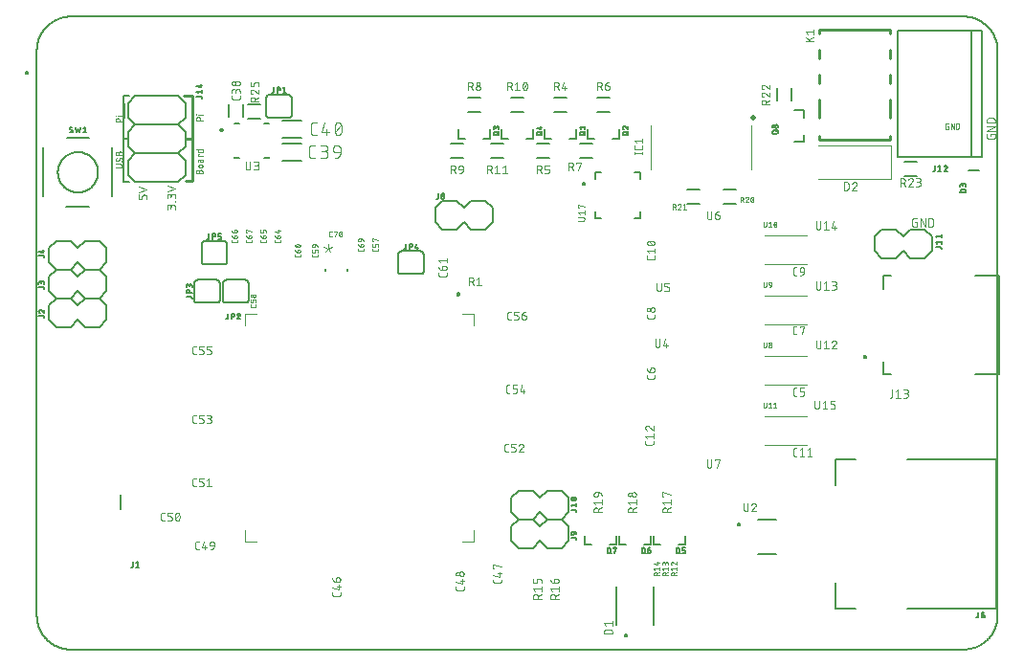
<source format=gbr>
G04 EAGLE Gerber RS-274X export*
G75*
%MOMM*%
%FSLAX34Y34*%
%LPD*%
%INSilkscreen Top*%
%IPPOS*%
%AMOC8*
5,1,8,0,0,1.08239X$1,22.5*%
G01*
%ADD10C,0.050800*%
%ADD11C,0.254000*%
%ADD12C,0.152400*%
%ADD13C,0.076200*%
%ADD14C,0.100000*%
%ADD15C,0.127000*%
%ADD16C,0.200000*%
%ADD17C,0.500000*%
%ADD18C,0.120000*%
%ADD19C,0.203200*%
%ADD20C,0.101600*%


D10*
X809752Y490474D02*
X810514Y490474D01*
X810514Y487934D01*
X808990Y487934D01*
X808929Y487936D01*
X808868Y487941D01*
X808807Y487951D01*
X808747Y487964D01*
X808688Y487980D01*
X808630Y488000D01*
X808573Y488024D01*
X808518Y488050D01*
X808464Y488081D01*
X808413Y488114D01*
X808363Y488150D01*
X808316Y488190D01*
X808272Y488232D01*
X808230Y488276D01*
X808190Y488323D01*
X808154Y488373D01*
X808121Y488424D01*
X808090Y488478D01*
X808064Y488533D01*
X808040Y488590D01*
X808020Y488648D01*
X808004Y488707D01*
X807991Y488767D01*
X807981Y488828D01*
X807976Y488889D01*
X807974Y488950D01*
X807974Y491490D01*
X807976Y491551D01*
X807981Y491612D01*
X807991Y491673D01*
X808004Y491733D01*
X808020Y491792D01*
X808040Y491850D01*
X808064Y491907D01*
X808090Y491962D01*
X808121Y492016D01*
X808154Y492067D01*
X808190Y492117D01*
X808230Y492164D01*
X808272Y492208D01*
X808316Y492250D01*
X808363Y492290D01*
X808413Y492326D01*
X808464Y492359D01*
X808518Y492390D01*
X808573Y492416D01*
X808630Y492440D01*
X808688Y492460D01*
X808747Y492476D01*
X808807Y492489D01*
X808868Y492499D01*
X808929Y492504D01*
X808990Y492506D01*
X810514Y492506D01*
X812851Y492506D02*
X812851Y487934D01*
X815391Y487934D02*
X812851Y492506D01*
X815391Y492506D02*
X815391Y487934D01*
X817728Y487934D02*
X817728Y492506D01*
X818998Y492506D01*
X819067Y492504D01*
X819135Y492499D01*
X819203Y492489D01*
X819271Y492476D01*
X819338Y492460D01*
X819404Y492440D01*
X819468Y492416D01*
X819531Y492389D01*
X819593Y492358D01*
X819653Y492324D01*
X819711Y492287D01*
X819767Y492247D01*
X819820Y492204D01*
X819871Y492158D01*
X819920Y492109D01*
X819966Y492058D01*
X820009Y492005D01*
X820049Y491949D01*
X820086Y491891D01*
X820120Y491831D01*
X820151Y491769D01*
X820178Y491706D01*
X820202Y491642D01*
X820222Y491576D01*
X820238Y491509D01*
X820251Y491441D01*
X820261Y491373D01*
X820266Y491305D01*
X820268Y491236D01*
X820268Y489204D01*
X820266Y489135D01*
X820261Y489067D01*
X820251Y488999D01*
X820238Y488931D01*
X820222Y488864D01*
X820202Y488798D01*
X820178Y488734D01*
X820151Y488671D01*
X820120Y488609D01*
X820086Y488549D01*
X820049Y488491D01*
X820009Y488435D01*
X819966Y488382D01*
X819920Y488331D01*
X819871Y488282D01*
X819820Y488236D01*
X819767Y488193D01*
X819711Y488153D01*
X819653Y488116D01*
X819593Y488082D01*
X819531Y488051D01*
X819468Y488024D01*
X819404Y488000D01*
X819338Y487980D01*
X819271Y487964D01*
X819203Y487951D01*
X819135Y487941D01*
X819067Y487936D01*
X818998Y487934D01*
X817728Y487934D01*
X847965Y482995D02*
X847965Y481810D01*
X847965Y482995D02*
X851916Y482995D01*
X851916Y480624D01*
X851914Y480546D01*
X851908Y480469D01*
X851899Y480392D01*
X851886Y480316D01*
X851869Y480240D01*
X851848Y480165D01*
X851824Y480092D01*
X851796Y480019D01*
X851764Y479948D01*
X851729Y479879D01*
X851691Y479812D01*
X851650Y479746D01*
X851605Y479683D01*
X851557Y479622D01*
X851507Y479563D01*
X851453Y479507D01*
X851397Y479453D01*
X851338Y479403D01*
X851277Y479355D01*
X851214Y479310D01*
X851148Y479269D01*
X851081Y479231D01*
X851012Y479196D01*
X850941Y479164D01*
X850868Y479136D01*
X850795Y479112D01*
X850720Y479091D01*
X850644Y479074D01*
X850568Y479061D01*
X850491Y479052D01*
X850414Y479046D01*
X850336Y479044D01*
X846384Y479044D01*
X846306Y479046D01*
X846229Y479052D01*
X846152Y479061D01*
X846076Y479074D01*
X846000Y479091D01*
X845925Y479112D01*
X845851Y479136D01*
X845779Y479164D01*
X845708Y479196D01*
X845639Y479231D01*
X845571Y479269D01*
X845506Y479310D01*
X845442Y479355D01*
X845381Y479403D01*
X845322Y479454D01*
X845266Y479507D01*
X845213Y479563D01*
X845162Y479622D01*
X845114Y479683D01*
X845069Y479747D01*
X845028Y479812D01*
X844990Y479880D01*
X844955Y479949D01*
X844923Y480020D01*
X844895Y480092D01*
X844871Y480166D01*
X844850Y480241D01*
X844833Y480317D01*
X844820Y480393D01*
X844811Y480470D01*
X844805Y480547D01*
X844803Y480625D01*
X844804Y480624D02*
X844804Y482995D01*
X844804Y486359D02*
X851916Y486359D01*
X851916Y490310D02*
X844804Y486359D01*
X844804Y490310D02*
X851916Y490310D01*
X851916Y493674D02*
X844804Y493674D01*
X844804Y495650D01*
X844806Y495736D01*
X844812Y495822D01*
X844821Y495908D01*
X844834Y495993D01*
X844851Y496078D01*
X844871Y496161D01*
X844895Y496244D01*
X844923Y496326D01*
X844954Y496406D01*
X844989Y496485D01*
X845027Y496562D01*
X845069Y496638D01*
X845113Y496712D01*
X845161Y496783D01*
X845212Y496853D01*
X845266Y496920D01*
X845323Y496985D01*
X845383Y497047D01*
X845445Y497107D01*
X845510Y497164D01*
X845577Y497218D01*
X845647Y497269D01*
X845718Y497317D01*
X845792Y497361D01*
X845868Y497403D01*
X845945Y497441D01*
X846024Y497476D01*
X846104Y497507D01*
X846186Y497535D01*
X846269Y497559D01*
X846352Y497579D01*
X846437Y497596D01*
X846522Y497609D01*
X846608Y497618D01*
X846694Y497624D01*
X846780Y497626D01*
X846780Y497625D02*
X849940Y497625D01*
X849940Y497626D02*
X850026Y497624D01*
X850112Y497618D01*
X850198Y497609D01*
X850283Y497596D01*
X850368Y497579D01*
X850451Y497559D01*
X850534Y497535D01*
X850616Y497507D01*
X850696Y497476D01*
X850775Y497441D01*
X850852Y497403D01*
X850928Y497361D01*
X851002Y497317D01*
X851073Y497269D01*
X851143Y497218D01*
X851210Y497164D01*
X851275Y497107D01*
X851337Y497047D01*
X851397Y496985D01*
X851454Y496920D01*
X851508Y496853D01*
X851559Y496783D01*
X851607Y496712D01*
X851651Y496638D01*
X851693Y496562D01*
X851731Y496485D01*
X851766Y496406D01*
X851797Y496326D01*
X851825Y496244D01*
X851849Y496161D01*
X851869Y496078D01*
X851886Y495993D01*
X851899Y495908D01*
X851908Y495822D01*
X851914Y495736D01*
X851916Y495650D01*
X851916Y493674D01*
X782676Y405525D02*
X781490Y405525D01*
X782676Y405525D02*
X782676Y401574D01*
X780305Y401574D01*
X780227Y401576D01*
X780150Y401582D01*
X780073Y401591D01*
X779997Y401604D01*
X779921Y401621D01*
X779846Y401642D01*
X779773Y401666D01*
X779700Y401694D01*
X779629Y401726D01*
X779560Y401761D01*
X779493Y401799D01*
X779427Y401840D01*
X779364Y401885D01*
X779303Y401933D01*
X779244Y401983D01*
X779188Y402037D01*
X779134Y402093D01*
X779084Y402152D01*
X779036Y402213D01*
X778991Y402276D01*
X778950Y402342D01*
X778912Y402409D01*
X778877Y402478D01*
X778845Y402549D01*
X778817Y402622D01*
X778793Y402695D01*
X778772Y402770D01*
X778755Y402846D01*
X778742Y402922D01*
X778733Y402999D01*
X778727Y403076D01*
X778725Y403154D01*
X778725Y407106D01*
X778727Y407184D01*
X778733Y407261D01*
X778742Y407338D01*
X778755Y407414D01*
X778772Y407490D01*
X778793Y407565D01*
X778817Y407638D01*
X778845Y407711D01*
X778877Y407782D01*
X778912Y407851D01*
X778950Y407918D01*
X778991Y407984D01*
X779036Y408047D01*
X779084Y408108D01*
X779134Y408167D01*
X779188Y408223D01*
X779244Y408277D01*
X779303Y408327D01*
X779364Y408375D01*
X779427Y408420D01*
X779493Y408461D01*
X779560Y408499D01*
X779629Y408534D01*
X779700Y408566D01*
X779773Y408594D01*
X779846Y408618D01*
X779921Y408639D01*
X779997Y408656D01*
X780073Y408669D01*
X780150Y408678D01*
X780227Y408684D01*
X780305Y408686D01*
X782676Y408686D01*
X786040Y408686D02*
X786040Y401574D01*
X789991Y401574D02*
X786040Y408686D01*
X789991Y408686D02*
X789991Y401574D01*
X793355Y401574D02*
X793355Y408686D01*
X795330Y408686D01*
X795416Y408684D01*
X795502Y408678D01*
X795588Y408669D01*
X795673Y408656D01*
X795758Y408639D01*
X795841Y408619D01*
X795924Y408595D01*
X796006Y408567D01*
X796086Y408536D01*
X796165Y408501D01*
X796242Y408463D01*
X796318Y408421D01*
X796392Y408377D01*
X796463Y408329D01*
X796533Y408278D01*
X796600Y408224D01*
X796665Y408167D01*
X796727Y408107D01*
X796787Y408045D01*
X796844Y407980D01*
X796898Y407913D01*
X796949Y407843D01*
X796997Y407772D01*
X797041Y407698D01*
X797083Y407622D01*
X797121Y407545D01*
X797156Y407466D01*
X797187Y407386D01*
X797215Y407304D01*
X797239Y407221D01*
X797259Y407138D01*
X797276Y407053D01*
X797289Y406968D01*
X797298Y406882D01*
X797304Y406796D01*
X797306Y406710D01*
X797306Y403550D01*
X797304Y403464D01*
X797298Y403378D01*
X797289Y403292D01*
X797276Y403207D01*
X797259Y403122D01*
X797239Y403039D01*
X797215Y402956D01*
X797187Y402874D01*
X797156Y402794D01*
X797121Y402715D01*
X797083Y402638D01*
X797041Y402562D01*
X796997Y402488D01*
X796949Y402417D01*
X796898Y402347D01*
X796844Y402280D01*
X796787Y402215D01*
X796727Y402153D01*
X796665Y402093D01*
X796600Y402036D01*
X796533Y401982D01*
X796463Y401931D01*
X796392Y401883D01*
X796318Y401839D01*
X796242Y401797D01*
X796165Y401759D01*
X796086Y401724D01*
X796006Y401693D01*
X795924Y401665D01*
X795841Y401641D01*
X795758Y401621D01*
X795673Y401604D01*
X795588Y401591D01*
X795502Y401582D01*
X795416Y401576D01*
X795330Y401574D01*
X793355Y401574D01*
X150876Y495554D02*
X145288Y495554D01*
X145288Y497106D01*
X145290Y497183D01*
X145296Y497261D01*
X145305Y497337D01*
X145319Y497414D01*
X145336Y497489D01*
X145357Y497563D01*
X145382Y497637D01*
X145410Y497709D01*
X145442Y497779D01*
X145477Y497848D01*
X145516Y497915D01*
X145558Y497980D01*
X145603Y498043D01*
X145651Y498104D01*
X145702Y498162D01*
X145756Y498217D01*
X145813Y498270D01*
X145872Y498319D01*
X145934Y498366D01*
X145998Y498410D01*
X146064Y498450D01*
X146132Y498487D01*
X146202Y498521D01*
X146273Y498551D01*
X146346Y498577D01*
X146420Y498600D01*
X146495Y498619D01*
X146570Y498634D01*
X146647Y498646D01*
X146724Y498654D01*
X146801Y498658D01*
X146879Y498658D01*
X146956Y498654D01*
X147033Y498646D01*
X147110Y498634D01*
X147185Y498619D01*
X147260Y498600D01*
X147334Y498577D01*
X147407Y498551D01*
X147478Y498521D01*
X147548Y498487D01*
X147616Y498450D01*
X147682Y498410D01*
X147746Y498366D01*
X147808Y498319D01*
X147867Y498270D01*
X147924Y498217D01*
X147978Y498162D01*
X148029Y498104D01*
X148077Y498043D01*
X148122Y497980D01*
X148164Y497915D01*
X148203Y497848D01*
X148238Y497779D01*
X148270Y497709D01*
X148298Y497637D01*
X148323Y497563D01*
X148344Y497489D01*
X148361Y497414D01*
X148375Y497337D01*
X148384Y497261D01*
X148390Y497183D01*
X148392Y497106D01*
X148392Y495554D01*
X147151Y500681D02*
X150876Y500681D01*
X145598Y500526D02*
X145288Y500526D01*
X145288Y500836D01*
X145598Y500836D01*
X145598Y500526D01*
X147772Y450116D02*
X147772Y448564D01*
X147772Y450116D02*
X147774Y450193D01*
X147780Y450271D01*
X147789Y450347D01*
X147803Y450424D01*
X147820Y450499D01*
X147841Y450573D01*
X147866Y450647D01*
X147894Y450719D01*
X147926Y450789D01*
X147961Y450858D01*
X148000Y450925D01*
X148042Y450990D01*
X148087Y451053D01*
X148135Y451114D01*
X148186Y451172D01*
X148240Y451227D01*
X148297Y451280D01*
X148356Y451329D01*
X148418Y451376D01*
X148482Y451420D01*
X148548Y451460D01*
X148616Y451497D01*
X148686Y451531D01*
X148757Y451561D01*
X148830Y451587D01*
X148904Y451610D01*
X148979Y451629D01*
X149054Y451644D01*
X149131Y451656D01*
X149208Y451664D01*
X149285Y451668D01*
X149363Y451668D01*
X149440Y451664D01*
X149517Y451656D01*
X149594Y451644D01*
X149669Y451629D01*
X149744Y451610D01*
X149818Y451587D01*
X149891Y451561D01*
X149962Y451531D01*
X150032Y451497D01*
X150100Y451460D01*
X150166Y451420D01*
X150230Y451376D01*
X150292Y451329D01*
X150351Y451280D01*
X150408Y451227D01*
X150462Y451172D01*
X150513Y451114D01*
X150561Y451053D01*
X150606Y450990D01*
X150648Y450925D01*
X150687Y450858D01*
X150722Y450789D01*
X150754Y450719D01*
X150782Y450647D01*
X150807Y450573D01*
X150828Y450499D01*
X150845Y450424D01*
X150859Y450347D01*
X150868Y450271D01*
X150874Y450193D01*
X150876Y450116D01*
X150876Y448564D01*
X145288Y448564D01*
X145288Y450116D01*
X145290Y450186D01*
X145296Y450255D01*
X145306Y450324D01*
X145319Y450392D01*
X145337Y450460D01*
X145358Y450526D01*
X145383Y450591D01*
X145411Y450655D01*
X145443Y450717D01*
X145478Y450777D01*
X145517Y450835D01*
X145559Y450890D01*
X145604Y450944D01*
X145652Y450994D01*
X145702Y451042D01*
X145756Y451087D01*
X145811Y451129D01*
X145869Y451168D01*
X145929Y451203D01*
X145991Y451235D01*
X146055Y451263D01*
X146120Y451288D01*
X146186Y451309D01*
X146254Y451327D01*
X146322Y451340D01*
X146391Y451350D01*
X146460Y451356D01*
X146530Y451358D01*
X146600Y451356D01*
X146669Y451350D01*
X146738Y451340D01*
X146806Y451327D01*
X146874Y451309D01*
X146940Y451288D01*
X147005Y451263D01*
X147069Y451235D01*
X147131Y451203D01*
X147191Y451168D01*
X147249Y451129D01*
X147304Y451087D01*
X147358Y451042D01*
X147408Y450994D01*
X147456Y450944D01*
X147501Y450890D01*
X147543Y450835D01*
X147582Y450777D01*
X147617Y450717D01*
X147649Y450655D01*
X147677Y450591D01*
X147702Y450526D01*
X147723Y450460D01*
X147741Y450392D01*
X147754Y450324D01*
X147764Y450255D01*
X147770Y450186D01*
X147772Y450116D01*
X148392Y453729D02*
X149634Y453729D01*
X148392Y453729D02*
X148322Y453731D01*
X148253Y453737D01*
X148184Y453747D01*
X148116Y453760D01*
X148048Y453778D01*
X147982Y453799D01*
X147917Y453824D01*
X147853Y453852D01*
X147791Y453884D01*
X147731Y453919D01*
X147673Y453958D01*
X147618Y454000D01*
X147564Y454045D01*
X147514Y454093D01*
X147466Y454143D01*
X147421Y454197D01*
X147379Y454252D01*
X147340Y454310D01*
X147305Y454370D01*
X147273Y454432D01*
X147245Y454496D01*
X147220Y454561D01*
X147199Y454627D01*
X147181Y454695D01*
X147168Y454763D01*
X147158Y454832D01*
X147152Y454901D01*
X147150Y454971D01*
X147152Y455041D01*
X147158Y455110D01*
X147168Y455179D01*
X147181Y455247D01*
X147199Y455315D01*
X147220Y455381D01*
X147245Y455446D01*
X147273Y455510D01*
X147305Y455572D01*
X147340Y455632D01*
X147379Y455690D01*
X147421Y455745D01*
X147466Y455799D01*
X147514Y455849D01*
X147564Y455897D01*
X147618Y455942D01*
X147673Y455984D01*
X147731Y456023D01*
X147791Y456058D01*
X147853Y456090D01*
X147917Y456118D01*
X147982Y456143D01*
X148048Y456164D01*
X148116Y456182D01*
X148184Y456195D01*
X148253Y456205D01*
X148322Y456211D01*
X148392Y456213D01*
X149634Y456213D01*
X149704Y456211D01*
X149773Y456205D01*
X149842Y456195D01*
X149910Y456182D01*
X149978Y456164D01*
X150044Y456143D01*
X150109Y456118D01*
X150173Y456090D01*
X150235Y456058D01*
X150295Y456023D01*
X150353Y455984D01*
X150408Y455942D01*
X150462Y455897D01*
X150512Y455849D01*
X150560Y455799D01*
X150605Y455745D01*
X150647Y455690D01*
X150686Y455632D01*
X150721Y455572D01*
X150753Y455510D01*
X150781Y455446D01*
X150806Y455381D01*
X150827Y455315D01*
X150845Y455247D01*
X150858Y455179D01*
X150868Y455110D01*
X150874Y455041D01*
X150876Y454971D01*
X150874Y454901D01*
X150868Y454832D01*
X150858Y454763D01*
X150845Y454695D01*
X150827Y454627D01*
X150806Y454561D01*
X150781Y454496D01*
X150753Y454432D01*
X150721Y454370D01*
X150686Y454310D01*
X150647Y454252D01*
X150605Y454197D01*
X150560Y454143D01*
X150512Y454093D01*
X150462Y454045D01*
X150408Y454000D01*
X150353Y453958D01*
X150295Y453919D01*
X150235Y453884D01*
X150173Y453852D01*
X150109Y453824D01*
X150044Y453799D01*
X149978Y453778D01*
X149910Y453760D01*
X149842Y453747D01*
X149773Y453737D01*
X149704Y453731D01*
X149634Y453729D01*
X148703Y459542D02*
X148703Y460939D01*
X148702Y459542D02*
X148704Y459478D01*
X148710Y459413D01*
X148719Y459350D01*
X148732Y459287D01*
X148749Y459225D01*
X148770Y459164D01*
X148794Y459104D01*
X148822Y459046D01*
X148853Y458989D01*
X148887Y458935D01*
X148925Y458882D01*
X148966Y458832D01*
X149009Y458785D01*
X149055Y458740D01*
X149104Y458698D01*
X149155Y458659D01*
X149209Y458623D01*
X149264Y458590D01*
X149322Y458561D01*
X149380Y458535D01*
X149441Y458512D01*
X149502Y458493D01*
X149565Y458478D01*
X149629Y458467D01*
X149692Y458459D01*
X149757Y458455D01*
X149821Y458455D01*
X149886Y458459D01*
X149949Y458467D01*
X150013Y458478D01*
X150076Y458493D01*
X150137Y458512D01*
X150198Y458535D01*
X150256Y458561D01*
X150314Y458590D01*
X150369Y458623D01*
X150423Y458659D01*
X150474Y458698D01*
X150523Y458740D01*
X150569Y458785D01*
X150612Y458832D01*
X150653Y458882D01*
X150691Y458935D01*
X150725Y458989D01*
X150756Y459046D01*
X150784Y459104D01*
X150808Y459164D01*
X150829Y459225D01*
X150846Y459287D01*
X150859Y459350D01*
X150868Y459413D01*
X150874Y459478D01*
X150876Y459542D01*
X150876Y460939D01*
X148082Y460939D01*
X148082Y460938D02*
X148024Y460936D01*
X147965Y460931D01*
X147908Y460922D01*
X147850Y460909D01*
X147794Y460892D01*
X147739Y460873D01*
X147686Y460849D01*
X147633Y460823D01*
X147583Y460793D01*
X147535Y460760D01*
X147489Y460724D01*
X147445Y460686D01*
X147403Y460644D01*
X147365Y460600D01*
X147329Y460554D01*
X147296Y460506D01*
X147266Y460456D01*
X147240Y460403D01*
X147216Y460350D01*
X147197Y460295D01*
X147180Y460239D01*
X147167Y460181D01*
X147158Y460124D01*
X147153Y460065D01*
X147151Y460007D01*
X147151Y458766D01*
X147151Y463637D02*
X150876Y463637D01*
X147151Y463637D02*
X147151Y465500D01*
X147772Y465500D01*
X145288Y469717D02*
X150876Y469717D01*
X150876Y468165D01*
X150874Y468107D01*
X150869Y468048D01*
X150860Y467991D01*
X150847Y467933D01*
X150830Y467877D01*
X150811Y467822D01*
X150787Y467769D01*
X150761Y467716D01*
X150731Y467666D01*
X150698Y467618D01*
X150662Y467572D01*
X150624Y467528D01*
X150582Y467486D01*
X150538Y467448D01*
X150492Y467412D01*
X150444Y467379D01*
X150394Y467349D01*
X150341Y467323D01*
X150288Y467299D01*
X150233Y467280D01*
X150177Y467263D01*
X150119Y467250D01*
X150062Y467241D01*
X150003Y467236D01*
X149945Y467234D01*
X149945Y467233D02*
X148082Y467233D01*
X148082Y467234D02*
X148024Y467236D01*
X147965Y467241D01*
X147908Y467250D01*
X147850Y467263D01*
X147794Y467280D01*
X147739Y467299D01*
X147686Y467323D01*
X147633Y467349D01*
X147583Y467379D01*
X147535Y467412D01*
X147489Y467448D01*
X147445Y467486D01*
X147403Y467528D01*
X147365Y467572D01*
X147329Y467618D01*
X147296Y467666D01*
X147266Y467716D01*
X147240Y467769D01*
X147216Y467822D01*
X147197Y467877D01*
X147180Y467933D01*
X147167Y467991D01*
X147158Y468048D01*
X147153Y468107D01*
X147151Y468165D01*
X147151Y469717D01*
X79756Y494284D02*
X74168Y494284D01*
X74168Y495836D01*
X74170Y495913D01*
X74176Y495991D01*
X74185Y496067D01*
X74199Y496144D01*
X74216Y496219D01*
X74237Y496293D01*
X74262Y496367D01*
X74290Y496439D01*
X74322Y496509D01*
X74357Y496578D01*
X74396Y496645D01*
X74438Y496710D01*
X74483Y496773D01*
X74531Y496834D01*
X74582Y496892D01*
X74636Y496947D01*
X74693Y497000D01*
X74752Y497049D01*
X74814Y497096D01*
X74878Y497140D01*
X74944Y497180D01*
X75012Y497217D01*
X75082Y497251D01*
X75153Y497281D01*
X75226Y497307D01*
X75300Y497330D01*
X75375Y497349D01*
X75450Y497364D01*
X75527Y497376D01*
X75604Y497384D01*
X75681Y497388D01*
X75759Y497388D01*
X75836Y497384D01*
X75913Y497376D01*
X75990Y497364D01*
X76065Y497349D01*
X76140Y497330D01*
X76214Y497307D01*
X76287Y497281D01*
X76358Y497251D01*
X76428Y497217D01*
X76496Y497180D01*
X76562Y497140D01*
X76626Y497096D01*
X76688Y497049D01*
X76747Y497000D01*
X76804Y496947D01*
X76858Y496892D01*
X76909Y496834D01*
X76957Y496773D01*
X77002Y496710D01*
X77044Y496645D01*
X77083Y496578D01*
X77118Y496509D01*
X77150Y496439D01*
X77178Y496367D01*
X77203Y496293D01*
X77224Y496219D01*
X77241Y496144D01*
X77255Y496067D01*
X77264Y495991D01*
X77270Y495913D01*
X77272Y495836D01*
X77272Y494284D01*
X76031Y499411D02*
X79756Y499411D01*
X74478Y499256D02*
X74168Y499256D01*
X74168Y499566D01*
X74478Y499566D01*
X74478Y499256D01*
X74168Y453644D02*
X78204Y453644D01*
X78281Y453646D01*
X78359Y453652D01*
X78435Y453661D01*
X78512Y453675D01*
X78587Y453692D01*
X78661Y453713D01*
X78735Y453738D01*
X78807Y453766D01*
X78877Y453798D01*
X78946Y453833D01*
X79013Y453872D01*
X79078Y453914D01*
X79141Y453959D01*
X79202Y454007D01*
X79260Y454058D01*
X79315Y454112D01*
X79368Y454169D01*
X79417Y454228D01*
X79464Y454290D01*
X79508Y454354D01*
X79548Y454420D01*
X79585Y454488D01*
X79619Y454558D01*
X79649Y454629D01*
X79675Y454702D01*
X79698Y454776D01*
X79717Y454851D01*
X79732Y454926D01*
X79744Y455003D01*
X79752Y455080D01*
X79756Y455157D01*
X79756Y455235D01*
X79752Y455312D01*
X79744Y455389D01*
X79732Y455466D01*
X79717Y455541D01*
X79698Y455616D01*
X79675Y455690D01*
X79649Y455763D01*
X79619Y455834D01*
X79585Y455904D01*
X79548Y455972D01*
X79508Y456038D01*
X79464Y456102D01*
X79417Y456164D01*
X79368Y456223D01*
X79315Y456280D01*
X79260Y456334D01*
X79202Y456385D01*
X79141Y456433D01*
X79078Y456478D01*
X79013Y456520D01*
X78946Y456559D01*
X78877Y456594D01*
X78807Y456626D01*
X78735Y456654D01*
X78661Y456679D01*
X78587Y456700D01*
X78512Y456717D01*
X78435Y456731D01*
X78359Y456740D01*
X78281Y456746D01*
X78204Y456748D01*
X74168Y456748D01*
X78514Y462235D02*
X78584Y462233D01*
X78653Y462227D01*
X78722Y462217D01*
X78790Y462204D01*
X78858Y462186D01*
X78924Y462165D01*
X78989Y462140D01*
X79053Y462112D01*
X79115Y462080D01*
X79175Y462045D01*
X79233Y462006D01*
X79288Y461964D01*
X79342Y461919D01*
X79392Y461871D01*
X79440Y461821D01*
X79485Y461767D01*
X79527Y461712D01*
X79566Y461654D01*
X79601Y461594D01*
X79633Y461532D01*
X79661Y461468D01*
X79686Y461403D01*
X79707Y461337D01*
X79725Y461269D01*
X79738Y461201D01*
X79748Y461132D01*
X79754Y461063D01*
X79756Y460993D01*
X79754Y460894D01*
X79749Y460796D01*
X79739Y460698D01*
X79726Y460600D01*
X79710Y460503D01*
X79690Y460406D01*
X79666Y460311D01*
X79638Y460216D01*
X79607Y460122D01*
X79573Y460030D01*
X79535Y459939D01*
X79494Y459849D01*
X79449Y459761D01*
X79401Y459675D01*
X79350Y459591D01*
X79296Y459509D01*
X79238Y459428D01*
X79178Y459350D01*
X79115Y459275D01*
X79049Y459201D01*
X78980Y459131D01*
X75410Y459285D02*
X75340Y459287D01*
X75271Y459293D01*
X75202Y459303D01*
X75134Y459316D01*
X75066Y459334D01*
X75000Y459355D01*
X74935Y459380D01*
X74871Y459408D01*
X74809Y459440D01*
X74749Y459475D01*
X74691Y459514D01*
X74636Y459556D01*
X74582Y459601D01*
X74532Y459649D01*
X74484Y459699D01*
X74439Y459753D01*
X74397Y459808D01*
X74358Y459866D01*
X74323Y459926D01*
X74291Y459988D01*
X74263Y460052D01*
X74238Y460117D01*
X74217Y460183D01*
X74199Y460251D01*
X74186Y460319D01*
X74176Y460388D01*
X74170Y460457D01*
X74168Y460527D01*
X74170Y460621D01*
X74176Y460714D01*
X74185Y460807D01*
X74198Y460900D01*
X74215Y460992D01*
X74235Y461083D01*
X74260Y461174D01*
X74287Y461263D01*
X74319Y461351D01*
X74354Y461438D01*
X74392Y461524D01*
X74434Y461607D01*
X74479Y461690D01*
X74527Y461770D01*
X74579Y461848D01*
X74634Y461924D01*
X76496Y459907D02*
X76460Y459848D01*
X76420Y459792D01*
X76377Y459738D01*
X76332Y459686D01*
X76283Y459637D01*
X76232Y459591D01*
X76179Y459548D01*
X76123Y459507D01*
X76065Y459470D01*
X76005Y459435D01*
X75944Y459405D01*
X75881Y459377D01*
X75816Y459353D01*
X75750Y459333D01*
X75683Y459316D01*
X75616Y459303D01*
X75548Y459294D01*
X75479Y459288D01*
X75410Y459286D01*
X77428Y461614D02*
X77464Y461673D01*
X77504Y461729D01*
X77547Y461783D01*
X77592Y461835D01*
X77641Y461884D01*
X77692Y461930D01*
X77745Y461973D01*
X77801Y462014D01*
X77859Y462051D01*
X77919Y462086D01*
X77980Y462116D01*
X78043Y462144D01*
X78108Y462168D01*
X78174Y462188D01*
X78241Y462205D01*
X78308Y462218D01*
X78376Y462227D01*
X78445Y462233D01*
X78514Y462235D01*
X77428Y461614D02*
X76496Y459906D01*
X76652Y464700D02*
X76652Y466252D01*
X76654Y466329D01*
X76660Y466407D01*
X76669Y466483D01*
X76683Y466560D01*
X76700Y466635D01*
X76721Y466709D01*
X76746Y466783D01*
X76774Y466855D01*
X76806Y466925D01*
X76841Y466994D01*
X76880Y467061D01*
X76922Y467126D01*
X76967Y467189D01*
X77015Y467250D01*
X77066Y467308D01*
X77120Y467363D01*
X77177Y467416D01*
X77236Y467465D01*
X77298Y467512D01*
X77362Y467556D01*
X77428Y467596D01*
X77496Y467633D01*
X77566Y467667D01*
X77637Y467697D01*
X77710Y467723D01*
X77784Y467746D01*
X77859Y467765D01*
X77934Y467780D01*
X78011Y467792D01*
X78088Y467800D01*
X78165Y467804D01*
X78243Y467804D01*
X78320Y467800D01*
X78397Y467792D01*
X78474Y467780D01*
X78549Y467765D01*
X78624Y467746D01*
X78698Y467723D01*
X78771Y467697D01*
X78842Y467667D01*
X78912Y467633D01*
X78980Y467596D01*
X79046Y467556D01*
X79110Y467512D01*
X79172Y467465D01*
X79231Y467416D01*
X79288Y467363D01*
X79342Y467308D01*
X79393Y467250D01*
X79441Y467189D01*
X79486Y467126D01*
X79528Y467061D01*
X79567Y466994D01*
X79602Y466925D01*
X79634Y466855D01*
X79662Y466783D01*
X79687Y466709D01*
X79708Y466635D01*
X79725Y466560D01*
X79739Y466483D01*
X79748Y466407D01*
X79754Y466329D01*
X79756Y466252D01*
X79756Y464700D01*
X74168Y464700D01*
X74168Y466252D01*
X74170Y466322D01*
X74176Y466391D01*
X74186Y466460D01*
X74199Y466528D01*
X74217Y466596D01*
X74238Y466662D01*
X74263Y466727D01*
X74291Y466791D01*
X74323Y466853D01*
X74358Y466913D01*
X74397Y466971D01*
X74439Y467026D01*
X74484Y467080D01*
X74532Y467130D01*
X74582Y467178D01*
X74636Y467223D01*
X74691Y467265D01*
X74749Y467304D01*
X74809Y467339D01*
X74871Y467371D01*
X74935Y467399D01*
X75000Y467424D01*
X75066Y467445D01*
X75134Y467463D01*
X75202Y467476D01*
X75271Y467486D01*
X75340Y467492D01*
X75410Y467494D01*
X75480Y467492D01*
X75549Y467486D01*
X75618Y467476D01*
X75686Y467463D01*
X75754Y467445D01*
X75820Y467424D01*
X75885Y467399D01*
X75949Y467371D01*
X76011Y467339D01*
X76071Y467304D01*
X76129Y467265D01*
X76184Y467223D01*
X76238Y467178D01*
X76288Y467130D01*
X76336Y467080D01*
X76381Y467026D01*
X76423Y466971D01*
X76462Y466913D01*
X76497Y466853D01*
X76529Y466791D01*
X76557Y466727D01*
X76582Y466662D01*
X76603Y466596D01*
X76621Y466528D01*
X76634Y466460D01*
X76644Y466391D01*
X76650Y466322D01*
X76652Y466252D01*
D11*
X137160Y478790D02*
X142240Y478790D01*
X142240Y516890D01*
X134620Y516890D01*
X142240Y478790D02*
X142240Y441960D01*
X135890Y441960D01*
D12*
X85090Y478790D02*
X81280Y478790D01*
X81280Y440690D01*
X86360Y440690D01*
X81280Y478790D02*
X81280Y516890D01*
X86360Y516890D01*
D10*
X101346Y428075D02*
X101346Y425704D01*
X101346Y428075D02*
X101344Y428153D01*
X101338Y428230D01*
X101329Y428307D01*
X101316Y428383D01*
X101299Y428459D01*
X101278Y428534D01*
X101254Y428607D01*
X101226Y428680D01*
X101194Y428751D01*
X101159Y428820D01*
X101121Y428887D01*
X101080Y428953D01*
X101035Y429016D01*
X100987Y429077D01*
X100937Y429136D01*
X100883Y429192D01*
X100827Y429246D01*
X100768Y429296D01*
X100707Y429344D01*
X100644Y429389D01*
X100578Y429430D01*
X100511Y429468D01*
X100442Y429503D01*
X100371Y429535D01*
X100298Y429563D01*
X100225Y429587D01*
X100150Y429608D01*
X100074Y429625D01*
X99998Y429638D01*
X99921Y429647D01*
X99844Y429653D01*
X99766Y429655D01*
X98975Y429655D01*
X98897Y429653D01*
X98820Y429647D01*
X98743Y429638D01*
X98667Y429625D01*
X98591Y429608D01*
X98516Y429587D01*
X98443Y429563D01*
X98370Y429535D01*
X98299Y429503D01*
X98230Y429468D01*
X98163Y429430D01*
X98097Y429389D01*
X98034Y429344D01*
X97973Y429296D01*
X97914Y429246D01*
X97858Y429192D01*
X97804Y429136D01*
X97754Y429077D01*
X97706Y429016D01*
X97661Y428953D01*
X97620Y428887D01*
X97582Y428820D01*
X97547Y428751D01*
X97515Y428680D01*
X97487Y428607D01*
X97463Y428534D01*
X97442Y428459D01*
X97425Y428383D01*
X97412Y428307D01*
X97403Y428230D01*
X97397Y428153D01*
X97395Y428075D01*
X97395Y425704D01*
X94234Y425704D01*
X94234Y429655D01*
X94234Y432167D02*
X101346Y434538D01*
X94234Y436908D01*
X126746Y418790D02*
X126746Y416814D01*
X126746Y418790D02*
X126744Y418877D01*
X126738Y418965D01*
X126729Y419052D01*
X126715Y419138D01*
X126698Y419224D01*
X126677Y419308D01*
X126652Y419392D01*
X126623Y419475D01*
X126591Y419556D01*
X126556Y419636D01*
X126517Y419714D01*
X126474Y419791D01*
X126428Y419865D01*
X126379Y419937D01*
X126327Y420007D01*
X126271Y420075D01*
X126213Y420140D01*
X126152Y420203D01*
X126088Y420262D01*
X126021Y420319D01*
X125953Y420373D01*
X125881Y420424D01*
X125808Y420471D01*
X125733Y420516D01*
X125655Y420557D01*
X125576Y420594D01*
X125496Y420628D01*
X125414Y420658D01*
X125331Y420685D01*
X125246Y420708D01*
X125161Y420727D01*
X125075Y420742D01*
X124988Y420754D01*
X124901Y420762D01*
X124814Y420766D01*
X124726Y420766D01*
X124639Y420762D01*
X124552Y420754D01*
X124465Y420742D01*
X124379Y420727D01*
X124294Y420708D01*
X124209Y420685D01*
X124126Y420658D01*
X124044Y420628D01*
X123964Y420594D01*
X123885Y420557D01*
X123807Y420516D01*
X123732Y420471D01*
X123659Y420424D01*
X123587Y420373D01*
X123519Y420319D01*
X123452Y420262D01*
X123388Y420203D01*
X123327Y420140D01*
X123269Y420075D01*
X123213Y420007D01*
X123161Y419937D01*
X123112Y419865D01*
X123066Y419791D01*
X123023Y419714D01*
X122984Y419636D01*
X122949Y419556D01*
X122917Y419475D01*
X122888Y419392D01*
X122863Y419308D01*
X122842Y419224D01*
X122825Y419138D01*
X122811Y419052D01*
X122802Y418965D01*
X122796Y418877D01*
X122794Y418790D01*
X119634Y419185D02*
X119634Y416814D01*
X119634Y419185D02*
X119636Y419264D01*
X119642Y419342D01*
X119652Y419420D01*
X119665Y419498D01*
X119683Y419575D01*
X119704Y419651D01*
X119729Y419725D01*
X119758Y419799D01*
X119790Y419871D01*
X119826Y419941D01*
X119866Y420009D01*
X119909Y420075D01*
X119955Y420139D01*
X120004Y420201D01*
X120056Y420260D01*
X120111Y420316D01*
X120169Y420370D01*
X120229Y420420D01*
X120292Y420468D01*
X120357Y420512D01*
X120424Y420553D01*
X120493Y420591D01*
X120564Y420625D01*
X120637Y420656D01*
X120711Y420683D01*
X120786Y420706D01*
X120862Y420725D01*
X120940Y420741D01*
X121018Y420753D01*
X121096Y420761D01*
X121175Y420765D01*
X121253Y420765D01*
X121332Y420761D01*
X121410Y420753D01*
X121488Y420741D01*
X121566Y420725D01*
X121642Y420706D01*
X121717Y420683D01*
X121791Y420656D01*
X121864Y420625D01*
X121935Y420591D01*
X122004Y420553D01*
X122071Y420512D01*
X122136Y420468D01*
X122199Y420420D01*
X122259Y420370D01*
X122317Y420316D01*
X122372Y420260D01*
X122424Y420201D01*
X122473Y420139D01*
X122519Y420075D01*
X122562Y420009D01*
X122602Y419941D01*
X122638Y419871D01*
X122670Y419799D01*
X122699Y419725D01*
X122724Y419651D01*
X122745Y419575D01*
X122763Y419498D01*
X122776Y419420D01*
X122786Y419342D01*
X122792Y419264D01*
X122794Y419185D01*
X122795Y419185D02*
X122795Y417604D01*
X126351Y423393D02*
X126746Y423393D01*
X126351Y423393D02*
X126351Y423788D01*
X126746Y423788D01*
X126746Y423393D01*
X126746Y426415D02*
X126746Y428391D01*
X126744Y428478D01*
X126738Y428566D01*
X126729Y428653D01*
X126715Y428739D01*
X126698Y428825D01*
X126677Y428909D01*
X126652Y428993D01*
X126623Y429076D01*
X126591Y429157D01*
X126556Y429237D01*
X126517Y429315D01*
X126474Y429392D01*
X126428Y429466D01*
X126379Y429538D01*
X126327Y429608D01*
X126271Y429676D01*
X126213Y429741D01*
X126152Y429804D01*
X126088Y429863D01*
X126021Y429920D01*
X125953Y429974D01*
X125881Y430025D01*
X125808Y430072D01*
X125733Y430117D01*
X125655Y430158D01*
X125576Y430195D01*
X125496Y430229D01*
X125414Y430259D01*
X125331Y430286D01*
X125246Y430309D01*
X125161Y430328D01*
X125075Y430343D01*
X124988Y430355D01*
X124901Y430363D01*
X124814Y430367D01*
X124726Y430367D01*
X124639Y430363D01*
X124552Y430355D01*
X124465Y430343D01*
X124379Y430328D01*
X124294Y430309D01*
X124209Y430286D01*
X124126Y430259D01*
X124044Y430229D01*
X123964Y430195D01*
X123885Y430158D01*
X123807Y430117D01*
X123732Y430072D01*
X123659Y430025D01*
X123587Y429974D01*
X123519Y429920D01*
X123452Y429863D01*
X123388Y429804D01*
X123327Y429741D01*
X123269Y429676D01*
X123213Y429608D01*
X123161Y429538D01*
X123112Y429466D01*
X123066Y429392D01*
X123023Y429315D01*
X122984Y429237D01*
X122949Y429157D01*
X122917Y429076D01*
X122888Y428993D01*
X122863Y428909D01*
X122842Y428825D01*
X122825Y428739D01*
X122811Y428653D01*
X122802Y428566D01*
X122796Y428478D01*
X122794Y428391D01*
X119634Y428786D02*
X119634Y426415D01*
X119634Y428786D02*
X119636Y428865D01*
X119642Y428943D01*
X119652Y429021D01*
X119665Y429099D01*
X119683Y429176D01*
X119704Y429252D01*
X119729Y429326D01*
X119758Y429400D01*
X119790Y429472D01*
X119826Y429542D01*
X119866Y429610D01*
X119909Y429676D01*
X119955Y429740D01*
X120004Y429802D01*
X120056Y429861D01*
X120111Y429917D01*
X120169Y429971D01*
X120229Y430021D01*
X120292Y430069D01*
X120357Y430113D01*
X120424Y430154D01*
X120493Y430192D01*
X120564Y430226D01*
X120637Y430257D01*
X120711Y430284D01*
X120786Y430307D01*
X120862Y430326D01*
X120940Y430342D01*
X121018Y430354D01*
X121096Y430362D01*
X121175Y430366D01*
X121253Y430366D01*
X121332Y430362D01*
X121410Y430354D01*
X121488Y430342D01*
X121566Y430326D01*
X121642Y430307D01*
X121717Y430284D01*
X121791Y430257D01*
X121864Y430226D01*
X121935Y430192D01*
X122004Y430154D01*
X122071Y430113D01*
X122136Y430069D01*
X122199Y430021D01*
X122259Y429971D01*
X122317Y429917D01*
X122372Y429861D01*
X122424Y429802D01*
X122473Y429740D01*
X122519Y429676D01*
X122562Y429610D01*
X122602Y429542D01*
X122638Y429472D01*
X122670Y429400D01*
X122699Y429326D01*
X122724Y429252D01*
X122745Y429176D01*
X122763Y429099D01*
X122776Y429021D01*
X122786Y428943D01*
X122792Y428865D01*
X122794Y428786D01*
X122795Y428786D02*
X122795Y427205D01*
X119634Y432878D02*
X126746Y435249D01*
X119634Y437619D01*
X386487Y356616D02*
X386487Y349504D01*
X386487Y356616D02*
X388463Y356616D01*
X388550Y356614D01*
X388638Y356608D01*
X388725Y356599D01*
X388811Y356585D01*
X388897Y356568D01*
X388981Y356547D01*
X389065Y356522D01*
X389148Y356493D01*
X389229Y356461D01*
X389309Y356426D01*
X389387Y356387D01*
X389464Y356344D01*
X389538Y356298D01*
X389610Y356249D01*
X389680Y356197D01*
X389748Y356141D01*
X389813Y356083D01*
X389876Y356022D01*
X389935Y355958D01*
X389992Y355891D01*
X390046Y355823D01*
X390097Y355751D01*
X390144Y355678D01*
X390189Y355603D01*
X390230Y355525D01*
X390267Y355446D01*
X390301Y355366D01*
X390331Y355284D01*
X390358Y355201D01*
X390381Y355116D01*
X390400Y355031D01*
X390415Y354945D01*
X390427Y354858D01*
X390435Y354771D01*
X390439Y354684D01*
X390439Y354596D01*
X390435Y354509D01*
X390427Y354422D01*
X390415Y354335D01*
X390400Y354249D01*
X390381Y354164D01*
X390358Y354079D01*
X390331Y353996D01*
X390301Y353914D01*
X390267Y353834D01*
X390230Y353755D01*
X390189Y353677D01*
X390144Y353602D01*
X390097Y353529D01*
X390046Y353457D01*
X389992Y353389D01*
X389935Y353322D01*
X389876Y353258D01*
X389813Y353197D01*
X389748Y353139D01*
X389680Y353083D01*
X389610Y353031D01*
X389538Y352982D01*
X389464Y352936D01*
X389387Y352893D01*
X389309Y352854D01*
X389229Y352819D01*
X389148Y352787D01*
X389065Y352758D01*
X388981Y352733D01*
X388897Y352712D01*
X388811Y352695D01*
X388725Y352681D01*
X388638Y352672D01*
X388550Y352666D01*
X388463Y352664D01*
X388463Y352665D02*
X386487Y352665D01*
X388858Y352665D02*
X390439Y349504D01*
X393305Y355036D02*
X395280Y356616D01*
X395280Y349504D01*
X393305Y349504D02*
X397256Y349504D01*
D12*
X278892Y362204D02*
X278892Y364236D01*
X259588Y364236D02*
X259588Y362204D01*
D13*
X261839Y381960D02*
X261839Y385939D01*
X261839Y381960D02*
X264160Y378975D01*
X261839Y381960D02*
X259517Y378975D01*
X261839Y381960D02*
X265486Y383286D01*
X261839Y381960D02*
X258191Y383286D01*
D10*
X293116Y382016D02*
X293116Y381000D01*
X293114Y380939D01*
X293109Y380878D01*
X293099Y380817D01*
X293086Y380757D01*
X293070Y380698D01*
X293050Y380640D01*
X293026Y380583D01*
X293000Y380528D01*
X292969Y380474D01*
X292936Y380423D01*
X292900Y380373D01*
X292860Y380326D01*
X292818Y380282D01*
X292774Y380240D01*
X292727Y380200D01*
X292677Y380164D01*
X292626Y380131D01*
X292572Y380100D01*
X292517Y380074D01*
X292460Y380050D01*
X292402Y380030D01*
X292343Y380014D01*
X292283Y380001D01*
X292222Y379991D01*
X292161Y379986D01*
X292100Y379984D01*
X289560Y379984D01*
X289499Y379986D01*
X289438Y379991D01*
X289377Y380001D01*
X289317Y380014D01*
X289258Y380030D01*
X289200Y380050D01*
X289143Y380074D01*
X289088Y380100D01*
X289034Y380131D01*
X288983Y380164D01*
X288933Y380200D01*
X288886Y380240D01*
X288842Y380282D01*
X288800Y380326D01*
X288760Y380373D01*
X288724Y380423D01*
X288691Y380474D01*
X288660Y380528D01*
X288634Y380583D01*
X288610Y380640D01*
X288590Y380698D01*
X288574Y380757D01*
X288561Y380817D01*
X288551Y380878D01*
X288546Y380939D01*
X288544Y381000D01*
X288544Y382016D01*
X290576Y383809D02*
X290576Y385333D01*
X290578Y385394D01*
X290583Y385455D01*
X290593Y385516D01*
X290606Y385576D01*
X290622Y385635D01*
X290642Y385693D01*
X290666Y385750D01*
X290692Y385805D01*
X290723Y385859D01*
X290756Y385910D01*
X290792Y385960D01*
X290832Y386007D01*
X290874Y386051D01*
X290918Y386093D01*
X290965Y386133D01*
X291015Y386169D01*
X291066Y386202D01*
X291120Y386233D01*
X291175Y386259D01*
X291232Y386283D01*
X291290Y386303D01*
X291349Y386319D01*
X291409Y386332D01*
X291470Y386342D01*
X291531Y386347D01*
X291592Y386349D01*
X291846Y386349D01*
X291916Y386347D01*
X291986Y386341D01*
X292055Y386332D01*
X292124Y386318D01*
X292192Y386301D01*
X292258Y386280D01*
X292324Y386256D01*
X292388Y386228D01*
X292450Y386196D01*
X292511Y386161D01*
X292570Y386123D01*
X292626Y386081D01*
X292680Y386037D01*
X292732Y385989D01*
X292780Y385939D01*
X292826Y385886D01*
X292869Y385831D01*
X292909Y385774D01*
X292946Y385714D01*
X292979Y385652D01*
X293009Y385589D01*
X293035Y385524D01*
X293058Y385458D01*
X293077Y385391D01*
X293092Y385322D01*
X293104Y385253D01*
X293112Y385184D01*
X293116Y385114D01*
X293116Y385044D01*
X293112Y384974D01*
X293104Y384905D01*
X293092Y384836D01*
X293077Y384767D01*
X293058Y384700D01*
X293035Y384634D01*
X293009Y384569D01*
X292979Y384506D01*
X292946Y384444D01*
X292909Y384384D01*
X292869Y384327D01*
X292826Y384272D01*
X292780Y384219D01*
X292732Y384169D01*
X292680Y384121D01*
X292626Y384077D01*
X292570Y384035D01*
X292511Y383997D01*
X292450Y383962D01*
X292388Y383930D01*
X292324Y383902D01*
X292258Y383878D01*
X292192Y383857D01*
X292124Y383840D01*
X292055Y383826D01*
X291986Y383817D01*
X291916Y383811D01*
X291846Y383809D01*
X290576Y383809D01*
X290487Y383811D01*
X290399Y383817D01*
X290311Y383826D01*
X290223Y383840D01*
X290136Y383857D01*
X290050Y383878D01*
X289965Y383903D01*
X289881Y383932D01*
X289798Y383964D01*
X289717Y383999D01*
X289638Y384039D01*
X289560Y384081D01*
X289484Y384127D01*
X289410Y384176D01*
X289339Y384229D01*
X289270Y384284D01*
X289203Y384343D01*
X289139Y384404D01*
X289078Y384468D01*
X289019Y384535D01*
X288964Y384604D01*
X288911Y384675D01*
X288862Y384749D01*
X288816Y384825D01*
X288774Y384903D01*
X288734Y384982D01*
X288699Y385063D01*
X288667Y385146D01*
X288638Y385230D01*
X288613Y385315D01*
X288592Y385401D01*
X288575Y385488D01*
X288561Y385576D01*
X288552Y385664D01*
X288546Y385752D01*
X288544Y385841D01*
X291084Y389397D02*
X291084Y390921D01*
X291084Y389397D02*
X291082Y389336D01*
X291077Y389275D01*
X291067Y389214D01*
X291054Y389154D01*
X291038Y389095D01*
X291018Y389037D01*
X290994Y388980D01*
X290968Y388925D01*
X290937Y388871D01*
X290904Y388820D01*
X290868Y388770D01*
X290828Y388723D01*
X290786Y388679D01*
X290742Y388637D01*
X290695Y388597D01*
X290645Y388561D01*
X290594Y388528D01*
X290540Y388497D01*
X290485Y388471D01*
X290428Y388447D01*
X290370Y388427D01*
X290311Y388411D01*
X290251Y388398D01*
X290190Y388388D01*
X290129Y388383D01*
X290068Y388381D01*
X289814Y388381D01*
X289744Y388383D01*
X289674Y388389D01*
X289605Y388398D01*
X289536Y388412D01*
X289468Y388429D01*
X289402Y388450D01*
X289336Y388474D01*
X289272Y388502D01*
X289210Y388534D01*
X289149Y388569D01*
X289090Y388607D01*
X289034Y388649D01*
X288980Y388693D01*
X288928Y388741D01*
X288880Y388791D01*
X288834Y388844D01*
X288791Y388899D01*
X288751Y388956D01*
X288714Y389016D01*
X288681Y389078D01*
X288651Y389141D01*
X288625Y389206D01*
X288602Y389272D01*
X288583Y389339D01*
X288568Y389408D01*
X288556Y389477D01*
X288548Y389546D01*
X288544Y389616D01*
X288544Y389686D01*
X288548Y389756D01*
X288556Y389825D01*
X288568Y389894D01*
X288583Y389963D01*
X288602Y390030D01*
X288625Y390096D01*
X288651Y390161D01*
X288681Y390224D01*
X288714Y390286D01*
X288751Y390346D01*
X288791Y390403D01*
X288834Y390458D01*
X288880Y390511D01*
X288928Y390561D01*
X288980Y390609D01*
X289034Y390653D01*
X289090Y390695D01*
X289149Y390733D01*
X289210Y390768D01*
X289272Y390800D01*
X289336Y390828D01*
X289402Y390852D01*
X289468Y390873D01*
X289536Y390890D01*
X289605Y390904D01*
X289674Y390913D01*
X289744Y390919D01*
X289814Y390921D01*
X291084Y390921D01*
X291173Y390919D01*
X291261Y390913D01*
X291349Y390904D01*
X291437Y390890D01*
X291524Y390873D01*
X291610Y390852D01*
X291695Y390827D01*
X291779Y390798D01*
X291862Y390766D01*
X291943Y390731D01*
X292022Y390691D01*
X292100Y390649D01*
X292176Y390603D01*
X292250Y390554D01*
X292321Y390501D01*
X292390Y390446D01*
X292457Y390387D01*
X292521Y390326D01*
X292582Y390262D01*
X292641Y390195D01*
X292696Y390126D01*
X292749Y390055D01*
X292798Y389981D01*
X292844Y389905D01*
X292886Y389827D01*
X292926Y389748D01*
X292961Y389667D01*
X292993Y389584D01*
X293022Y389500D01*
X293047Y389415D01*
X293068Y389329D01*
X293085Y389242D01*
X293099Y389154D01*
X293108Y389066D01*
X293114Y388978D01*
X293116Y388889D01*
X265176Y392684D02*
X264160Y392684D01*
X264099Y392686D01*
X264038Y392691D01*
X263977Y392701D01*
X263917Y392714D01*
X263858Y392730D01*
X263800Y392750D01*
X263743Y392774D01*
X263688Y392800D01*
X263634Y392831D01*
X263583Y392864D01*
X263533Y392900D01*
X263486Y392940D01*
X263442Y392982D01*
X263400Y393026D01*
X263360Y393073D01*
X263324Y393123D01*
X263291Y393174D01*
X263260Y393228D01*
X263234Y393283D01*
X263210Y393340D01*
X263190Y393398D01*
X263174Y393457D01*
X263161Y393517D01*
X263151Y393578D01*
X263146Y393639D01*
X263144Y393700D01*
X263144Y396240D01*
X263146Y396301D01*
X263151Y396362D01*
X263161Y396423D01*
X263174Y396483D01*
X263190Y396542D01*
X263210Y396600D01*
X263234Y396657D01*
X263260Y396712D01*
X263291Y396766D01*
X263324Y396817D01*
X263360Y396867D01*
X263400Y396914D01*
X263442Y396958D01*
X263486Y397000D01*
X263533Y397040D01*
X263583Y397076D01*
X263634Y397109D01*
X263688Y397140D01*
X263743Y397166D01*
X263800Y397190D01*
X263858Y397210D01*
X263917Y397226D01*
X263977Y397239D01*
X264038Y397249D01*
X264099Y397254D01*
X264160Y397256D01*
X265176Y397256D01*
X266969Y397256D02*
X266969Y396748D01*
X266969Y397256D02*
X269509Y397256D01*
X268239Y392684D01*
X271541Y394970D02*
X271543Y395092D01*
X271549Y395214D01*
X271559Y395336D01*
X271573Y395457D01*
X271590Y395578D01*
X271612Y395698D01*
X271637Y395817D01*
X271667Y395936D01*
X271700Y396053D01*
X271737Y396170D01*
X271778Y396285D01*
X271822Y396398D01*
X271870Y396511D01*
X271922Y396621D01*
X271942Y396675D01*
X271966Y396729D01*
X271994Y396780D01*
X272024Y396830D01*
X272057Y396878D01*
X272094Y396923D01*
X272133Y396967D01*
X272174Y397007D01*
X272218Y397046D01*
X272265Y397081D01*
X272313Y397113D01*
X272363Y397143D01*
X272416Y397169D01*
X272469Y397192D01*
X272524Y397211D01*
X272580Y397227D01*
X272637Y397240D01*
X272695Y397249D01*
X272753Y397254D01*
X272811Y397256D01*
X272869Y397254D01*
X272927Y397249D01*
X272985Y397240D01*
X273042Y397227D01*
X273098Y397211D01*
X273153Y397192D01*
X273206Y397169D01*
X273259Y397143D01*
X273309Y397113D01*
X273357Y397081D01*
X273404Y397046D01*
X273448Y397007D01*
X273489Y396967D01*
X273528Y396923D01*
X273565Y396878D01*
X273598Y396830D01*
X273628Y396780D01*
X273656Y396729D01*
X273680Y396675D01*
X273700Y396621D01*
X273752Y396511D01*
X273800Y396398D01*
X273844Y396285D01*
X273885Y396170D01*
X273922Y396053D01*
X273955Y395936D01*
X273985Y395817D01*
X274010Y395698D01*
X274032Y395578D01*
X274049Y395457D01*
X274063Y395336D01*
X274073Y395214D01*
X274079Y395092D01*
X274081Y394970D01*
X271541Y394970D02*
X271543Y394848D01*
X271549Y394726D01*
X271559Y394604D01*
X271573Y394483D01*
X271590Y394362D01*
X271612Y394242D01*
X271637Y394123D01*
X271667Y394004D01*
X271700Y393887D01*
X271737Y393770D01*
X271778Y393655D01*
X271822Y393542D01*
X271870Y393429D01*
X271922Y393319D01*
X271942Y393265D01*
X271966Y393211D01*
X271994Y393160D01*
X272024Y393110D01*
X272057Y393062D01*
X272094Y393017D01*
X272133Y392973D01*
X272174Y392933D01*
X272218Y392894D01*
X272265Y392859D01*
X272313Y392827D01*
X272363Y392797D01*
X272416Y392771D01*
X272469Y392748D01*
X272524Y392729D01*
X272580Y392713D01*
X272637Y392700D01*
X272695Y392691D01*
X272753Y392686D01*
X272811Y392684D01*
X273700Y393319D02*
X273752Y393429D01*
X273800Y393542D01*
X273844Y393655D01*
X273885Y393770D01*
X273922Y393887D01*
X273955Y394004D01*
X273985Y394123D01*
X274010Y394242D01*
X274032Y394362D01*
X274049Y394483D01*
X274063Y394604D01*
X274073Y394726D01*
X274079Y394848D01*
X274081Y394970D01*
X273700Y393319D02*
X273680Y393265D01*
X273656Y393211D01*
X273628Y393160D01*
X273598Y393110D01*
X273565Y393062D01*
X273528Y393017D01*
X273489Y392973D01*
X273448Y392933D01*
X273404Y392894D01*
X273357Y392859D01*
X273309Y392827D01*
X273259Y392797D01*
X273206Y392771D01*
X273153Y392748D01*
X273098Y392729D01*
X273042Y392713D01*
X272985Y392700D01*
X272927Y392691D01*
X272869Y392686D01*
X272811Y392684D01*
X271795Y393700D02*
X273827Y396240D01*
X237236Y376936D02*
X237236Y375920D01*
X237234Y375859D01*
X237229Y375798D01*
X237219Y375737D01*
X237206Y375677D01*
X237190Y375618D01*
X237170Y375560D01*
X237146Y375503D01*
X237120Y375448D01*
X237089Y375394D01*
X237056Y375343D01*
X237020Y375293D01*
X236980Y375246D01*
X236938Y375202D01*
X236894Y375160D01*
X236847Y375120D01*
X236797Y375084D01*
X236746Y375051D01*
X236692Y375020D01*
X236637Y374994D01*
X236580Y374970D01*
X236522Y374950D01*
X236463Y374934D01*
X236403Y374921D01*
X236342Y374911D01*
X236281Y374906D01*
X236220Y374904D01*
X233680Y374904D01*
X233619Y374906D01*
X233558Y374911D01*
X233497Y374921D01*
X233437Y374934D01*
X233378Y374950D01*
X233320Y374970D01*
X233263Y374994D01*
X233208Y375020D01*
X233154Y375051D01*
X233103Y375084D01*
X233053Y375120D01*
X233006Y375160D01*
X232962Y375202D01*
X232920Y375246D01*
X232880Y375293D01*
X232844Y375343D01*
X232811Y375394D01*
X232780Y375448D01*
X232754Y375503D01*
X232730Y375560D01*
X232710Y375618D01*
X232694Y375677D01*
X232681Y375737D01*
X232671Y375798D01*
X232666Y375859D01*
X232664Y375920D01*
X232664Y376936D01*
X234696Y378729D02*
X234696Y380253D01*
X234698Y380314D01*
X234703Y380375D01*
X234713Y380436D01*
X234726Y380496D01*
X234742Y380555D01*
X234762Y380613D01*
X234786Y380670D01*
X234812Y380725D01*
X234843Y380779D01*
X234876Y380830D01*
X234912Y380880D01*
X234952Y380927D01*
X234994Y380971D01*
X235038Y381013D01*
X235085Y381053D01*
X235135Y381089D01*
X235186Y381122D01*
X235240Y381153D01*
X235295Y381179D01*
X235352Y381203D01*
X235410Y381223D01*
X235469Y381239D01*
X235529Y381252D01*
X235590Y381262D01*
X235651Y381267D01*
X235712Y381269D01*
X235966Y381269D01*
X236036Y381267D01*
X236106Y381261D01*
X236175Y381252D01*
X236244Y381238D01*
X236312Y381221D01*
X236378Y381200D01*
X236444Y381176D01*
X236508Y381148D01*
X236570Y381116D01*
X236631Y381081D01*
X236690Y381043D01*
X236746Y381001D01*
X236800Y380957D01*
X236852Y380909D01*
X236900Y380859D01*
X236946Y380806D01*
X236989Y380751D01*
X237029Y380694D01*
X237066Y380634D01*
X237099Y380572D01*
X237129Y380509D01*
X237155Y380444D01*
X237178Y380378D01*
X237197Y380311D01*
X237212Y380242D01*
X237224Y380173D01*
X237232Y380104D01*
X237236Y380034D01*
X237236Y379964D01*
X237232Y379894D01*
X237224Y379825D01*
X237212Y379756D01*
X237197Y379687D01*
X237178Y379620D01*
X237155Y379554D01*
X237129Y379489D01*
X237099Y379426D01*
X237066Y379364D01*
X237029Y379304D01*
X236989Y379247D01*
X236946Y379192D01*
X236900Y379139D01*
X236852Y379089D01*
X236800Y379041D01*
X236746Y378997D01*
X236690Y378955D01*
X236631Y378917D01*
X236570Y378882D01*
X236508Y378850D01*
X236444Y378822D01*
X236378Y378798D01*
X236312Y378777D01*
X236244Y378760D01*
X236175Y378746D01*
X236106Y378737D01*
X236036Y378731D01*
X235966Y378729D01*
X234696Y378729D01*
X234607Y378731D01*
X234519Y378737D01*
X234431Y378746D01*
X234343Y378760D01*
X234256Y378777D01*
X234170Y378798D01*
X234085Y378823D01*
X234001Y378852D01*
X233918Y378884D01*
X233837Y378919D01*
X233758Y378959D01*
X233680Y379001D01*
X233604Y379047D01*
X233530Y379096D01*
X233459Y379149D01*
X233390Y379204D01*
X233323Y379263D01*
X233259Y379324D01*
X233198Y379388D01*
X233139Y379455D01*
X233084Y379524D01*
X233031Y379595D01*
X232982Y379669D01*
X232936Y379745D01*
X232894Y379823D01*
X232854Y379902D01*
X232819Y379983D01*
X232787Y380066D01*
X232758Y380150D01*
X232733Y380235D01*
X232712Y380321D01*
X232695Y380408D01*
X232681Y380496D01*
X232672Y380584D01*
X232666Y380672D01*
X232664Y380761D01*
X233299Y383682D02*
X233409Y383630D01*
X233522Y383582D01*
X233635Y383538D01*
X233750Y383497D01*
X233867Y383460D01*
X233984Y383427D01*
X234103Y383397D01*
X234222Y383372D01*
X234342Y383350D01*
X234463Y383333D01*
X234584Y383319D01*
X234706Y383309D01*
X234828Y383303D01*
X234950Y383301D01*
X233299Y383682D02*
X233245Y383702D01*
X233191Y383726D01*
X233140Y383754D01*
X233090Y383784D01*
X233042Y383817D01*
X232997Y383854D01*
X232953Y383893D01*
X232913Y383934D01*
X232874Y383978D01*
X232839Y384025D01*
X232807Y384073D01*
X232777Y384123D01*
X232751Y384176D01*
X232728Y384229D01*
X232709Y384284D01*
X232693Y384340D01*
X232680Y384397D01*
X232671Y384455D01*
X232666Y384513D01*
X232664Y384571D01*
X232666Y384629D01*
X232671Y384687D01*
X232680Y384745D01*
X232693Y384802D01*
X232709Y384858D01*
X232728Y384913D01*
X232751Y384966D01*
X232777Y385019D01*
X232807Y385069D01*
X232839Y385117D01*
X232874Y385164D01*
X232913Y385208D01*
X232953Y385249D01*
X232997Y385288D01*
X233042Y385325D01*
X233090Y385358D01*
X233140Y385388D01*
X233191Y385416D01*
X233245Y385440D01*
X233299Y385460D01*
X233409Y385512D01*
X233522Y385560D01*
X233635Y385604D01*
X233750Y385645D01*
X233867Y385682D01*
X233984Y385715D01*
X234103Y385745D01*
X234222Y385770D01*
X234342Y385792D01*
X234463Y385809D01*
X234584Y385823D01*
X234706Y385833D01*
X234828Y385839D01*
X234950Y385841D01*
X234950Y383301D02*
X235072Y383303D01*
X235194Y383309D01*
X235316Y383319D01*
X235437Y383333D01*
X235558Y383350D01*
X235678Y383372D01*
X235797Y383397D01*
X235916Y383427D01*
X236033Y383460D01*
X236150Y383497D01*
X236265Y383538D01*
X236378Y383582D01*
X236491Y383630D01*
X236601Y383682D01*
X236655Y383702D01*
X236709Y383726D01*
X236760Y383754D01*
X236810Y383784D01*
X236858Y383817D01*
X236903Y383854D01*
X236947Y383893D01*
X236987Y383934D01*
X237026Y383978D01*
X237061Y384025D01*
X237093Y384073D01*
X237123Y384123D01*
X237149Y384176D01*
X237172Y384229D01*
X237191Y384284D01*
X237207Y384340D01*
X237220Y384397D01*
X237229Y384455D01*
X237234Y384513D01*
X237236Y384571D01*
X236601Y385460D02*
X236491Y385512D01*
X236378Y385560D01*
X236265Y385604D01*
X236150Y385645D01*
X236033Y385682D01*
X235916Y385715D01*
X235797Y385745D01*
X235678Y385770D01*
X235558Y385792D01*
X235437Y385809D01*
X235316Y385823D01*
X235194Y385833D01*
X235072Y385839D01*
X234950Y385841D01*
X236601Y385460D02*
X236655Y385440D01*
X236709Y385416D01*
X236760Y385388D01*
X236810Y385358D01*
X236858Y385325D01*
X236903Y385288D01*
X236947Y385249D01*
X236987Y385208D01*
X237026Y385164D01*
X237061Y385117D01*
X237093Y385069D01*
X237123Y385019D01*
X237149Y384966D01*
X237172Y384913D01*
X237191Y384858D01*
X237207Y384802D01*
X237220Y384745D01*
X237229Y384687D01*
X237234Y384629D01*
X237236Y384571D01*
X236220Y383555D02*
X233680Y385587D01*
X422204Y319024D02*
X423785Y319024D01*
X422204Y319024D02*
X422126Y319026D01*
X422049Y319032D01*
X421972Y319041D01*
X421896Y319054D01*
X421820Y319071D01*
X421745Y319092D01*
X421672Y319116D01*
X421599Y319144D01*
X421528Y319176D01*
X421459Y319211D01*
X421392Y319249D01*
X421326Y319290D01*
X421263Y319335D01*
X421202Y319383D01*
X421143Y319433D01*
X421087Y319487D01*
X421033Y319543D01*
X420983Y319602D01*
X420935Y319663D01*
X420890Y319726D01*
X420849Y319792D01*
X420811Y319859D01*
X420776Y319928D01*
X420744Y319999D01*
X420716Y320072D01*
X420692Y320145D01*
X420671Y320220D01*
X420654Y320296D01*
X420641Y320372D01*
X420632Y320449D01*
X420626Y320526D01*
X420624Y320604D01*
X420624Y324556D01*
X420626Y324634D01*
X420632Y324711D01*
X420641Y324788D01*
X420654Y324864D01*
X420671Y324940D01*
X420692Y325015D01*
X420716Y325088D01*
X420744Y325161D01*
X420776Y325232D01*
X420811Y325301D01*
X420849Y325368D01*
X420890Y325434D01*
X420935Y325497D01*
X420983Y325558D01*
X421033Y325617D01*
X421087Y325673D01*
X421143Y325727D01*
X421202Y325777D01*
X421263Y325825D01*
X421326Y325870D01*
X421392Y325911D01*
X421459Y325949D01*
X421528Y325984D01*
X421599Y326016D01*
X421672Y326044D01*
X421745Y326068D01*
X421820Y326089D01*
X421896Y326106D01*
X421972Y326119D01*
X422049Y326128D01*
X422126Y326134D01*
X422204Y326136D01*
X423785Y326136D01*
X426357Y319024D02*
X428728Y319024D01*
X428806Y319026D01*
X428883Y319032D01*
X428960Y319041D01*
X429036Y319054D01*
X429112Y319071D01*
X429187Y319092D01*
X429260Y319116D01*
X429333Y319144D01*
X429404Y319176D01*
X429473Y319211D01*
X429540Y319249D01*
X429606Y319290D01*
X429669Y319335D01*
X429730Y319383D01*
X429789Y319433D01*
X429845Y319487D01*
X429899Y319543D01*
X429949Y319602D01*
X429997Y319663D01*
X430042Y319726D01*
X430083Y319792D01*
X430121Y319859D01*
X430156Y319928D01*
X430188Y319999D01*
X430216Y320072D01*
X430240Y320145D01*
X430261Y320220D01*
X430278Y320296D01*
X430291Y320372D01*
X430300Y320449D01*
X430306Y320526D01*
X430308Y320604D01*
X430308Y321395D01*
X430306Y321473D01*
X430300Y321550D01*
X430291Y321627D01*
X430278Y321703D01*
X430261Y321779D01*
X430240Y321854D01*
X430216Y321927D01*
X430188Y322000D01*
X430156Y322071D01*
X430121Y322140D01*
X430083Y322207D01*
X430042Y322273D01*
X429997Y322336D01*
X429949Y322397D01*
X429899Y322456D01*
X429845Y322512D01*
X429789Y322566D01*
X429730Y322616D01*
X429669Y322664D01*
X429606Y322709D01*
X429540Y322750D01*
X429473Y322788D01*
X429404Y322823D01*
X429333Y322855D01*
X429260Y322883D01*
X429187Y322907D01*
X429112Y322928D01*
X429036Y322945D01*
X428960Y322958D01*
X428883Y322967D01*
X428806Y322973D01*
X428728Y322975D01*
X426357Y322975D01*
X426357Y326136D01*
X430308Y326136D01*
X433215Y322975D02*
X435586Y322975D01*
X435664Y322973D01*
X435741Y322967D01*
X435818Y322958D01*
X435894Y322945D01*
X435970Y322928D01*
X436045Y322907D01*
X436118Y322883D01*
X436191Y322855D01*
X436262Y322823D01*
X436331Y322788D01*
X436398Y322750D01*
X436464Y322709D01*
X436527Y322664D01*
X436588Y322616D01*
X436647Y322566D01*
X436703Y322512D01*
X436757Y322456D01*
X436807Y322397D01*
X436855Y322336D01*
X436900Y322273D01*
X436941Y322207D01*
X436979Y322140D01*
X437014Y322071D01*
X437046Y322000D01*
X437074Y321927D01*
X437098Y321854D01*
X437119Y321779D01*
X437136Y321703D01*
X437149Y321627D01*
X437158Y321550D01*
X437164Y321473D01*
X437166Y321395D01*
X437166Y321000D01*
X437167Y321000D02*
X437165Y320913D01*
X437159Y320825D01*
X437150Y320738D01*
X437136Y320652D01*
X437119Y320566D01*
X437098Y320482D01*
X437073Y320398D01*
X437044Y320315D01*
X437012Y320234D01*
X436977Y320154D01*
X436938Y320076D01*
X436895Y319999D01*
X436849Y319925D01*
X436800Y319853D01*
X436748Y319783D01*
X436692Y319715D01*
X436634Y319650D01*
X436573Y319587D01*
X436509Y319528D01*
X436442Y319471D01*
X436374Y319417D01*
X436302Y319366D01*
X436229Y319319D01*
X436154Y319274D01*
X436076Y319233D01*
X435997Y319196D01*
X435917Y319162D01*
X435835Y319132D01*
X435752Y319105D01*
X435667Y319082D01*
X435582Y319063D01*
X435496Y319048D01*
X435409Y319036D01*
X435322Y319028D01*
X435235Y319024D01*
X435147Y319024D01*
X435060Y319028D01*
X434973Y319036D01*
X434886Y319048D01*
X434800Y319063D01*
X434715Y319082D01*
X434630Y319105D01*
X434547Y319132D01*
X434465Y319162D01*
X434385Y319196D01*
X434306Y319233D01*
X434228Y319274D01*
X434153Y319319D01*
X434080Y319366D01*
X434008Y319417D01*
X433940Y319471D01*
X433873Y319528D01*
X433809Y319587D01*
X433748Y319650D01*
X433690Y319715D01*
X433634Y319783D01*
X433582Y319853D01*
X433533Y319925D01*
X433487Y319999D01*
X433444Y320076D01*
X433405Y320154D01*
X433370Y320234D01*
X433338Y320315D01*
X433309Y320398D01*
X433284Y320482D01*
X433263Y320566D01*
X433246Y320652D01*
X433232Y320738D01*
X433223Y320825D01*
X433217Y320913D01*
X433215Y321000D01*
X433215Y322975D01*
X433217Y323085D01*
X433223Y323195D01*
X433232Y323305D01*
X433246Y323415D01*
X433263Y323524D01*
X433284Y323632D01*
X433309Y323740D01*
X433337Y323846D01*
X433370Y323952D01*
X433406Y324056D01*
X433445Y324159D01*
X433488Y324261D01*
X433535Y324361D01*
X433585Y324459D01*
X433638Y324555D01*
X433695Y324650D01*
X433755Y324743D01*
X433819Y324833D01*
X433885Y324921D01*
X433955Y325007D01*
X434027Y325090D01*
X434102Y325171D01*
X434180Y325249D01*
X434261Y325324D01*
X434344Y325396D01*
X434430Y325466D01*
X434518Y325532D01*
X434608Y325596D01*
X434701Y325656D01*
X434795Y325712D01*
X434892Y325766D01*
X434990Y325816D01*
X435090Y325863D01*
X435192Y325906D01*
X435295Y325945D01*
X435399Y325981D01*
X435505Y326014D01*
X435611Y326042D01*
X435719Y326067D01*
X435827Y326088D01*
X435936Y326105D01*
X436046Y326119D01*
X436155Y326128D01*
X436266Y326134D01*
X436376Y326136D01*
X147655Y115824D02*
X146074Y115824D01*
X145996Y115826D01*
X145919Y115832D01*
X145842Y115841D01*
X145766Y115854D01*
X145690Y115871D01*
X145615Y115892D01*
X145542Y115916D01*
X145469Y115944D01*
X145398Y115976D01*
X145329Y116011D01*
X145262Y116049D01*
X145196Y116090D01*
X145133Y116135D01*
X145072Y116183D01*
X145013Y116233D01*
X144957Y116287D01*
X144903Y116343D01*
X144853Y116402D01*
X144805Y116463D01*
X144760Y116526D01*
X144719Y116592D01*
X144681Y116659D01*
X144646Y116728D01*
X144614Y116799D01*
X144586Y116872D01*
X144562Y116945D01*
X144541Y117020D01*
X144524Y117096D01*
X144511Y117172D01*
X144502Y117249D01*
X144496Y117326D01*
X144494Y117404D01*
X144494Y121356D01*
X144496Y121434D01*
X144502Y121511D01*
X144511Y121588D01*
X144524Y121664D01*
X144541Y121740D01*
X144562Y121815D01*
X144586Y121888D01*
X144614Y121961D01*
X144646Y122032D01*
X144681Y122101D01*
X144719Y122168D01*
X144760Y122234D01*
X144805Y122297D01*
X144853Y122358D01*
X144903Y122417D01*
X144957Y122473D01*
X145013Y122527D01*
X145072Y122577D01*
X145133Y122625D01*
X145196Y122670D01*
X145262Y122711D01*
X145329Y122749D01*
X145398Y122784D01*
X145469Y122816D01*
X145542Y122844D01*
X145615Y122868D01*
X145690Y122889D01*
X145766Y122906D01*
X145842Y122919D01*
X145919Y122928D01*
X145996Y122934D01*
X146074Y122936D01*
X147655Y122936D01*
X151807Y122936D02*
X150227Y117404D01*
X154178Y117404D01*
X152993Y118985D02*
X152993Y115824D01*
X158665Y118985D02*
X161036Y118985D01*
X158665Y118985D02*
X158587Y118987D01*
X158510Y118993D01*
X158433Y119002D01*
X158357Y119015D01*
X158281Y119032D01*
X158206Y119053D01*
X158133Y119077D01*
X158060Y119105D01*
X157989Y119137D01*
X157920Y119172D01*
X157853Y119210D01*
X157787Y119251D01*
X157724Y119296D01*
X157663Y119344D01*
X157604Y119394D01*
X157548Y119448D01*
X157494Y119504D01*
X157444Y119563D01*
X157396Y119624D01*
X157351Y119687D01*
X157310Y119753D01*
X157272Y119820D01*
X157237Y119889D01*
X157205Y119960D01*
X157177Y120033D01*
X157153Y120106D01*
X157132Y120181D01*
X157115Y120257D01*
X157102Y120333D01*
X157093Y120410D01*
X157087Y120487D01*
X157085Y120565D01*
X157085Y120960D01*
X157084Y120960D02*
X157086Y121047D01*
X157092Y121135D01*
X157101Y121222D01*
X157115Y121308D01*
X157132Y121394D01*
X157153Y121478D01*
X157178Y121562D01*
X157207Y121645D01*
X157239Y121726D01*
X157274Y121806D01*
X157313Y121884D01*
X157356Y121961D01*
X157402Y122035D01*
X157451Y122107D01*
X157503Y122177D01*
X157559Y122245D01*
X157617Y122310D01*
X157678Y122373D01*
X157742Y122432D01*
X157809Y122489D01*
X157877Y122543D01*
X157949Y122594D01*
X158022Y122641D01*
X158097Y122686D01*
X158175Y122727D01*
X158254Y122764D01*
X158334Y122798D01*
X158416Y122828D01*
X158499Y122855D01*
X158584Y122878D01*
X158669Y122897D01*
X158755Y122912D01*
X158842Y122924D01*
X158929Y122932D01*
X159016Y122936D01*
X159104Y122936D01*
X159191Y122932D01*
X159278Y122924D01*
X159365Y122912D01*
X159451Y122897D01*
X159536Y122878D01*
X159621Y122855D01*
X159704Y122828D01*
X159786Y122798D01*
X159866Y122764D01*
X159945Y122727D01*
X160023Y122686D01*
X160098Y122641D01*
X160171Y122594D01*
X160243Y122543D01*
X160311Y122489D01*
X160378Y122432D01*
X160442Y122373D01*
X160503Y122310D01*
X160561Y122245D01*
X160617Y122177D01*
X160669Y122107D01*
X160718Y122035D01*
X160764Y121961D01*
X160807Y121884D01*
X160846Y121806D01*
X160881Y121726D01*
X160913Y121645D01*
X160942Y121562D01*
X160967Y121478D01*
X160988Y121394D01*
X161005Y121308D01*
X161019Y121222D01*
X161028Y121135D01*
X161034Y121047D01*
X161036Y120960D01*
X161036Y118985D01*
X161034Y118875D01*
X161028Y118764D01*
X161019Y118655D01*
X161005Y118545D01*
X160988Y118436D01*
X160967Y118328D01*
X160942Y118220D01*
X160914Y118114D01*
X160881Y118008D01*
X160845Y117904D01*
X160806Y117801D01*
X160763Y117699D01*
X160716Y117599D01*
X160666Y117501D01*
X160613Y117404D01*
X160556Y117310D01*
X160496Y117217D01*
X160432Y117127D01*
X160366Y117039D01*
X160296Y116953D01*
X160224Y116870D01*
X160149Y116789D01*
X160071Y116711D01*
X159990Y116636D01*
X159907Y116564D01*
X159821Y116494D01*
X159733Y116428D01*
X159643Y116364D01*
X159550Y116304D01*
X159455Y116247D01*
X159359Y116194D01*
X159261Y116144D01*
X159161Y116097D01*
X159059Y116054D01*
X158956Y116015D01*
X158852Y115979D01*
X158746Y115946D01*
X158640Y115918D01*
X158532Y115893D01*
X158424Y115872D01*
X158315Y115855D01*
X158205Y115841D01*
X158096Y115832D01*
X157985Y115826D01*
X157875Y115824D01*
X145115Y227584D02*
X143534Y227584D01*
X143456Y227586D01*
X143379Y227592D01*
X143302Y227601D01*
X143226Y227614D01*
X143150Y227631D01*
X143075Y227652D01*
X143002Y227676D01*
X142929Y227704D01*
X142858Y227736D01*
X142789Y227771D01*
X142722Y227809D01*
X142656Y227850D01*
X142593Y227895D01*
X142532Y227943D01*
X142473Y227993D01*
X142417Y228047D01*
X142363Y228103D01*
X142313Y228162D01*
X142265Y228223D01*
X142220Y228286D01*
X142179Y228352D01*
X142141Y228419D01*
X142106Y228488D01*
X142074Y228559D01*
X142046Y228632D01*
X142022Y228705D01*
X142001Y228780D01*
X141984Y228856D01*
X141971Y228932D01*
X141962Y229009D01*
X141956Y229086D01*
X141954Y229164D01*
X141954Y233116D01*
X141956Y233194D01*
X141962Y233271D01*
X141971Y233348D01*
X141984Y233424D01*
X142001Y233500D01*
X142022Y233575D01*
X142046Y233648D01*
X142074Y233721D01*
X142106Y233792D01*
X142141Y233861D01*
X142179Y233928D01*
X142220Y233994D01*
X142265Y234057D01*
X142313Y234118D01*
X142363Y234177D01*
X142417Y234233D01*
X142473Y234287D01*
X142532Y234337D01*
X142593Y234385D01*
X142656Y234430D01*
X142722Y234471D01*
X142789Y234509D01*
X142858Y234544D01*
X142929Y234576D01*
X143002Y234604D01*
X143075Y234628D01*
X143150Y234649D01*
X143226Y234666D01*
X143302Y234679D01*
X143379Y234688D01*
X143456Y234694D01*
X143534Y234696D01*
X145115Y234696D01*
X147687Y227584D02*
X150058Y227584D01*
X150136Y227586D01*
X150213Y227592D01*
X150290Y227601D01*
X150366Y227614D01*
X150442Y227631D01*
X150517Y227652D01*
X150590Y227676D01*
X150663Y227704D01*
X150734Y227736D01*
X150803Y227771D01*
X150870Y227809D01*
X150936Y227850D01*
X150999Y227895D01*
X151060Y227943D01*
X151119Y227993D01*
X151175Y228047D01*
X151229Y228103D01*
X151279Y228162D01*
X151327Y228223D01*
X151372Y228286D01*
X151413Y228352D01*
X151451Y228419D01*
X151486Y228488D01*
X151518Y228559D01*
X151546Y228632D01*
X151570Y228705D01*
X151591Y228780D01*
X151608Y228856D01*
X151621Y228932D01*
X151630Y229009D01*
X151636Y229086D01*
X151638Y229164D01*
X151638Y229955D01*
X151636Y230033D01*
X151630Y230110D01*
X151621Y230187D01*
X151608Y230263D01*
X151591Y230339D01*
X151570Y230414D01*
X151546Y230487D01*
X151518Y230560D01*
X151486Y230631D01*
X151451Y230700D01*
X151413Y230767D01*
X151372Y230833D01*
X151327Y230896D01*
X151279Y230957D01*
X151229Y231016D01*
X151175Y231072D01*
X151119Y231126D01*
X151060Y231176D01*
X150999Y231224D01*
X150936Y231269D01*
X150870Y231310D01*
X150803Y231348D01*
X150734Y231383D01*
X150663Y231415D01*
X150590Y231443D01*
X150517Y231467D01*
X150442Y231488D01*
X150366Y231505D01*
X150290Y231518D01*
X150213Y231527D01*
X150136Y231533D01*
X150058Y231535D01*
X147687Y231535D01*
X147687Y234696D01*
X151638Y234696D01*
X154545Y227584D02*
X156520Y227584D01*
X156607Y227586D01*
X156695Y227592D01*
X156782Y227601D01*
X156868Y227615D01*
X156954Y227632D01*
X157038Y227653D01*
X157122Y227678D01*
X157205Y227707D01*
X157286Y227739D01*
X157366Y227774D01*
X157444Y227813D01*
X157521Y227856D01*
X157595Y227902D01*
X157667Y227951D01*
X157737Y228003D01*
X157805Y228059D01*
X157870Y228117D01*
X157933Y228178D01*
X157992Y228242D01*
X158049Y228309D01*
X158103Y228377D01*
X158154Y228449D01*
X158201Y228522D01*
X158246Y228597D01*
X158287Y228675D01*
X158324Y228754D01*
X158358Y228834D01*
X158388Y228916D01*
X158415Y228999D01*
X158438Y229084D01*
X158457Y229169D01*
X158472Y229255D01*
X158484Y229342D01*
X158492Y229429D01*
X158496Y229516D01*
X158496Y229604D01*
X158492Y229691D01*
X158484Y229778D01*
X158472Y229865D01*
X158457Y229951D01*
X158438Y230036D01*
X158415Y230121D01*
X158388Y230204D01*
X158358Y230286D01*
X158324Y230366D01*
X158287Y230445D01*
X158246Y230523D01*
X158201Y230598D01*
X158154Y230671D01*
X158103Y230743D01*
X158049Y230811D01*
X157992Y230878D01*
X157933Y230942D01*
X157870Y231003D01*
X157805Y231061D01*
X157737Y231117D01*
X157667Y231169D01*
X157595Y231218D01*
X157521Y231264D01*
X157444Y231307D01*
X157366Y231346D01*
X157286Y231381D01*
X157205Y231413D01*
X157122Y231442D01*
X157038Y231467D01*
X156954Y231488D01*
X156868Y231505D01*
X156782Y231519D01*
X156695Y231528D01*
X156607Y231534D01*
X156520Y231536D01*
X156916Y234696D02*
X154545Y234696D01*
X156916Y234696D02*
X156995Y234694D01*
X157073Y234688D01*
X157151Y234678D01*
X157229Y234665D01*
X157306Y234647D01*
X157382Y234626D01*
X157456Y234601D01*
X157530Y234572D01*
X157602Y234540D01*
X157672Y234504D01*
X157740Y234464D01*
X157806Y234421D01*
X157870Y234375D01*
X157932Y234326D01*
X157991Y234274D01*
X158047Y234219D01*
X158101Y234161D01*
X158151Y234101D01*
X158199Y234038D01*
X158243Y233973D01*
X158284Y233906D01*
X158322Y233837D01*
X158356Y233766D01*
X158387Y233693D01*
X158414Y233619D01*
X158437Y233544D01*
X158456Y233468D01*
X158472Y233390D01*
X158484Y233312D01*
X158492Y233234D01*
X158496Y233155D01*
X158496Y233077D01*
X158492Y232998D01*
X158484Y232920D01*
X158472Y232842D01*
X158456Y232764D01*
X158437Y232688D01*
X158414Y232613D01*
X158387Y232539D01*
X158356Y232466D01*
X158322Y232395D01*
X158284Y232326D01*
X158243Y232259D01*
X158199Y232194D01*
X158151Y232131D01*
X158101Y232071D01*
X158047Y232013D01*
X157991Y231958D01*
X157932Y231906D01*
X157870Y231857D01*
X157806Y231811D01*
X157740Y231768D01*
X157672Y231728D01*
X157602Y231692D01*
X157530Y231660D01*
X157456Y231631D01*
X157382Y231606D01*
X157306Y231585D01*
X157229Y231567D01*
X157151Y231554D01*
X157073Y231544D01*
X156995Y231538D01*
X156916Y231536D01*
X156916Y231535D02*
X155335Y231535D01*
X145115Y171704D02*
X143534Y171704D01*
X143456Y171706D01*
X143379Y171712D01*
X143302Y171721D01*
X143226Y171734D01*
X143150Y171751D01*
X143075Y171772D01*
X143002Y171796D01*
X142929Y171824D01*
X142858Y171856D01*
X142789Y171891D01*
X142722Y171929D01*
X142656Y171970D01*
X142593Y172015D01*
X142532Y172063D01*
X142473Y172113D01*
X142417Y172167D01*
X142363Y172223D01*
X142313Y172282D01*
X142265Y172343D01*
X142220Y172406D01*
X142179Y172472D01*
X142141Y172539D01*
X142106Y172608D01*
X142074Y172679D01*
X142046Y172752D01*
X142022Y172825D01*
X142001Y172900D01*
X141984Y172976D01*
X141971Y173052D01*
X141962Y173129D01*
X141956Y173206D01*
X141954Y173284D01*
X141954Y177236D01*
X141956Y177314D01*
X141962Y177391D01*
X141971Y177468D01*
X141984Y177544D01*
X142001Y177620D01*
X142022Y177695D01*
X142046Y177768D01*
X142074Y177841D01*
X142106Y177912D01*
X142141Y177981D01*
X142179Y178048D01*
X142220Y178114D01*
X142265Y178177D01*
X142313Y178238D01*
X142363Y178297D01*
X142417Y178353D01*
X142473Y178407D01*
X142532Y178457D01*
X142593Y178505D01*
X142656Y178550D01*
X142722Y178591D01*
X142789Y178629D01*
X142858Y178664D01*
X142929Y178696D01*
X143002Y178724D01*
X143075Y178748D01*
X143150Y178769D01*
X143226Y178786D01*
X143302Y178799D01*
X143379Y178808D01*
X143456Y178814D01*
X143534Y178816D01*
X145115Y178816D01*
X147687Y171704D02*
X150058Y171704D01*
X150136Y171706D01*
X150213Y171712D01*
X150290Y171721D01*
X150366Y171734D01*
X150442Y171751D01*
X150517Y171772D01*
X150590Y171796D01*
X150663Y171824D01*
X150734Y171856D01*
X150803Y171891D01*
X150870Y171929D01*
X150936Y171970D01*
X150999Y172015D01*
X151060Y172063D01*
X151119Y172113D01*
X151175Y172167D01*
X151229Y172223D01*
X151279Y172282D01*
X151327Y172343D01*
X151372Y172406D01*
X151413Y172472D01*
X151451Y172539D01*
X151486Y172608D01*
X151518Y172679D01*
X151546Y172752D01*
X151570Y172825D01*
X151591Y172900D01*
X151608Y172976D01*
X151621Y173052D01*
X151630Y173129D01*
X151636Y173206D01*
X151638Y173284D01*
X151638Y174075D01*
X151636Y174153D01*
X151630Y174230D01*
X151621Y174307D01*
X151608Y174383D01*
X151591Y174459D01*
X151570Y174534D01*
X151546Y174607D01*
X151518Y174680D01*
X151486Y174751D01*
X151451Y174820D01*
X151413Y174887D01*
X151372Y174953D01*
X151327Y175016D01*
X151279Y175077D01*
X151229Y175136D01*
X151175Y175192D01*
X151119Y175246D01*
X151060Y175296D01*
X150999Y175344D01*
X150936Y175389D01*
X150870Y175430D01*
X150803Y175468D01*
X150734Y175503D01*
X150663Y175535D01*
X150590Y175563D01*
X150517Y175587D01*
X150442Y175608D01*
X150366Y175625D01*
X150290Y175638D01*
X150213Y175647D01*
X150136Y175653D01*
X150058Y175655D01*
X147687Y175655D01*
X147687Y178816D01*
X151638Y178816D01*
X154545Y177236D02*
X156520Y178816D01*
X156520Y171704D01*
X154545Y171704D02*
X158496Y171704D01*
X305816Y381000D02*
X305816Y382016D01*
X305816Y381000D02*
X305814Y380939D01*
X305809Y380878D01*
X305799Y380817D01*
X305786Y380757D01*
X305770Y380698D01*
X305750Y380640D01*
X305726Y380583D01*
X305700Y380528D01*
X305669Y380474D01*
X305636Y380423D01*
X305600Y380373D01*
X305560Y380326D01*
X305518Y380282D01*
X305474Y380240D01*
X305427Y380200D01*
X305377Y380164D01*
X305326Y380131D01*
X305272Y380100D01*
X305217Y380074D01*
X305160Y380050D01*
X305102Y380030D01*
X305043Y380014D01*
X304983Y380001D01*
X304922Y379991D01*
X304861Y379986D01*
X304800Y379984D01*
X302260Y379984D01*
X302199Y379986D01*
X302138Y379991D01*
X302077Y380001D01*
X302017Y380014D01*
X301958Y380030D01*
X301900Y380050D01*
X301843Y380074D01*
X301788Y380100D01*
X301734Y380131D01*
X301683Y380164D01*
X301633Y380200D01*
X301586Y380240D01*
X301542Y380282D01*
X301500Y380326D01*
X301460Y380373D01*
X301424Y380423D01*
X301391Y380474D01*
X301360Y380528D01*
X301334Y380583D01*
X301310Y380640D01*
X301290Y380698D01*
X301274Y380757D01*
X301261Y380817D01*
X301251Y380878D01*
X301246Y380939D01*
X301244Y381000D01*
X301244Y382016D01*
X305816Y383809D02*
X305816Y385333D01*
X305814Y385394D01*
X305809Y385455D01*
X305799Y385516D01*
X305786Y385576D01*
X305770Y385635D01*
X305750Y385693D01*
X305726Y385750D01*
X305700Y385805D01*
X305669Y385859D01*
X305636Y385910D01*
X305600Y385960D01*
X305560Y386007D01*
X305518Y386051D01*
X305474Y386093D01*
X305427Y386133D01*
X305377Y386169D01*
X305326Y386202D01*
X305272Y386233D01*
X305217Y386259D01*
X305160Y386283D01*
X305102Y386303D01*
X305043Y386319D01*
X304983Y386332D01*
X304922Y386342D01*
X304861Y386347D01*
X304800Y386349D01*
X304292Y386349D01*
X304231Y386347D01*
X304170Y386342D01*
X304109Y386332D01*
X304049Y386319D01*
X303990Y386303D01*
X303932Y386283D01*
X303875Y386259D01*
X303820Y386233D01*
X303766Y386202D01*
X303715Y386169D01*
X303665Y386133D01*
X303618Y386093D01*
X303574Y386051D01*
X303532Y386007D01*
X303492Y385960D01*
X303456Y385910D01*
X303423Y385859D01*
X303392Y385805D01*
X303366Y385750D01*
X303342Y385693D01*
X303322Y385635D01*
X303306Y385576D01*
X303293Y385516D01*
X303283Y385455D01*
X303278Y385394D01*
X303276Y385333D01*
X303276Y383809D01*
X301244Y383809D01*
X301244Y386349D01*
X301244Y388381D02*
X301752Y388381D01*
X301244Y388381D02*
X301244Y390921D01*
X305816Y389651D01*
X415036Y89235D02*
X415036Y87654D01*
X415034Y87576D01*
X415028Y87499D01*
X415019Y87422D01*
X415006Y87346D01*
X414989Y87270D01*
X414968Y87195D01*
X414944Y87122D01*
X414916Y87049D01*
X414884Y86978D01*
X414849Y86909D01*
X414811Y86842D01*
X414770Y86776D01*
X414725Y86713D01*
X414677Y86652D01*
X414627Y86593D01*
X414573Y86537D01*
X414517Y86483D01*
X414458Y86433D01*
X414397Y86385D01*
X414334Y86340D01*
X414268Y86299D01*
X414201Y86261D01*
X414132Y86226D01*
X414061Y86194D01*
X413988Y86166D01*
X413915Y86142D01*
X413840Y86121D01*
X413764Y86104D01*
X413688Y86091D01*
X413611Y86082D01*
X413534Y86076D01*
X413456Y86074D01*
X409504Y86074D01*
X409504Y86073D02*
X409426Y86075D01*
X409349Y86081D01*
X409272Y86090D01*
X409196Y86103D01*
X409120Y86120D01*
X409045Y86141D01*
X408971Y86165D01*
X408899Y86193D01*
X408828Y86225D01*
X408759Y86260D01*
X408691Y86298D01*
X408626Y86339D01*
X408562Y86384D01*
X408501Y86432D01*
X408442Y86483D01*
X408386Y86536D01*
X408333Y86592D01*
X408282Y86651D01*
X408234Y86712D01*
X408189Y86776D01*
X408148Y86841D01*
X408110Y86909D01*
X408075Y86978D01*
X408043Y87049D01*
X408015Y87121D01*
X407991Y87195D01*
X407970Y87270D01*
X407953Y87346D01*
X407940Y87422D01*
X407931Y87499D01*
X407925Y87576D01*
X407923Y87654D01*
X407924Y87654D02*
X407924Y89235D01*
X407924Y93387D02*
X413456Y91807D01*
X413456Y95758D01*
X411875Y94573D02*
X415036Y94573D01*
X408714Y98665D02*
X407924Y98665D01*
X407924Y102616D01*
X415036Y100640D01*
X419664Y202184D02*
X421245Y202184D01*
X419664Y202184D02*
X419586Y202186D01*
X419509Y202192D01*
X419432Y202201D01*
X419356Y202214D01*
X419280Y202231D01*
X419205Y202252D01*
X419132Y202276D01*
X419059Y202304D01*
X418988Y202336D01*
X418919Y202371D01*
X418852Y202409D01*
X418786Y202450D01*
X418723Y202495D01*
X418662Y202543D01*
X418603Y202593D01*
X418547Y202647D01*
X418493Y202703D01*
X418443Y202762D01*
X418395Y202823D01*
X418350Y202886D01*
X418309Y202952D01*
X418271Y203019D01*
X418236Y203088D01*
X418204Y203159D01*
X418176Y203232D01*
X418152Y203305D01*
X418131Y203380D01*
X418114Y203456D01*
X418101Y203532D01*
X418092Y203609D01*
X418086Y203686D01*
X418084Y203764D01*
X418084Y207716D01*
X418086Y207794D01*
X418092Y207871D01*
X418101Y207948D01*
X418114Y208024D01*
X418131Y208100D01*
X418152Y208175D01*
X418176Y208248D01*
X418204Y208321D01*
X418236Y208392D01*
X418271Y208461D01*
X418309Y208528D01*
X418350Y208594D01*
X418395Y208657D01*
X418443Y208718D01*
X418493Y208777D01*
X418547Y208833D01*
X418603Y208887D01*
X418662Y208937D01*
X418723Y208985D01*
X418786Y209030D01*
X418852Y209071D01*
X418919Y209109D01*
X418988Y209144D01*
X419059Y209176D01*
X419132Y209204D01*
X419205Y209228D01*
X419280Y209249D01*
X419356Y209266D01*
X419432Y209279D01*
X419509Y209288D01*
X419586Y209294D01*
X419664Y209296D01*
X421245Y209296D01*
X423817Y202184D02*
X426188Y202184D01*
X426266Y202186D01*
X426343Y202192D01*
X426420Y202201D01*
X426496Y202214D01*
X426572Y202231D01*
X426647Y202252D01*
X426720Y202276D01*
X426793Y202304D01*
X426864Y202336D01*
X426933Y202371D01*
X427000Y202409D01*
X427066Y202450D01*
X427129Y202495D01*
X427190Y202543D01*
X427249Y202593D01*
X427305Y202647D01*
X427359Y202703D01*
X427409Y202762D01*
X427457Y202823D01*
X427502Y202886D01*
X427543Y202952D01*
X427581Y203019D01*
X427616Y203088D01*
X427648Y203159D01*
X427676Y203232D01*
X427700Y203305D01*
X427721Y203380D01*
X427738Y203456D01*
X427751Y203532D01*
X427760Y203609D01*
X427766Y203686D01*
X427768Y203764D01*
X427768Y204555D01*
X427766Y204633D01*
X427760Y204710D01*
X427751Y204787D01*
X427738Y204863D01*
X427721Y204939D01*
X427700Y205014D01*
X427676Y205087D01*
X427648Y205160D01*
X427616Y205231D01*
X427581Y205300D01*
X427543Y205367D01*
X427502Y205433D01*
X427457Y205496D01*
X427409Y205557D01*
X427359Y205616D01*
X427305Y205672D01*
X427249Y205726D01*
X427190Y205776D01*
X427129Y205824D01*
X427066Y205869D01*
X427000Y205910D01*
X426933Y205948D01*
X426864Y205983D01*
X426793Y206015D01*
X426720Y206043D01*
X426647Y206067D01*
X426572Y206088D01*
X426496Y206105D01*
X426420Y206118D01*
X426343Y206127D01*
X426266Y206133D01*
X426188Y206135D01*
X423817Y206135D01*
X423817Y209296D01*
X427768Y209296D01*
X432848Y209296D02*
X432930Y209294D01*
X433012Y209288D01*
X433094Y209279D01*
X433175Y209266D01*
X433255Y209249D01*
X433335Y209228D01*
X433413Y209204D01*
X433490Y209176D01*
X433566Y209145D01*
X433641Y209110D01*
X433713Y209071D01*
X433784Y209030D01*
X433853Y208985D01*
X433919Y208937D01*
X433984Y208886D01*
X434046Y208832D01*
X434105Y208775D01*
X434162Y208716D01*
X434216Y208654D01*
X434267Y208589D01*
X434315Y208523D01*
X434360Y208454D01*
X434401Y208383D01*
X434440Y208311D01*
X434475Y208236D01*
X434506Y208160D01*
X434534Y208083D01*
X434558Y208005D01*
X434579Y207925D01*
X434596Y207845D01*
X434609Y207764D01*
X434618Y207682D01*
X434624Y207600D01*
X434626Y207518D01*
X432848Y209296D02*
X432755Y209294D01*
X432663Y209288D01*
X432571Y209279D01*
X432479Y209266D01*
X432388Y209249D01*
X432298Y209229D01*
X432208Y209205D01*
X432120Y209177D01*
X432032Y209145D01*
X431947Y209111D01*
X431862Y209072D01*
X431780Y209031D01*
X431699Y208986D01*
X431619Y208937D01*
X431542Y208886D01*
X431467Y208832D01*
X431395Y208774D01*
X431325Y208714D01*
X431257Y208650D01*
X431192Y208585D01*
X431129Y208516D01*
X431070Y208445D01*
X431013Y208372D01*
X430959Y208296D01*
X430909Y208219D01*
X430861Y208139D01*
X430817Y208058D01*
X430777Y207974D01*
X430739Y207890D01*
X430705Y207803D01*
X430675Y207716D01*
X434033Y206135D02*
X434094Y206196D01*
X434152Y206259D01*
X434207Y206325D01*
X434260Y206393D01*
X434309Y206464D01*
X434354Y206536D01*
X434397Y206611D01*
X434436Y206687D01*
X434472Y206766D01*
X434504Y206845D01*
X434532Y206926D01*
X434557Y207009D01*
X434578Y207092D01*
X434595Y207176D01*
X434609Y207261D01*
X434618Y207346D01*
X434624Y207432D01*
X434626Y207518D01*
X434034Y206135D02*
X430675Y202184D01*
X434626Y202184D01*
X422515Y254254D02*
X420934Y254254D01*
X420856Y254256D01*
X420779Y254262D01*
X420702Y254271D01*
X420626Y254284D01*
X420550Y254301D01*
X420475Y254322D01*
X420402Y254346D01*
X420329Y254374D01*
X420258Y254406D01*
X420189Y254441D01*
X420122Y254479D01*
X420056Y254520D01*
X419993Y254565D01*
X419932Y254613D01*
X419873Y254663D01*
X419817Y254717D01*
X419763Y254773D01*
X419713Y254832D01*
X419665Y254893D01*
X419620Y254956D01*
X419579Y255022D01*
X419541Y255089D01*
X419506Y255158D01*
X419474Y255229D01*
X419446Y255302D01*
X419422Y255375D01*
X419401Y255450D01*
X419384Y255526D01*
X419371Y255602D01*
X419362Y255679D01*
X419356Y255756D01*
X419354Y255834D01*
X419354Y259786D01*
X419356Y259864D01*
X419362Y259941D01*
X419371Y260018D01*
X419384Y260094D01*
X419401Y260170D01*
X419422Y260245D01*
X419446Y260318D01*
X419474Y260391D01*
X419506Y260462D01*
X419541Y260531D01*
X419579Y260598D01*
X419620Y260664D01*
X419665Y260727D01*
X419713Y260788D01*
X419763Y260847D01*
X419817Y260903D01*
X419873Y260957D01*
X419932Y261007D01*
X419993Y261055D01*
X420056Y261100D01*
X420122Y261141D01*
X420189Y261179D01*
X420258Y261214D01*
X420329Y261246D01*
X420402Y261274D01*
X420475Y261298D01*
X420550Y261319D01*
X420626Y261336D01*
X420702Y261349D01*
X420779Y261358D01*
X420856Y261364D01*
X420934Y261366D01*
X422515Y261366D01*
X425087Y254254D02*
X427458Y254254D01*
X427536Y254256D01*
X427613Y254262D01*
X427690Y254271D01*
X427766Y254284D01*
X427842Y254301D01*
X427917Y254322D01*
X427990Y254346D01*
X428063Y254374D01*
X428134Y254406D01*
X428203Y254441D01*
X428270Y254479D01*
X428336Y254520D01*
X428399Y254565D01*
X428460Y254613D01*
X428519Y254663D01*
X428575Y254717D01*
X428629Y254773D01*
X428679Y254832D01*
X428727Y254893D01*
X428772Y254956D01*
X428813Y255022D01*
X428851Y255089D01*
X428886Y255158D01*
X428918Y255229D01*
X428946Y255302D01*
X428970Y255375D01*
X428991Y255450D01*
X429008Y255526D01*
X429021Y255602D01*
X429030Y255679D01*
X429036Y255756D01*
X429038Y255834D01*
X429038Y256625D01*
X429036Y256703D01*
X429030Y256780D01*
X429021Y256857D01*
X429008Y256933D01*
X428991Y257009D01*
X428970Y257084D01*
X428946Y257157D01*
X428918Y257230D01*
X428886Y257301D01*
X428851Y257370D01*
X428813Y257437D01*
X428772Y257503D01*
X428727Y257566D01*
X428679Y257627D01*
X428629Y257686D01*
X428575Y257742D01*
X428519Y257796D01*
X428460Y257846D01*
X428399Y257894D01*
X428336Y257939D01*
X428270Y257980D01*
X428203Y258018D01*
X428134Y258053D01*
X428063Y258085D01*
X427990Y258113D01*
X427917Y258137D01*
X427842Y258158D01*
X427766Y258175D01*
X427690Y258188D01*
X427613Y258197D01*
X427536Y258203D01*
X427458Y258205D01*
X425087Y258205D01*
X425087Y261366D01*
X429038Y261366D01*
X433526Y261366D02*
X431945Y255834D01*
X435896Y255834D01*
X434711Y257415D02*
X434711Y254254D01*
X145115Y288544D02*
X143534Y288544D01*
X143456Y288546D01*
X143379Y288552D01*
X143302Y288561D01*
X143226Y288574D01*
X143150Y288591D01*
X143075Y288612D01*
X143002Y288636D01*
X142929Y288664D01*
X142858Y288696D01*
X142789Y288731D01*
X142722Y288769D01*
X142656Y288810D01*
X142593Y288855D01*
X142532Y288903D01*
X142473Y288953D01*
X142417Y289007D01*
X142363Y289063D01*
X142313Y289122D01*
X142265Y289183D01*
X142220Y289246D01*
X142179Y289312D01*
X142141Y289379D01*
X142106Y289448D01*
X142074Y289519D01*
X142046Y289592D01*
X142022Y289665D01*
X142001Y289740D01*
X141984Y289816D01*
X141971Y289892D01*
X141962Y289969D01*
X141956Y290046D01*
X141954Y290124D01*
X141954Y294076D01*
X141956Y294154D01*
X141962Y294231D01*
X141971Y294308D01*
X141984Y294384D01*
X142001Y294460D01*
X142022Y294535D01*
X142046Y294608D01*
X142074Y294681D01*
X142106Y294752D01*
X142141Y294821D01*
X142179Y294888D01*
X142220Y294954D01*
X142265Y295017D01*
X142313Y295078D01*
X142363Y295137D01*
X142417Y295193D01*
X142473Y295247D01*
X142532Y295297D01*
X142593Y295345D01*
X142656Y295390D01*
X142722Y295431D01*
X142789Y295469D01*
X142858Y295504D01*
X142929Y295536D01*
X143002Y295564D01*
X143075Y295588D01*
X143150Y295609D01*
X143226Y295626D01*
X143302Y295639D01*
X143379Y295648D01*
X143456Y295654D01*
X143534Y295656D01*
X145115Y295656D01*
X147687Y288544D02*
X150058Y288544D01*
X150136Y288546D01*
X150213Y288552D01*
X150290Y288561D01*
X150366Y288574D01*
X150442Y288591D01*
X150517Y288612D01*
X150590Y288636D01*
X150663Y288664D01*
X150734Y288696D01*
X150803Y288731D01*
X150870Y288769D01*
X150936Y288810D01*
X150999Y288855D01*
X151060Y288903D01*
X151119Y288953D01*
X151175Y289007D01*
X151229Y289063D01*
X151279Y289122D01*
X151327Y289183D01*
X151372Y289246D01*
X151413Y289312D01*
X151451Y289379D01*
X151486Y289448D01*
X151518Y289519D01*
X151546Y289592D01*
X151570Y289665D01*
X151591Y289740D01*
X151608Y289816D01*
X151621Y289892D01*
X151630Y289969D01*
X151636Y290046D01*
X151638Y290124D01*
X151638Y290915D01*
X151636Y290993D01*
X151630Y291070D01*
X151621Y291147D01*
X151608Y291223D01*
X151591Y291299D01*
X151570Y291374D01*
X151546Y291447D01*
X151518Y291520D01*
X151486Y291591D01*
X151451Y291660D01*
X151413Y291727D01*
X151372Y291793D01*
X151327Y291856D01*
X151279Y291917D01*
X151229Y291976D01*
X151175Y292032D01*
X151119Y292086D01*
X151060Y292136D01*
X150999Y292184D01*
X150936Y292229D01*
X150870Y292270D01*
X150803Y292308D01*
X150734Y292343D01*
X150663Y292375D01*
X150590Y292403D01*
X150517Y292427D01*
X150442Y292448D01*
X150366Y292465D01*
X150290Y292478D01*
X150213Y292487D01*
X150136Y292493D01*
X150058Y292495D01*
X147687Y292495D01*
X147687Y295656D01*
X151638Y295656D01*
X154545Y288544D02*
X156916Y288544D01*
X156994Y288546D01*
X157071Y288552D01*
X157148Y288561D01*
X157224Y288574D01*
X157300Y288591D01*
X157375Y288612D01*
X157448Y288636D01*
X157521Y288664D01*
X157592Y288696D01*
X157661Y288731D01*
X157728Y288769D01*
X157794Y288810D01*
X157857Y288855D01*
X157918Y288903D01*
X157977Y288953D01*
X158033Y289007D01*
X158087Y289063D01*
X158137Y289122D01*
X158185Y289183D01*
X158230Y289246D01*
X158271Y289312D01*
X158309Y289379D01*
X158344Y289448D01*
X158376Y289519D01*
X158404Y289592D01*
X158428Y289665D01*
X158449Y289740D01*
X158466Y289816D01*
X158479Y289892D01*
X158488Y289969D01*
X158494Y290046D01*
X158496Y290124D01*
X158496Y290915D01*
X158494Y290993D01*
X158488Y291070D01*
X158479Y291147D01*
X158466Y291223D01*
X158449Y291299D01*
X158428Y291374D01*
X158404Y291447D01*
X158376Y291520D01*
X158344Y291591D01*
X158309Y291660D01*
X158271Y291727D01*
X158230Y291793D01*
X158185Y291856D01*
X158137Y291917D01*
X158087Y291976D01*
X158033Y292032D01*
X157977Y292086D01*
X157918Y292136D01*
X157857Y292184D01*
X157794Y292229D01*
X157728Y292270D01*
X157661Y292308D01*
X157592Y292343D01*
X157521Y292375D01*
X157448Y292403D01*
X157375Y292427D01*
X157300Y292448D01*
X157224Y292465D01*
X157148Y292478D01*
X157071Y292487D01*
X156994Y292493D01*
X156916Y292495D01*
X154545Y292495D01*
X154545Y295656D01*
X158496Y295656D01*
X272796Y77805D02*
X272796Y76224D01*
X272794Y76146D01*
X272788Y76069D01*
X272779Y75992D01*
X272766Y75916D01*
X272749Y75840D01*
X272728Y75765D01*
X272704Y75692D01*
X272676Y75619D01*
X272644Y75548D01*
X272609Y75479D01*
X272571Y75412D01*
X272530Y75346D01*
X272485Y75283D01*
X272437Y75222D01*
X272387Y75163D01*
X272333Y75107D01*
X272277Y75053D01*
X272218Y75003D01*
X272157Y74955D01*
X272094Y74910D01*
X272028Y74869D01*
X271961Y74831D01*
X271892Y74796D01*
X271821Y74764D01*
X271748Y74736D01*
X271675Y74712D01*
X271600Y74691D01*
X271524Y74674D01*
X271448Y74661D01*
X271371Y74652D01*
X271294Y74646D01*
X271216Y74644D01*
X267264Y74644D01*
X267264Y74643D02*
X267186Y74645D01*
X267109Y74651D01*
X267032Y74660D01*
X266956Y74673D01*
X266880Y74690D01*
X266805Y74711D01*
X266731Y74735D01*
X266659Y74763D01*
X266588Y74795D01*
X266519Y74830D01*
X266451Y74868D01*
X266386Y74909D01*
X266322Y74954D01*
X266261Y75002D01*
X266202Y75053D01*
X266146Y75106D01*
X266093Y75162D01*
X266042Y75221D01*
X265994Y75282D01*
X265949Y75346D01*
X265908Y75411D01*
X265870Y75479D01*
X265835Y75548D01*
X265803Y75619D01*
X265775Y75691D01*
X265751Y75765D01*
X265730Y75840D01*
X265713Y75916D01*
X265700Y75992D01*
X265691Y76069D01*
X265685Y76146D01*
X265683Y76224D01*
X265684Y76224D02*
X265684Y77805D01*
X265684Y81957D02*
X271216Y80377D01*
X271216Y84328D01*
X269635Y83143D02*
X272796Y83143D01*
X268845Y87235D02*
X268845Y89606D01*
X268847Y89684D01*
X268853Y89761D01*
X268862Y89838D01*
X268875Y89914D01*
X268892Y89990D01*
X268913Y90065D01*
X268937Y90138D01*
X268965Y90211D01*
X268997Y90282D01*
X269032Y90351D01*
X269070Y90418D01*
X269111Y90484D01*
X269156Y90547D01*
X269204Y90608D01*
X269254Y90667D01*
X269308Y90723D01*
X269364Y90777D01*
X269423Y90827D01*
X269484Y90875D01*
X269547Y90920D01*
X269613Y90961D01*
X269680Y90999D01*
X269749Y91034D01*
X269820Y91066D01*
X269893Y91094D01*
X269966Y91118D01*
X270041Y91139D01*
X270117Y91156D01*
X270193Y91169D01*
X270270Y91178D01*
X270347Y91184D01*
X270425Y91186D01*
X270820Y91186D01*
X270907Y91184D01*
X270995Y91178D01*
X271082Y91169D01*
X271168Y91155D01*
X271254Y91138D01*
X271338Y91117D01*
X271422Y91092D01*
X271505Y91063D01*
X271586Y91031D01*
X271666Y90996D01*
X271744Y90957D01*
X271821Y90914D01*
X271895Y90868D01*
X271967Y90819D01*
X272037Y90767D01*
X272105Y90711D01*
X272170Y90653D01*
X272233Y90592D01*
X272292Y90528D01*
X272349Y90461D01*
X272403Y90393D01*
X272454Y90321D01*
X272501Y90248D01*
X272546Y90173D01*
X272587Y90095D01*
X272624Y90016D01*
X272658Y89936D01*
X272688Y89854D01*
X272715Y89771D01*
X272738Y89686D01*
X272757Y89601D01*
X272772Y89515D01*
X272784Y89428D01*
X272792Y89341D01*
X272796Y89254D01*
X272796Y89166D01*
X272792Y89079D01*
X272784Y88992D01*
X272772Y88905D01*
X272757Y88819D01*
X272738Y88734D01*
X272715Y88649D01*
X272688Y88566D01*
X272658Y88484D01*
X272624Y88404D01*
X272587Y88325D01*
X272546Y88247D01*
X272501Y88172D01*
X272454Y88099D01*
X272403Y88027D01*
X272349Y87959D01*
X272292Y87892D01*
X272233Y87828D01*
X272170Y87767D01*
X272105Y87709D01*
X272037Y87653D01*
X271967Y87601D01*
X271895Y87552D01*
X271821Y87506D01*
X271744Y87463D01*
X271666Y87424D01*
X271586Y87389D01*
X271505Y87357D01*
X271422Y87328D01*
X271338Y87303D01*
X271254Y87282D01*
X271168Y87265D01*
X271082Y87251D01*
X270995Y87242D01*
X270907Y87236D01*
X270820Y87234D01*
X270820Y87235D02*
X268845Y87235D01*
X268735Y87237D01*
X268625Y87243D01*
X268515Y87252D01*
X268405Y87266D01*
X268296Y87283D01*
X268188Y87304D01*
X268080Y87329D01*
X267974Y87357D01*
X267868Y87390D01*
X267764Y87426D01*
X267661Y87465D01*
X267559Y87508D01*
X267459Y87555D01*
X267361Y87605D01*
X267265Y87658D01*
X267170Y87715D01*
X267077Y87775D01*
X266987Y87839D01*
X266899Y87905D01*
X266813Y87975D01*
X266730Y88047D01*
X266649Y88122D01*
X266571Y88200D01*
X266496Y88281D01*
X266424Y88364D01*
X266354Y88450D01*
X266288Y88538D01*
X266224Y88628D01*
X266164Y88721D01*
X266108Y88815D01*
X266054Y88912D01*
X266004Y89010D01*
X265957Y89110D01*
X265914Y89212D01*
X265875Y89315D01*
X265839Y89419D01*
X265806Y89525D01*
X265778Y89631D01*
X265753Y89739D01*
X265732Y89847D01*
X265715Y89956D01*
X265701Y90066D01*
X265692Y90175D01*
X265686Y90286D01*
X265684Y90396D01*
X366776Y358704D02*
X366776Y360285D01*
X366776Y358704D02*
X366774Y358626D01*
X366768Y358549D01*
X366759Y358472D01*
X366746Y358396D01*
X366729Y358320D01*
X366708Y358245D01*
X366684Y358172D01*
X366656Y358099D01*
X366624Y358028D01*
X366589Y357959D01*
X366551Y357892D01*
X366510Y357826D01*
X366465Y357763D01*
X366417Y357702D01*
X366367Y357643D01*
X366313Y357587D01*
X366257Y357533D01*
X366198Y357483D01*
X366137Y357435D01*
X366074Y357390D01*
X366008Y357349D01*
X365941Y357311D01*
X365872Y357276D01*
X365801Y357244D01*
X365728Y357216D01*
X365655Y357192D01*
X365580Y357171D01*
X365504Y357154D01*
X365428Y357141D01*
X365351Y357132D01*
X365274Y357126D01*
X365196Y357124D01*
X361244Y357124D01*
X361166Y357126D01*
X361089Y357132D01*
X361012Y357141D01*
X360936Y357154D01*
X360860Y357171D01*
X360785Y357192D01*
X360711Y357216D01*
X360639Y357244D01*
X360568Y357276D01*
X360499Y357311D01*
X360431Y357349D01*
X360366Y357390D01*
X360302Y357435D01*
X360241Y357483D01*
X360182Y357534D01*
X360126Y357587D01*
X360073Y357643D01*
X360022Y357702D01*
X359974Y357763D01*
X359929Y357827D01*
X359888Y357892D01*
X359850Y357960D01*
X359815Y358029D01*
X359783Y358100D01*
X359755Y358172D01*
X359731Y358246D01*
X359710Y358321D01*
X359693Y358397D01*
X359680Y358473D01*
X359671Y358550D01*
X359665Y358627D01*
X359663Y358705D01*
X359664Y358704D02*
X359664Y360285D01*
X362825Y362857D02*
X362825Y365228D01*
X362827Y365306D01*
X362833Y365383D01*
X362842Y365460D01*
X362855Y365536D01*
X362872Y365612D01*
X362893Y365687D01*
X362917Y365760D01*
X362945Y365833D01*
X362977Y365904D01*
X363012Y365973D01*
X363050Y366040D01*
X363091Y366106D01*
X363136Y366169D01*
X363184Y366230D01*
X363234Y366289D01*
X363288Y366345D01*
X363344Y366399D01*
X363403Y366449D01*
X363464Y366497D01*
X363527Y366542D01*
X363593Y366583D01*
X363660Y366621D01*
X363729Y366656D01*
X363800Y366688D01*
X363873Y366716D01*
X363946Y366740D01*
X364021Y366761D01*
X364097Y366778D01*
X364173Y366791D01*
X364250Y366800D01*
X364327Y366806D01*
X364405Y366808D01*
X364800Y366808D01*
X364800Y366809D02*
X364887Y366807D01*
X364975Y366801D01*
X365062Y366792D01*
X365148Y366778D01*
X365234Y366761D01*
X365318Y366740D01*
X365402Y366715D01*
X365485Y366686D01*
X365566Y366654D01*
X365646Y366619D01*
X365724Y366580D01*
X365801Y366537D01*
X365875Y366491D01*
X365947Y366442D01*
X366017Y366390D01*
X366085Y366334D01*
X366150Y366276D01*
X366213Y366215D01*
X366272Y366151D01*
X366329Y366084D01*
X366383Y366016D01*
X366434Y365944D01*
X366481Y365871D01*
X366526Y365796D01*
X366567Y365718D01*
X366604Y365639D01*
X366638Y365559D01*
X366668Y365477D01*
X366695Y365394D01*
X366718Y365309D01*
X366737Y365224D01*
X366752Y365138D01*
X366764Y365051D01*
X366772Y364964D01*
X366776Y364877D01*
X366776Y364789D01*
X366772Y364702D01*
X366764Y364615D01*
X366752Y364528D01*
X366737Y364442D01*
X366718Y364357D01*
X366695Y364272D01*
X366668Y364189D01*
X366638Y364107D01*
X366604Y364027D01*
X366567Y363948D01*
X366526Y363870D01*
X366481Y363795D01*
X366434Y363722D01*
X366383Y363650D01*
X366329Y363582D01*
X366272Y363515D01*
X366213Y363451D01*
X366150Y363390D01*
X366085Y363332D01*
X366017Y363276D01*
X365947Y363224D01*
X365875Y363175D01*
X365801Y363129D01*
X365724Y363086D01*
X365646Y363047D01*
X365566Y363012D01*
X365485Y362980D01*
X365402Y362951D01*
X365318Y362926D01*
X365234Y362905D01*
X365148Y362888D01*
X365062Y362874D01*
X364975Y362865D01*
X364887Y362859D01*
X364800Y362857D01*
X362825Y362857D01*
X362715Y362859D01*
X362605Y362865D01*
X362495Y362874D01*
X362385Y362888D01*
X362276Y362905D01*
X362168Y362926D01*
X362060Y362951D01*
X361954Y362979D01*
X361848Y363012D01*
X361744Y363048D01*
X361641Y363087D01*
X361539Y363130D01*
X361439Y363177D01*
X361341Y363227D01*
X361245Y363280D01*
X361150Y363337D01*
X361057Y363397D01*
X360967Y363461D01*
X360879Y363527D01*
X360793Y363597D01*
X360710Y363669D01*
X360629Y363744D01*
X360551Y363822D01*
X360476Y363903D01*
X360404Y363986D01*
X360334Y364072D01*
X360268Y364160D01*
X360204Y364250D01*
X360144Y364343D01*
X360088Y364437D01*
X360034Y364534D01*
X359984Y364632D01*
X359937Y364732D01*
X359894Y364834D01*
X359855Y364937D01*
X359819Y365041D01*
X359786Y365147D01*
X359758Y365253D01*
X359733Y365361D01*
X359712Y365469D01*
X359695Y365578D01*
X359681Y365688D01*
X359672Y365797D01*
X359666Y365908D01*
X359664Y366018D01*
X361244Y369715D02*
X359664Y371691D01*
X366776Y371691D01*
X366776Y373666D02*
X366776Y369715D01*
X181356Y388620D02*
X181356Y389636D01*
X181356Y388620D02*
X181354Y388559D01*
X181349Y388498D01*
X181339Y388437D01*
X181326Y388377D01*
X181310Y388318D01*
X181290Y388260D01*
X181266Y388203D01*
X181240Y388148D01*
X181209Y388094D01*
X181176Y388043D01*
X181140Y387993D01*
X181100Y387946D01*
X181058Y387902D01*
X181014Y387860D01*
X180967Y387820D01*
X180917Y387784D01*
X180866Y387751D01*
X180812Y387720D01*
X180757Y387694D01*
X180700Y387670D01*
X180642Y387650D01*
X180583Y387634D01*
X180523Y387621D01*
X180462Y387611D01*
X180401Y387606D01*
X180340Y387604D01*
X177800Y387604D01*
X177739Y387606D01*
X177678Y387611D01*
X177617Y387621D01*
X177557Y387634D01*
X177498Y387650D01*
X177440Y387670D01*
X177383Y387694D01*
X177328Y387720D01*
X177274Y387751D01*
X177223Y387784D01*
X177173Y387820D01*
X177126Y387860D01*
X177082Y387902D01*
X177040Y387946D01*
X177000Y387993D01*
X176964Y388043D01*
X176931Y388094D01*
X176900Y388148D01*
X176874Y388203D01*
X176850Y388260D01*
X176830Y388318D01*
X176814Y388377D01*
X176801Y388437D01*
X176791Y388498D01*
X176786Y388559D01*
X176784Y388620D01*
X176784Y389636D01*
X178816Y391429D02*
X178816Y392953D01*
X178818Y393014D01*
X178823Y393075D01*
X178833Y393136D01*
X178846Y393196D01*
X178862Y393255D01*
X178882Y393313D01*
X178906Y393370D01*
X178932Y393425D01*
X178963Y393479D01*
X178996Y393530D01*
X179032Y393580D01*
X179072Y393627D01*
X179114Y393671D01*
X179158Y393713D01*
X179205Y393753D01*
X179255Y393789D01*
X179306Y393822D01*
X179360Y393853D01*
X179415Y393879D01*
X179472Y393903D01*
X179530Y393923D01*
X179589Y393939D01*
X179649Y393952D01*
X179710Y393962D01*
X179771Y393967D01*
X179832Y393969D01*
X180086Y393969D01*
X180156Y393967D01*
X180226Y393961D01*
X180295Y393952D01*
X180364Y393938D01*
X180432Y393921D01*
X180498Y393900D01*
X180564Y393876D01*
X180628Y393848D01*
X180690Y393816D01*
X180751Y393781D01*
X180810Y393743D01*
X180866Y393701D01*
X180920Y393657D01*
X180972Y393609D01*
X181020Y393559D01*
X181066Y393506D01*
X181109Y393451D01*
X181149Y393394D01*
X181186Y393334D01*
X181219Y393272D01*
X181249Y393209D01*
X181275Y393144D01*
X181298Y393078D01*
X181317Y393011D01*
X181332Y392942D01*
X181344Y392873D01*
X181352Y392804D01*
X181356Y392734D01*
X181356Y392664D01*
X181352Y392594D01*
X181344Y392525D01*
X181332Y392456D01*
X181317Y392387D01*
X181298Y392320D01*
X181275Y392254D01*
X181249Y392189D01*
X181219Y392126D01*
X181186Y392064D01*
X181149Y392004D01*
X181109Y391947D01*
X181066Y391892D01*
X181020Y391839D01*
X180972Y391789D01*
X180920Y391741D01*
X180866Y391697D01*
X180810Y391655D01*
X180751Y391617D01*
X180690Y391582D01*
X180628Y391550D01*
X180564Y391522D01*
X180498Y391498D01*
X180432Y391477D01*
X180364Y391460D01*
X180295Y391446D01*
X180226Y391437D01*
X180156Y391431D01*
X180086Y391429D01*
X178816Y391429D01*
X178727Y391431D01*
X178639Y391437D01*
X178551Y391446D01*
X178463Y391460D01*
X178376Y391477D01*
X178290Y391498D01*
X178205Y391523D01*
X178121Y391552D01*
X178038Y391584D01*
X177957Y391619D01*
X177878Y391659D01*
X177800Y391701D01*
X177724Y391747D01*
X177650Y391796D01*
X177579Y391849D01*
X177510Y391904D01*
X177443Y391963D01*
X177379Y392024D01*
X177318Y392088D01*
X177259Y392155D01*
X177204Y392224D01*
X177151Y392295D01*
X177102Y392369D01*
X177056Y392445D01*
X177014Y392523D01*
X176974Y392602D01*
X176939Y392683D01*
X176907Y392766D01*
X176878Y392850D01*
X176853Y392935D01*
X176832Y393021D01*
X176815Y393108D01*
X176801Y393196D01*
X176792Y393284D01*
X176786Y393372D01*
X176784Y393461D01*
X178816Y396001D02*
X178816Y397525D01*
X178818Y397586D01*
X178823Y397647D01*
X178833Y397708D01*
X178846Y397768D01*
X178862Y397827D01*
X178882Y397885D01*
X178906Y397942D01*
X178932Y397997D01*
X178963Y398051D01*
X178996Y398102D01*
X179032Y398152D01*
X179072Y398199D01*
X179114Y398243D01*
X179158Y398285D01*
X179205Y398325D01*
X179255Y398361D01*
X179306Y398394D01*
X179360Y398425D01*
X179415Y398451D01*
X179472Y398475D01*
X179530Y398495D01*
X179589Y398511D01*
X179649Y398524D01*
X179710Y398534D01*
X179771Y398539D01*
X179832Y398541D01*
X180086Y398541D01*
X180156Y398539D01*
X180226Y398533D01*
X180295Y398524D01*
X180364Y398510D01*
X180432Y398493D01*
X180498Y398472D01*
X180564Y398448D01*
X180628Y398420D01*
X180690Y398388D01*
X180751Y398353D01*
X180810Y398315D01*
X180866Y398273D01*
X180920Y398229D01*
X180972Y398181D01*
X181020Y398131D01*
X181066Y398078D01*
X181109Y398023D01*
X181149Y397966D01*
X181186Y397906D01*
X181219Y397844D01*
X181249Y397781D01*
X181275Y397716D01*
X181298Y397650D01*
X181317Y397583D01*
X181332Y397514D01*
X181344Y397445D01*
X181352Y397376D01*
X181356Y397306D01*
X181356Y397236D01*
X181352Y397166D01*
X181344Y397097D01*
X181332Y397028D01*
X181317Y396959D01*
X181298Y396892D01*
X181275Y396826D01*
X181249Y396761D01*
X181219Y396698D01*
X181186Y396636D01*
X181149Y396576D01*
X181109Y396519D01*
X181066Y396464D01*
X181020Y396411D01*
X180972Y396361D01*
X180920Y396313D01*
X180866Y396269D01*
X180810Y396227D01*
X180751Y396189D01*
X180690Y396154D01*
X180628Y396122D01*
X180564Y396094D01*
X180498Y396070D01*
X180432Y396049D01*
X180364Y396032D01*
X180295Y396018D01*
X180226Y396009D01*
X180156Y396003D01*
X180086Y396001D01*
X178816Y396001D01*
X178727Y396003D01*
X178639Y396009D01*
X178551Y396018D01*
X178463Y396032D01*
X178376Y396049D01*
X178290Y396070D01*
X178205Y396095D01*
X178121Y396124D01*
X178038Y396156D01*
X177957Y396191D01*
X177878Y396231D01*
X177800Y396273D01*
X177724Y396319D01*
X177650Y396368D01*
X177579Y396421D01*
X177510Y396476D01*
X177443Y396535D01*
X177379Y396596D01*
X177318Y396660D01*
X177259Y396727D01*
X177204Y396796D01*
X177151Y396867D01*
X177102Y396941D01*
X177056Y397017D01*
X177014Y397095D01*
X176974Y397174D01*
X176939Y397255D01*
X176907Y397338D01*
X176878Y397422D01*
X176853Y397507D01*
X176832Y397593D01*
X176815Y397680D01*
X176801Y397768D01*
X176792Y397856D01*
X176786Y397944D01*
X176784Y398033D01*
X194056Y389636D02*
X194056Y388620D01*
X194054Y388559D01*
X194049Y388498D01*
X194039Y388437D01*
X194026Y388377D01*
X194010Y388318D01*
X193990Y388260D01*
X193966Y388203D01*
X193940Y388148D01*
X193909Y388094D01*
X193876Y388043D01*
X193840Y387993D01*
X193800Y387946D01*
X193758Y387902D01*
X193714Y387860D01*
X193667Y387820D01*
X193617Y387784D01*
X193566Y387751D01*
X193512Y387720D01*
X193457Y387694D01*
X193400Y387670D01*
X193342Y387650D01*
X193283Y387634D01*
X193223Y387621D01*
X193162Y387611D01*
X193101Y387606D01*
X193040Y387604D01*
X190500Y387604D01*
X190439Y387606D01*
X190378Y387611D01*
X190317Y387621D01*
X190257Y387634D01*
X190198Y387650D01*
X190140Y387670D01*
X190083Y387694D01*
X190028Y387720D01*
X189974Y387751D01*
X189923Y387784D01*
X189873Y387820D01*
X189826Y387860D01*
X189782Y387902D01*
X189740Y387946D01*
X189700Y387993D01*
X189664Y388043D01*
X189631Y388094D01*
X189600Y388148D01*
X189574Y388203D01*
X189550Y388260D01*
X189530Y388318D01*
X189514Y388377D01*
X189501Y388437D01*
X189491Y388498D01*
X189486Y388559D01*
X189484Y388620D01*
X189484Y389636D01*
X191516Y391429D02*
X191516Y392953D01*
X191518Y393014D01*
X191523Y393075D01*
X191533Y393136D01*
X191546Y393196D01*
X191562Y393255D01*
X191582Y393313D01*
X191606Y393370D01*
X191632Y393425D01*
X191663Y393479D01*
X191696Y393530D01*
X191732Y393580D01*
X191772Y393627D01*
X191814Y393671D01*
X191858Y393713D01*
X191905Y393753D01*
X191955Y393789D01*
X192006Y393822D01*
X192060Y393853D01*
X192115Y393879D01*
X192172Y393903D01*
X192230Y393923D01*
X192289Y393939D01*
X192349Y393952D01*
X192410Y393962D01*
X192471Y393967D01*
X192532Y393969D01*
X192786Y393969D01*
X192856Y393967D01*
X192926Y393961D01*
X192995Y393952D01*
X193064Y393938D01*
X193132Y393921D01*
X193198Y393900D01*
X193264Y393876D01*
X193328Y393848D01*
X193390Y393816D01*
X193451Y393781D01*
X193510Y393743D01*
X193566Y393701D01*
X193620Y393657D01*
X193672Y393609D01*
X193720Y393559D01*
X193766Y393506D01*
X193809Y393451D01*
X193849Y393394D01*
X193886Y393334D01*
X193919Y393272D01*
X193949Y393209D01*
X193975Y393144D01*
X193998Y393078D01*
X194017Y393011D01*
X194032Y392942D01*
X194044Y392873D01*
X194052Y392804D01*
X194056Y392734D01*
X194056Y392664D01*
X194052Y392594D01*
X194044Y392525D01*
X194032Y392456D01*
X194017Y392387D01*
X193998Y392320D01*
X193975Y392254D01*
X193949Y392189D01*
X193919Y392126D01*
X193886Y392064D01*
X193849Y392004D01*
X193809Y391947D01*
X193766Y391892D01*
X193720Y391839D01*
X193672Y391789D01*
X193620Y391741D01*
X193566Y391697D01*
X193510Y391655D01*
X193451Y391617D01*
X193390Y391582D01*
X193328Y391550D01*
X193264Y391522D01*
X193198Y391498D01*
X193132Y391477D01*
X193064Y391460D01*
X192995Y391446D01*
X192926Y391437D01*
X192856Y391431D01*
X192786Y391429D01*
X191516Y391429D01*
X191427Y391431D01*
X191339Y391437D01*
X191251Y391446D01*
X191163Y391460D01*
X191076Y391477D01*
X190990Y391498D01*
X190905Y391523D01*
X190821Y391552D01*
X190738Y391584D01*
X190657Y391619D01*
X190578Y391659D01*
X190500Y391701D01*
X190424Y391747D01*
X190350Y391796D01*
X190279Y391849D01*
X190210Y391904D01*
X190143Y391963D01*
X190079Y392024D01*
X190018Y392088D01*
X189959Y392155D01*
X189904Y392224D01*
X189851Y392295D01*
X189802Y392369D01*
X189756Y392445D01*
X189714Y392523D01*
X189674Y392602D01*
X189639Y392683D01*
X189607Y392766D01*
X189578Y392850D01*
X189553Y392935D01*
X189532Y393021D01*
X189515Y393108D01*
X189501Y393196D01*
X189492Y393284D01*
X189486Y393372D01*
X189484Y393461D01*
X189484Y396001D02*
X189992Y396001D01*
X189484Y396001D02*
X189484Y398541D01*
X194056Y397271D01*
X219456Y389636D02*
X219456Y388620D01*
X219454Y388559D01*
X219449Y388498D01*
X219439Y388437D01*
X219426Y388377D01*
X219410Y388318D01*
X219390Y388260D01*
X219366Y388203D01*
X219340Y388148D01*
X219309Y388094D01*
X219276Y388043D01*
X219240Y387993D01*
X219200Y387946D01*
X219158Y387902D01*
X219114Y387860D01*
X219067Y387820D01*
X219017Y387784D01*
X218966Y387751D01*
X218912Y387720D01*
X218857Y387694D01*
X218800Y387670D01*
X218742Y387650D01*
X218683Y387634D01*
X218623Y387621D01*
X218562Y387611D01*
X218501Y387606D01*
X218440Y387604D01*
X215900Y387604D01*
X215839Y387606D01*
X215778Y387611D01*
X215717Y387621D01*
X215657Y387634D01*
X215598Y387650D01*
X215540Y387670D01*
X215483Y387694D01*
X215428Y387720D01*
X215374Y387751D01*
X215323Y387784D01*
X215273Y387820D01*
X215226Y387860D01*
X215182Y387902D01*
X215140Y387946D01*
X215100Y387993D01*
X215064Y388043D01*
X215031Y388094D01*
X215000Y388148D01*
X214974Y388203D01*
X214950Y388260D01*
X214930Y388318D01*
X214914Y388377D01*
X214901Y388437D01*
X214891Y388498D01*
X214886Y388559D01*
X214884Y388620D01*
X214884Y389636D01*
X216916Y391429D02*
X216916Y392953D01*
X216918Y393014D01*
X216923Y393075D01*
X216933Y393136D01*
X216946Y393196D01*
X216962Y393255D01*
X216982Y393313D01*
X217006Y393370D01*
X217032Y393425D01*
X217063Y393479D01*
X217096Y393530D01*
X217132Y393580D01*
X217172Y393627D01*
X217214Y393671D01*
X217258Y393713D01*
X217305Y393753D01*
X217355Y393789D01*
X217406Y393822D01*
X217460Y393853D01*
X217515Y393879D01*
X217572Y393903D01*
X217630Y393923D01*
X217689Y393939D01*
X217749Y393952D01*
X217810Y393962D01*
X217871Y393967D01*
X217932Y393969D01*
X218186Y393969D01*
X218256Y393967D01*
X218326Y393961D01*
X218395Y393952D01*
X218464Y393938D01*
X218532Y393921D01*
X218598Y393900D01*
X218664Y393876D01*
X218728Y393848D01*
X218790Y393816D01*
X218851Y393781D01*
X218910Y393743D01*
X218966Y393701D01*
X219020Y393657D01*
X219072Y393609D01*
X219120Y393559D01*
X219166Y393506D01*
X219209Y393451D01*
X219249Y393394D01*
X219286Y393334D01*
X219319Y393272D01*
X219349Y393209D01*
X219375Y393144D01*
X219398Y393078D01*
X219417Y393011D01*
X219432Y392942D01*
X219444Y392873D01*
X219452Y392804D01*
X219456Y392734D01*
X219456Y392664D01*
X219452Y392594D01*
X219444Y392525D01*
X219432Y392456D01*
X219417Y392387D01*
X219398Y392320D01*
X219375Y392254D01*
X219349Y392189D01*
X219319Y392126D01*
X219286Y392064D01*
X219249Y392004D01*
X219209Y391947D01*
X219166Y391892D01*
X219120Y391839D01*
X219072Y391789D01*
X219020Y391741D01*
X218966Y391697D01*
X218910Y391655D01*
X218851Y391617D01*
X218790Y391582D01*
X218728Y391550D01*
X218664Y391522D01*
X218598Y391498D01*
X218532Y391477D01*
X218464Y391460D01*
X218395Y391446D01*
X218326Y391437D01*
X218256Y391431D01*
X218186Y391429D01*
X216916Y391429D01*
X216827Y391431D01*
X216739Y391437D01*
X216651Y391446D01*
X216563Y391460D01*
X216476Y391477D01*
X216390Y391498D01*
X216305Y391523D01*
X216221Y391552D01*
X216138Y391584D01*
X216057Y391619D01*
X215978Y391659D01*
X215900Y391701D01*
X215824Y391747D01*
X215750Y391796D01*
X215679Y391849D01*
X215610Y391904D01*
X215543Y391963D01*
X215479Y392024D01*
X215418Y392088D01*
X215359Y392155D01*
X215304Y392224D01*
X215251Y392295D01*
X215202Y392369D01*
X215156Y392445D01*
X215114Y392523D01*
X215074Y392602D01*
X215039Y392683D01*
X215007Y392766D01*
X214978Y392850D01*
X214953Y392935D01*
X214932Y393021D01*
X214915Y393108D01*
X214901Y393196D01*
X214892Y393284D01*
X214886Y393372D01*
X214884Y393461D01*
X214884Y397017D02*
X218440Y396001D01*
X218440Y398541D01*
X217424Y397779D02*
X219456Y397779D01*
X197866Y332486D02*
X197866Y331470D01*
X197864Y331409D01*
X197859Y331348D01*
X197849Y331287D01*
X197836Y331227D01*
X197820Y331168D01*
X197800Y331110D01*
X197776Y331053D01*
X197750Y330998D01*
X197719Y330944D01*
X197686Y330893D01*
X197650Y330843D01*
X197610Y330796D01*
X197568Y330752D01*
X197524Y330710D01*
X197477Y330670D01*
X197427Y330634D01*
X197376Y330601D01*
X197322Y330570D01*
X197267Y330544D01*
X197210Y330520D01*
X197152Y330500D01*
X197093Y330484D01*
X197033Y330471D01*
X196972Y330461D01*
X196911Y330456D01*
X196850Y330454D01*
X194310Y330454D01*
X194249Y330456D01*
X194188Y330461D01*
X194127Y330471D01*
X194067Y330484D01*
X194008Y330500D01*
X193950Y330520D01*
X193893Y330544D01*
X193838Y330570D01*
X193784Y330601D01*
X193733Y330634D01*
X193683Y330670D01*
X193636Y330710D01*
X193592Y330752D01*
X193550Y330796D01*
X193510Y330843D01*
X193474Y330893D01*
X193441Y330944D01*
X193410Y330998D01*
X193384Y331053D01*
X193360Y331110D01*
X193340Y331168D01*
X193324Y331227D01*
X193311Y331287D01*
X193301Y331348D01*
X193296Y331409D01*
X193294Y331470D01*
X193294Y332486D01*
X197866Y334279D02*
X197866Y335803D01*
X197864Y335864D01*
X197859Y335925D01*
X197849Y335986D01*
X197836Y336046D01*
X197820Y336105D01*
X197800Y336163D01*
X197776Y336220D01*
X197750Y336275D01*
X197719Y336329D01*
X197686Y336380D01*
X197650Y336430D01*
X197610Y336477D01*
X197568Y336521D01*
X197524Y336563D01*
X197477Y336603D01*
X197427Y336639D01*
X197376Y336672D01*
X197322Y336703D01*
X197267Y336729D01*
X197210Y336753D01*
X197152Y336773D01*
X197093Y336789D01*
X197033Y336802D01*
X196972Y336812D01*
X196911Y336817D01*
X196850Y336819D01*
X196342Y336819D01*
X196281Y336817D01*
X196220Y336812D01*
X196159Y336802D01*
X196099Y336789D01*
X196040Y336773D01*
X195982Y336753D01*
X195925Y336729D01*
X195870Y336703D01*
X195816Y336672D01*
X195765Y336639D01*
X195715Y336603D01*
X195668Y336563D01*
X195624Y336521D01*
X195582Y336477D01*
X195542Y336430D01*
X195506Y336380D01*
X195473Y336329D01*
X195442Y336275D01*
X195416Y336220D01*
X195392Y336163D01*
X195372Y336105D01*
X195356Y336046D01*
X195343Y335986D01*
X195333Y335925D01*
X195328Y335864D01*
X195326Y335803D01*
X195326Y334279D01*
X193294Y334279D01*
X193294Y336819D01*
X196596Y338851D02*
X196526Y338853D01*
X196456Y338859D01*
X196387Y338868D01*
X196318Y338882D01*
X196250Y338899D01*
X196184Y338920D01*
X196118Y338944D01*
X196054Y338972D01*
X195992Y339004D01*
X195931Y339039D01*
X195872Y339077D01*
X195816Y339119D01*
X195762Y339163D01*
X195710Y339211D01*
X195662Y339261D01*
X195616Y339314D01*
X195573Y339369D01*
X195533Y339426D01*
X195496Y339486D01*
X195463Y339548D01*
X195433Y339611D01*
X195407Y339676D01*
X195384Y339742D01*
X195365Y339809D01*
X195350Y339878D01*
X195338Y339947D01*
X195330Y340016D01*
X195326Y340086D01*
X195326Y340156D01*
X195330Y340226D01*
X195338Y340295D01*
X195350Y340364D01*
X195365Y340433D01*
X195384Y340500D01*
X195407Y340566D01*
X195433Y340631D01*
X195463Y340694D01*
X195496Y340756D01*
X195533Y340816D01*
X195573Y340873D01*
X195616Y340928D01*
X195662Y340981D01*
X195710Y341031D01*
X195762Y341079D01*
X195816Y341123D01*
X195872Y341165D01*
X195931Y341203D01*
X195992Y341238D01*
X196054Y341270D01*
X196118Y341298D01*
X196184Y341322D01*
X196250Y341343D01*
X196318Y341360D01*
X196387Y341374D01*
X196456Y341383D01*
X196526Y341389D01*
X196596Y341391D01*
X196666Y341389D01*
X196736Y341383D01*
X196805Y341374D01*
X196874Y341360D01*
X196942Y341343D01*
X197008Y341322D01*
X197074Y341298D01*
X197138Y341270D01*
X197200Y341238D01*
X197261Y341203D01*
X197320Y341165D01*
X197376Y341123D01*
X197430Y341079D01*
X197482Y341031D01*
X197530Y340981D01*
X197576Y340928D01*
X197619Y340873D01*
X197659Y340816D01*
X197696Y340756D01*
X197729Y340694D01*
X197759Y340631D01*
X197785Y340566D01*
X197808Y340500D01*
X197827Y340433D01*
X197842Y340364D01*
X197854Y340295D01*
X197862Y340226D01*
X197866Y340156D01*
X197866Y340086D01*
X197862Y340016D01*
X197854Y339947D01*
X197842Y339878D01*
X197827Y339809D01*
X197808Y339742D01*
X197785Y339676D01*
X197759Y339611D01*
X197729Y339548D01*
X197696Y339486D01*
X197659Y339426D01*
X197619Y339369D01*
X197576Y339314D01*
X197530Y339261D01*
X197482Y339211D01*
X197430Y339163D01*
X197376Y339119D01*
X197320Y339077D01*
X197261Y339039D01*
X197200Y339004D01*
X197138Y338972D01*
X197074Y338944D01*
X197008Y338920D01*
X196942Y338899D01*
X196874Y338882D01*
X196805Y338868D01*
X196736Y338859D01*
X196666Y338853D01*
X196596Y338851D01*
X194310Y339105D02*
X194247Y339107D01*
X194185Y339113D01*
X194123Y339122D01*
X194062Y339136D01*
X194002Y339153D01*
X193943Y339174D01*
X193885Y339198D01*
X193829Y339226D01*
X193775Y339257D01*
X193723Y339292D01*
X193673Y339329D01*
X193626Y339370D01*
X193581Y339414D01*
X193538Y339460D01*
X193499Y339509D01*
X193463Y339560D01*
X193430Y339613D01*
X193401Y339668D01*
X193374Y339725D01*
X193352Y339783D01*
X193333Y339843D01*
X193318Y339904D01*
X193306Y339965D01*
X193298Y340027D01*
X193294Y340090D01*
X193294Y340152D01*
X193298Y340215D01*
X193306Y340277D01*
X193318Y340338D01*
X193333Y340399D01*
X193352Y340459D01*
X193374Y340517D01*
X193401Y340574D01*
X193430Y340629D01*
X193463Y340682D01*
X193499Y340733D01*
X193538Y340782D01*
X193581Y340828D01*
X193626Y340872D01*
X193673Y340913D01*
X193723Y340950D01*
X193775Y340985D01*
X193829Y341016D01*
X193885Y341044D01*
X193943Y341068D01*
X194002Y341089D01*
X194062Y341106D01*
X194123Y341120D01*
X194185Y341129D01*
X194247Y341135D01*
X194310Y341137D01*
X194373Y341135D01*
X194435Y341129D01*
X194497Y341120D01*
X194558Y341106D01*
X194618Y341089D01*
X194677Y341068D01*
X194735Y341044D01*
X194791Y341016D01*
X194845Y340985D01*
X194897Y340950D01*
X194947Y340913D01*
X194994Y340872D01*
X195039Y340828D01*
X195082Y340782D01*
X195121Y340733D01*
X195157Y340682D01*
X195190Y340629D01*
X195219Y340574D01*
X195246Y340517D01*
X195268Y340459D01*
X195287Y340399D01*
X195302Y340338D01*
X195314Y340277D01*
X195322Y340215D01*
X195326Y340152D01*
X195326Y340090D01*
X195322Y340027D01*
X195314Y339965D01*
X195302Y339904D01*
X195287Y339843D01*
X195268Y339783D01*
X195246Y339725D01*
X195219Y339668D01*
X195190Y339613D01*
X195157Y339560D01*
X195121Y339509D01*
X195082Y339460D01*
X195039Y339414D01*
X194994Y339370D01*
X194947Y339329D01*
X194897Y339292D01*
X194845Y339257D01*
X194791Y339226D01*
X194735Y339198D01*
X194677Y339174D01*
X194618Y339153D01*
X194558Y339136D01*
X194497Y339122D01*
X194435Y339113D01*
X194373Y339107D01*
X194310Y339105D01*
X382016Y82885D02*
X382016Y81304D01*
X382014Y81226D01*
X382008Y81149D01*
X381999Y81072D01*
X381986Y80996D01*
X381969Y80920D01*
X381948Y80845D01*
X381924Y80772D01*
X381896Y80699D01*
X381864Y80628D01*
X381829Y80559D01*
X381791Y80492D01*
X381750Y80426D01*
X381705Y80363D01*
X381657Y80302D01*
X381607Y80243D01*
X381553Y80187D01*
X381497Y80133D01*
X381438Y80083D01*
X381377Y80035D01*
X381314Y79990D01*
X381248Y79949D01*
X381181Y79911D01*
X381112Y79876D01*
X381041Y79844D01*
X380968Y79816D01*
X380895Y79792D01*
X380820Y79771D01*
X380744Y79754D01*
X380668Y79741D01*
X380591Y79732D01*
X380514Y79726D01*
X380436Y79724D01*
X376484Y79724D01*
X376484Y79723D02*
X376406Y79725D01*
X376329Y79731D01*
X376252Y79740D01*
X376176Y79753D01*
X376100Y79770D01*
X376025Y79791D01*
X375951Y79815D01*
X375879Y79843D01*
X375808Y79875D01*
X375739Y79910D01*
X375671Y79948D01*
X375606Y79989D01*
X375542Y80034D01*
X375481Y80082D01*
X375422Y80133D01*
X375366Y80186D01*
X375313Y80242D01*
X375262Y80301D01*
X375214Y80362D01*
X375169Y80426D01*
X375128Y80491D01*
X375090Y80559D01*
X375055Y80628D01*
X375023Y80699D01*
X374995Y80771D01*
X374971Y80845D01*
X374950Y80920D01*
X374933Y80996D01*
X374920Y81072D01*
X374911Y81149D01*
X374905Y81226D01*
X374903Y81304D01*
X374904Y81304D02*
X374904Y82885D01*
X374904Y87037D02*
X380436Y85457D01*
X380436Y89408D01*
X378855Y88223D02*
X382016Y88223D01*
X380040Y92314D02*
X379953Y92316D01*
X379865Y92322D01*
X379778Y92331D01*
X379692Y92345D01*
X379606Y92362D01*
X379522Y92383D01*
X379438Y92408D01*
X379355Y92437D01*
X379274Y92469D01*
X379194Y92504D01*
X379116Y92543D01*
X379039Y92586D01*
X378965Y92632D01*
X378893Y92681D01*
X378823Y92733D01*
X378755Y92789D01*
X378690Y92847D01*
X378627Y92908D01*
X378568Y92972D01*
X378511Y93039D01*
X378457Y93107D01*
X378406Y93179D01*
X378359Y93252D01*
X378314Y93327D01*
X378273Y93405D01*
X378236Y93484D01*
X378202Y93564D01*
X378172Y93646D01*
X378145Y93729D01*
X378122Y93814D01*
X378103Y93899D01*
X378088Y93985D01*
X378076Y94072D01*
X378068Y94159D01*
X378064Y94246D01*
X378064Y94334D01*
X378068Y94421D01*
X378076Y94508D01*
X378088Y94595D01*
X378103Y94681D01*
X378122Y94766D01*
X378145Y94851D01*
X378172Y94934D01*
X378202Y95016D01*
X378236Y95096D01*
X378273Y95175D01*
X378314Y95253D01*
X378359Y95328D01*
X378406Y95401D01*
X378457Y95473D01*
X378511Y95541D01*
X378568Y95608D01*
X378627Y95672D01*
X378690Y95733D01*
X378755Y95791D01*
X378823Y95847D01*
X378893Y95899D01*
X378965Y95948D01*
X379039Y95994D01*
X379116Y96037D01*
X379194Y96076D01*
X379274Y96111D01*
X379355Y96143D01*
X379438Y96172D01*
X379522Y96197D01*
X379606Y96218D01*
X379692Y96235D01*
X379778Y96249D01*
X379865Y96258D01*
X379953Y96264D01*
X380040Y96266D01*
X380127Y96264D01*
X380215Y96258D01*
X380302Y96249D01*
X380388Y96235D01*
X380474Y96218D01*
X380558Y96197D01*
X380642Y96172D01*
X380725Y96143D01*
X380806Y96111D01*
X380886Y96076D01*
X380964Y96037D01*
X381041Y95994D01*
X381115Y95948D01*
X381187Y95899D01*
X381257Y95847D01*
X381325Y95791D01*
X381390Y95733D01*
X381453Y95672D01*
X381512Y95608D01*
X381569Y95541D01*
X381623Y95473D01*
X381674Y95401D01*
X381721Y95328D01*
X381766Y95253D01*
X381807Y95175D01*
X381844Y95096D01*
X381878Y95016D01*
X381908Y94934D01*
X381935Y94851D01*
X381958Y94766D01*
X381977Y94681D01*
X381992Y94595D01*
X382004Y94508D01*
X382012Y94421D01*
X382016Y94334D01*
X382016Y94246D01*
X382012Y94159D01*
X382004Y94072D01*
X381992Y93985D01*
X381977Y93899D01*
X381958Y93814D01*
X381935Y93729D01*
X381908Y93646D01*
X381878Y93564D01*
X381844Y93484D01*
X381807Y93405D01*
X381766Y93327D01*
X381721Y93252D01*
X381674Y93179D01*
X381623Y93107D01*
X381569Y93039D01*
X381512Y92972D01*
X381453Y92908D01*
X381390Y92847D01*
X381325Y92789D01*
X381257Y92733D01*
X381187Y92681D01*
X381115Y92632D01*
X381041Y92586D01*
X380964Y92543D01*
X380886Y92504D01*
X380806Y92469D01*
X380725Y92437D01*
X380642Y92408D01*
X380558Y92383D01*
X380474Y92362D01*
X380388Y92345D01*
X380302Y92331D01*
X380215Y92322D01*
X380127Y92316D01*
X380040Y92314D01*
X376484Y92710D02*
X376405Y92712D01*
X376327Y92718D01*
X376249Y92728D01*
X376171Y92741D01*
X376094Y92759D01*
X376018Y92780D01*
X375944Y92805D01*
X375870Y92834D01*
X375798Y92866D01*
X375728Y92902D01*
X375660Y92942D01*
X375594Y92985D01*
X375530Y93031D01*
X375468Y93080D01*
X375409Y93132D01*
X375353Y93187D01*
X375299Y93245D01*
X375249Y93305D01*
X375201Y93368D01*
X375157Y93433D01*
X375116Y93500D01*
X375078Y93569D01*
X375044Y93640D01*
X375013Y93713D01*
X374986Y93787D01*
X374963Y93862D01*
X374944Y93938D01*
X374928Y94016D01*
X374916Y94094D01*
X374908Y94172D01*
X374904Y94251D01*
X374904Y94329D01*
X374908Y94408D01*
X374916Y94486D01*
X374928Y94564D01*
X374944Y94642D01*
X374963Y94718D01*
X374986Y94793D01*
X375013Y94867D01*
X375044Y94940D01*
X375078Y95011D01*
X375116Y95080D01*
X375157Y95147D01*
X375201Y95212D01*
X375249Y95275D01*
X375299Y95335D01*
X375353Y95393D01*
X375409Y95448D01*
X375468Y95500D01*
X375530Y95549D01*
X375594Y95595D01*
X375660Y95638D01*
X375728Y95678D01*
X375798Y95714D01*
X375870Y95746D01*
X375944Y95775D01*
X376018Y95800D01*
X376094Y95821D01*
X376171Y95839D01*
X376249Y95852D01*
X376327Y95862D01*
X376405Y95868D01*
X376484Y95870D01*
X376563Y95868D01*
X376641Y95862D01*
X376719Y95852D01*
X376797Y95839D01*
X376874Y95821D01*
X376950Y95800D01*
X377024Y95775D01*
X377098Y95746D01*
X377170Y95714D01*
X377240Y95678D01*
X377308Y95638D01*
X377374Y95595D01*
X377438Y95549D01*
X377500Y95500D01*
X377559Y95448D01*
X377615Y95393D01*
X377669Y95335D01*
X377719Y95275D01*
X377767Y95212D01*
X377811Y95147D01*
X377852Y95080D01*
X377890Y95011D01*
X377924Y94940D01*
X377955Y94867D01*
X377982Y94793D01*
X378005Y94718D01*
X378024Y94642D01*
X378040Y94564D01*
X378052Y94486D01*
X378060Y94408D01*
X378064Y94329D01*
X378064Y94251D01*
X378060Y94172D01*
X378052Y94094D01*
X378040Y94016D01*
X378024Y93938D01*
X378005Y93862D01*
X377982Y93787D01*
X377955Y93713D01*
X377924Y93640D01*
X377890Y93569D01*
X377852Y93500D01*
X377811Y93433D01*
X377767Y93368D01*
X377719Y93305D01*
X377669Y93245D01*
X377615Y93187D01*
X377559Y93132D01*
X377500Y93080D01*
X377438Y93031D01*
X377374Y92985D01*
X377308Y92942D01*
X377240Y92902D01*
X377170Y92866D01*
X377098Y92834D01*
X377024Y92805D01*
X376950Y92780D01*
X376874Y92759D01*
X376797Y92741D01*
X376719Y92728D01*
X376641Y92718D01*
X376563Y92712D01*
X376484Y92710D01*
X117175Y141224D02*
X115594Y141224D01*
X115516Y141226D01*
X115439Y141232D01*
X115362Y141241D01*
X115286Y141254D01*
X115210Y141271D01*
X115135Y141292D01*
X115062Y141316D01*
X114989Y141344D01*
X114918Y141376D01*
X114849Y141411D01*
X114782Y141449D01*
X114716Y141490D01*
X114653Y141535D01*
X114592Y141583D01*
X114533Y141633D01*
X114477Y141687D01*
X114423Y141743D01*
X114373Y141802D01*
X114325Y141863D01*
X114280Y141926D01*
X114239Y141992D01*
X114201Y142059D01*
X114166Y142128D01*
X114134Y142199D01*
X114106Y142272D01*
X114082Y142345D01*
X114061Y142420D01*
X114044Y142496D01*
X114031Y142572D01*
X114022Y142649D01*
X114016Y142726D01*
X114014Y142804D01*
X114014Y146756D01*
X114016Y146834D01*
X114022Y146911D01*
X114031Y146988D01*
X114044Y147064D01*
X114061Y147140D01*
X114082Y147215D01*
X114106Y147288D01*
X114134Y147361D01*
X114166Y147432D01*
X114201Y147501D01*
X114239Y147568D01*
X114280Y147634D01*
X114325Y147697D01*
X114373Y147758D01*
X114423Y147817D01*
X114477Y147873D01*
X114533Y147927D01*
X114592Y147977D01*
X114653Y148025D01*
X114716Y148070D01*
X114782Y148111D01*
X114849Y148149D01*
X114918Y148184D01*
X114989Y148216D01*
X115062Y148244D01*
X115135Y148268D01*
X115210Y148289D01*
X115286Y148306D01*
X115362Y148319D01*
X115439Y148328D01*
X115516Y148334D01*
X115594Y148336D01*
X117175Y148336D01*
X119747Y141224D02*
X122118Y141224D01*
X122196Y141226D01*
X122273Y141232D01*
X122350Y141241D01*
X122426Y141254D01*
X122502Y141271D01*
X122577Y141292D01*
X122650Y141316D01*
X122723Y141344D01*
X122794Y141376D01*
X122863Y141411D01*
X122930Y141449D01*
X122996Y141490D01*
X123059Y141535D01*
X123120Y141583D01*
X123179Y141633D01*
X123235Y141687D01*
X123289Y141743D01*
X123339Y141802D01*
X123387Y141863D01*
X123432Y141926D01*
X123473Y141992D01*
X123511Y142059D01*
X123546Y142128D01*
X123578Y142199D01*
X123606Y142272D01*
X123630Y142345D01*
X123651Y142420D01*
X123668Y142496D01*
X123681Y142572D01*
X123690Y142649D01*
X123696Y142726D01*
X123698Y142804D01*
X123698Y143595D01*
X123696Y143673D01*
X123690Y143750D01*
X123681Y143827D01*
X123668Y143903D01*
X123651Y143979D01*
X123630Y144054D01*
X123606Y144127D01*
X123578Y144200D01*
X123546Y144271D01*
X123511Y144340D01*
X123473Y144407D01*
X123432Y144473D01*
X123387Y144536D01*
X123339Y144597D01*
X123289Y144656D01*
X123235Y144712D01*
X123179Y144766D01*
X123120Y144816D01*
X123059Y144864D01*
X122996Y144909D01*
X122930Y144950D01*
X122863Y144988D01*
X122794Y145023D01*
X122723Y145055D01*
X122650Y145083D01*
X122577Y145107D01*
X122502Y145128D01*
X122426Y145145D01*
X122350Y145158D01*
X122273Y145167D01*
X122196Y145173D01*
X122118Y145175D01*
X119747Y145175D01*
X119747Y148336D01*
X123698Y148336D01*
X127198Y147348D02*
X127135Y147215D01*
X127075Y147080D01*
X127019Y146943D01*
X126966Y146805D01*
X126917Y146666D01*
X126871Y146525D01*
X126829Y146384D01*
X126790Y146241D01*
X126755Y146098D01*
X126724Y145954D01*
X126696Y145809D01*
X126672Y145663D01*
X126651Y145517D01*
X126635Y145370D01*
X126622Y145223D01*
X126612Y145075D01*
X126607Y144928D01*
X126605Y144780D01*
X127197Y147348D02*
X127223Y147419D01*
X127253Y147488D01*
X127287Y147556D01*
X127324Y147622D01*
X127364Y147686D01*
X127408Y147748D01*
X127454Y147807D01*
X127504Y147864D01*
X127557Y147918D01*
X127612Y147970D01*
X127670Y148018D01*
X127730Y148064D01*
X127793Y148106D01*
X127858Y148145D01*
X127924Y148181D01*
X127993Y148213D01*
X128062Y148241D01*
X128134Y148266D01*
X128206Y148287D01*
X128280Y148305D01*
X128354Y148318D01*
X128429Y148328D01*
X128504Y148334D01*
X128580Y148336D01*
X128656Y148334D01*
X128731Y148328D01*
X128806Y148318D01*
X128880Y148305D01*
X128954Y148287D01*
X129026Y148266D01*
X129097Y148241D01*
X129167Y148213D01*
X129236Y148181D01*
X129302Y148145D01*
X129367Y148106D01*
X129430Y148064D01*
X129490Y148018D01*
X129548Y147970D01*
X129603Y147918D01*
X129656Y147864D01*
X129706Y147807D01*
X129752Y147748D01*
X129796Y147686D01*
X129836Y147622D01*
X129873Y147556D01*
X129907Y147488D01*
X129937Y147419D01*
X129963Y147348D01*
X130026Y147215D01*
X130086Y147080D01*
X130142Y146943D01*
X130195Y146805D01*
X130244Y146666D01*
X130290Y146525D01*
X130332Y146384D01*
X130371Y146241D01*
X130406Y146098D01*
X130437Y145954D01*
X130465Y145809D01*
X130489Y145663D01*
X130510Y145517D01*
X130526Y145370D01*
X130539Y145223D01*
X130549Y145075D01*
X130554Y144928D01*
X130556Y144780D01*
X126605Y144780D02*
X126607Y144632D01*
X126612Y144485D01*
X126622Y144337D01*
X126635Y144190D01*
X126651Y144043D01*
X126672Y143897D01*
X126696Y143752D01*
X126724Y143606D01*
X126755Y143462D01*
X126790Y143319D01*
X126829Y143176D01*
X126871Y143035D01*
X126917Y142894D01*
X126966Y142755D01*
X127019Y142617D01*
X127075Y142480D01*
X127135Y142345D01*
X127198Y142212D01*
X127197Y142212D02*
X127223Y142141D01*
X127253Y142072D01*
X127287Y142004D01*
X127324Y141938D01*
X127364Y141874D01*
X127408Y141812D01*
X127454Y141753D01*
X127504Y141696D01*
X127557Y141642D01*
X127612Y141590D01*
X127670Y141542D01*
X127730Y141496D01*
X127793Y141454D01*
X127858Y141415D01*
X127924Y141379D01*
X127993Y141347D01*
X128063Y141319D01*
X128134Y141294D01*
X128206Y141273D01*
X128280Y141255D01*
X128354Y141242D01*
X128429Y141232D01*
X128504Y141226D01*
X128580Y141224D01*
X129963Y142212D02*
X130026Y142345D01*
X130086Y142480D01*
X130142Y142617D01*
X130195Y142755D01*
X130244Y142894D01*
X130290Y143035D01*
X130332Y143176D01*
X130371Y143319D01*
X130406Y143462D01*
X130437Y143606D01*
X130465Y143752D01*
X130489Y143897D01*
X130510Y144043D01*
X130526Y144190D01*
X130539Y144337D01*
X130549Y144485D01*
X130554Y144632D01*
X130556Y144780D01*
X129963Y142212D02*
X129937Y142141D01*
X129907Y142072D01*
X129873Y142004D01*
X129836Y141938D01*
X129796Y141874D01*
X129752Y141812D01*
X129706Y141753D01*
X129656Y141696D01*
X129603Y141642D01*
X129548Y141590D01*
X129490Y141542D01*
X129430Y141496D01*
X129367Y141454D01*
X129302Y141415D01*
X129236Y141379D01*
X129167Y141347D01*
X129097Y141319D01*
X129026Y141294D01*
X128954Y141273D01*
X128880Y141255D01*
X128806Y141242D01*
X128731Y141232D01*
X128656Y141226D01*
X128580Y141224D01*
X127000Y142804D02*
X130161Y146756D01*
X551434Y296870D02*
X551434Y302006D01*
X551434Y296870D02*
X551436Y296783D01*
X551442Y296695D01*
X551451Y296608D01*
X551465Y296522D01*
X551482Y296436D01*
X551503Y296352D01*
X551528Y296268D01*
X551557Y296185D01*
X551589Y296104D01*
X551624Y296024D01*
X551663Y295946D01*
X551706Y295869D01*
X551752Y295795D01*
X551801Y295723D01*
X551853Y295653D01*
X551909Y295585D01*
X551967Y295520D01*
X552028Y295457D01*
X552092Y295398D01*
X552159Y295341D01*
X552227Y295287D01*
X552299Y295236D01*
X552372Y295189D01*
X552447Y295144D01*
X552525Y295103D01*
X552604Y295066D01*
X552684Y295032D01*
X552766Y295002D01*
X552849Y294975D01*
X552934Y294952D01*
X553019Y294933D01*
X553105Y294918D01*
X553192Y294906D01*
X553279Y294898D01*
X553366Y294894D01*
X553454Y294894D01*
X553541Y294898D01*
X553628Y294906D01*
X553715Y294918D01*
X553801Y294933D01*
X553886Y294952D01*
X553971Y294975D01*
X554054Y295002D01*
X554136Y295032D01*
X554216Y295066D01*
X554295Y295103D01*
X554373Y295144D01*
X554448Y295189D01*
X554521Y295236D01*
X554593Y295287D01*
X554661Y295341D01*
X554728Y295398D01*
X554792Y295457D01*
X554853Y295520D01*
X554911Y295585D01*
X554967Y295653D01*
X555019Y295723D01*
X555068Y295795D01*
X555114Y295869D01*
X555157Y295946D01*
X555196Y296024D01*
X555231Y296104D01*
X555263Y296185D01*
X555292Y296268D01*
X555317Y296352D01*
X555338Y296436D01*
X555355Y296522D01*
X555369Y296608D01*
X555378Y296695D01*
X555384Y296783D01*
X555386Y296870D01*
X555385Y296870D02*
X555385Y302006D01*
X560101Y302006D02*
X558521Y296474D01*
X562472Y296474D01*
X561286Y294894D02*
X561286Y298055D01*
X674934Y251714D02*
X676515Y251714D01*
X674934Y251714D02*
X674856Y251716D01*
X674779Y251722D01*
X674702Y251731D01*
X674626Y251744D01*
X674550Y251761D01*
X674475Y251782D01*
X674402Y251806D01*
X674329Y251834D01*
X674258Y251866D01*
X674189Y251901D01*
X674122Y251939D01*
X674056Y251980D01*
X673993Y252025D01*
X673932Y252073D01*
X673873Y252123D01*
X673817Y252177D01*
X673763Y252233D01*
X673713Y252292D01*
X673665Y252353D01*
X673620Y252416D01*
X673579Y252482D01*
X673541Y252549D01*
X673506Y252618D01*
X673474Y252689D01*
X673446Y252762D01*
X673422Y252835D01*
X673401Y252910D01*
X673384Y252986D01*
X673371Y253062D01*
X673362Y253139D01*
X673356Y253216D01*
X673354Y253294D01*
X673354Y257246D01*
X673356Y257324D01*
X673362Y257401D01*
X673371Y257478D01*
X673384Y257554D01*
X673401Y257630D01*
X673422Y257705D01*
X673446Y257778D01*
X673474Y257851D01*
X673506Y257922D01*
X673541Y257991D01*
X673579Y258058D01*
X673620Y258124D01*
X673665Y258187D01*
X673713Y258248D01*
X673763Y258307D01*
X673817Y258363D01*
X673873Y258417D01*
X673932Y258467D01*
X673993Y258515D01*
X674056Y258560D01*
X674122Y258601D01*
X674189Y258639D01*
X674258Y258674D01*
X674329Y258706D01*
X674402Y258734D01*
X674475Y258758D01*
X674550Y258779D01*
X674626Y258796D01*
X674702Y258809D01*
X674779Y258818D01*
X674856Y258824D01*
X674934Y258826D01*
X676515Y258826D01*
X679087Y251714D02*
X681458Y251714D01*
X681536Y251716D01*
X681613Y251722D01*
X681690Y251731D01*
X681766Y251744D01*
X681842Y251761D01*
X681917Y251782D01*
X681990Y251806D01*
X682063Y251834D01*
X682134Y251866D01*
X682203Y251901D01*
X682270Y251939D01*
X682336Y251980D01*
X682399Y252025D01*
X682460Y252073D01*
X682519Y252123D01*
X682575Y252177D01*
X682629Y252233D01*
X682679Y252292D01*
X682727Y252353D01*
X682772Y252416D01*
X682813Y252482D01*
X682851Y252549D01*
X682886Y252618D01*
X682918Y252689D01*
X682946Y252762D01*
X682970Y252835D01*
X682991Y252910D01*
X683008Y252986D01*
X683021Y253062D01*
X683030Y253139D01*
X683036Y253216D01*
X683038Y253294D01*
X683038Y254085D01*
X683036Y254163D01*
X683030Y254240D01*
X683021Y254317D01*
X683008Y254393D01*
X682991Y254469D01*
X682970Y254544D01*
X682946Y254617D01*
X682918Y254690D01*
X682886Y254761D01*
X682851Y254830D01*
X682813Y254897D01*
X682772Y254963D01*
X682727Y255026D01*
X682679Y255087D01*
X682629Y255146D01*
X682575Y255202D01*
X682519Y255256D01*
X682460Y255306D01*
X682399Y255354D01*
X682336Y255399D01*
X682270Y255440D01*
X682203Y255478D01*
X682134Y255513D01*
X682063Y255545D01*
X681990Y255573D01*
X681917Y255597D01*
X681842Y255618D01*
X681766Y255635D01*
X681690Y255648D01*
X681613Y255657D01*
X681536Y255663D01*
X681458Y255665D01*
X679087Y255665D01*
X679087Y258826D01*
X683038Y258826D01*
X550926Y268534D02*
X550926Y270115D01*
X550926Y268534D02*
X550924Y268456D01*
X550918Y268379D01*
X550909Y268302D01*
X550896Y268226D01*
X550879Y268150D01*
X550858Y268075D01*
X550834Y268002D01*
X550806Y267929D01*
X550774Y267858D01*
X550739Y267789D01*
X550701Y267722D01*
X550660Y267656D01*
X550615Y267593D01*
X550567Y267532D01*
X550517Y267473D01*
X550463Y267417D01*
X550407Y267363D01*
X550348Y267313D01*
X550287Y267265D01*
X550224Y267220D01*
X550158Y267179D01*
X550091Y267141D01*
X550022Y267106D01*
X549951Y267074D01*
X549878Y267046D01*
X549805Y267022D01*
X549730Y267001D01*
X549654Y266984D01*
X549578Y266971D01*
X549501Y266962D01*
X549424Y266956D01*
X549346Y266954D01*
X545394Y266954D01*
X545316Y266956D01*
X545239Y266962D01*
X545162Y266971D01*
X545086Y266984D01*
X545010Y267001D01*
X544935Y267022D01*
X544861Y267046D01*
X544789Y267074D01*
X544718Y267106D01*
X544649Y267141D01*
X544581Y267179D01*
X544516Y267220D01*
X544452Y267265D01*
X544391Y267313D01*
X544332Y267364D01*
X544276Y267417D01*
X544223Y267473D01*
X544172Y267532D01*
X544124Y267593D01*
X544079Y267657D01*
X544038Y267722D01*
X544000Y267790D01*
X543965Y267859D01*
X543933Y267930D01*
X543905Y268002D01*
X543881Y268076D01*
X543860Y268151D01*
X543843Y268227D01*
X543830Y268303D01*
X543821Y268380D01*
X543815Y268457D01*
X543813Y268535D01*
X543814Y268534D02*
X543814Y270115D01*
X546975Y272687D02*
X546975Y275058D01*
X546977Y275136D01*
X546983Y275213D01*
X546992Y275290D01*
X547005Y275366D01*
X547022Y275442D01*
X547043Y275517D01*
X547067Y275590D01*
X547095Y275663D01*
X547127Y275734D01*
X547162Y275803D01*
X547200Y275870D01*
X547241Y275936D01*
X547286Y275999D01*
X547334Y276060D01*
X547384Y276119D01*
X547438Y276175D01*
X547494Y276229D01*
X547553Y276279D01*
X547614Y276327D01*
X547677Y276372D01*
X547743Y276413D01*
X547810Y276451D01*
X547879Y276486D01*
X547950Y276518D01*
X548023Y276546D01*
X548096Y276570D01*
X548171Y276591D01*
X548247Y276608D01*
X548323Y276621D01*
X548400Y276630D01*
X548477Y276636D01*
X548555Y276638D01*
X548950Y276638D01*
X548950Y276639D02*
X549037Y276637D01*
X549125Y276631D01*
X549212Y276622D01*
X549298Y276608D01*
X549384Y276591D01*
X549468Y276570D01*
X549552Y276545D01*
X549635Y276516D01*
X549716Y276484D01*
X549796Y276449D01*
X549874Y276410D01*
X549951Y276367D01*
X550025Y276321D01*
X550097Y276272D01*
X550167Y276220D01*
X550235Y276164D01*
X550300Y276106D01*
X550363Y276045D01*
X550422Y275981D01*
X550479Y275914D01*
X550533Y275846D01*
X550584Y275774D01*
X550631Y275701D01*
X550676Y275626D01*
X550717Y275548D01*
X550754Y275469D01*
X550788Y275389D01*
X550818Y275307D01*
X550845Y275224D01*
X550868Y275139D01*
X550887Y275054D01*
X550902Y274968D01*
X550914Y274881D01*
X550922Y274794D01*
X550926Y274707D01*
X550926Y274619D01*
X550922Y274532D01*
X550914Y274445D01*
X550902Y274358D01*
X550887Y274272D01*
X550868Y274187D01*
X550845Y274102D01*
X550818Y274019D01*
X550788Y273937D01*
X550754Y273857D01*
X550717Y273778D01*
X550676Y273700D01*
X550631Y273625D01*
X550584Y273552D01*
X550533Y273480D01*
X550479Y273412D01*
X550422Y273345D01*
X550363Y273281D01*
X550300Y273220D01*
X550235Y273162D01*
X550167Y273106D01*
X550097Y273054D01*
X550025Y273005D01*
X549951Y272959D01*
X549874Y272916D01*
X549796Y272877D01*
X549716Y272842D01*
X549635Y272810D01*
X549552Y272781D01*
X549468Y272756D01*
X549384Y272735D01*
X549298Y272718D01*
X549212Y272704D01*
X549125Y272695D01*
X549037Y272689D01*
X548950Y272687D01*
X546975Y272687D01*
X546865Y272689D01*
X546755Y272695D01*
X546645Y272704D01*
X546535Y272718D01*
X546426Y272735D01*
X546318Y272756D01*
X546210Y272781D01*
X546104Y272809D01*
X545998Y272842D01*
X545894Y272878D01*
X545791Y272917D01*
X545689Y272960D01*
X545589Y273007D01*
X545491Y273057D01*
X545395Y273110D01*
X545300Y273167D01*
X545207Y273227D01*
X545117Y273291D01*
X545029Y273357D01*
X544943Y273427D01*
X544860Y273499D01*
X544779Y273574D01*
X544701Y273652D01*
X544626Y273733D01*
X544554Y273816D01*
X544484Y273902D01*
X544418Y273990D01*
X544354Y274080D01*
X544294Y274173D01*
X544238Y274267D01*
X544184Y274364D01*
X544134Y274462D01*
X544087Y274562D01*
X544044Y274664D01*
X544005Y274767D01*
X543969Y274871D01*
X543936Y274977D01*
X543908Y275083D01*
X543883Y275191D01*
X543862Y275299D01*
X543845Y275408D01*
X543831Y275518D01*
X543822Y275627D01*
X543816Y275738D01*
X543814Y275848D01*
D14*
X648250Y286820D02*
X685250Y286820D01*
X685250Y261820D02*
X648250Y261820D01*
D10*
X647004Y295822D02*
X647004Y299066D01*
X647004Y295822D02*
X647006Y295753D01*
X647012Y295685D01*
X647021Y295617D01*
X647034Y295549D01*
X647051Y295482D01*
X647072Y295417D01*
X647096Y295352D01*
X647123Y295289D01*
X647154Y295228D01*
X647189Y295168D01*
X647226Y295111D01*
X647267Y295055D01*
X647311Y295002D01*
X647357Y294952D01*
X647407Y294904D01*
X647459Y294859D01*
X647513Y294816D01*
X647569Y294777D01*
X647628Y294741D01*
X647688Y294708D01*
X647751Y294679D01*
X647814Y294653D01*
X647879Y294631D01*
X647946Y294612D01*
X648013Y294597D01*
X648081Y294586D01*
X648149Y294578D01*
X648218Y294574D01*
X648286Y294574D01*
X648355Y294578D01*
X648423Y294586D01*
X648491Y294597D01*
X648558Y294612D01*
X648625Y294631D01*
X648690Y294653D01*
X648753Y294679D01*
X648816Y294708D01*
X648876Y294741D01*
X648935Y294777D01*
X648991Y294816D01*
X649045Y294859D01*
X649097Y294904D01*
X649147Y294952D01*
X649193Y295002D01*
X649237Y295055D01*
X649278Y295111D01*
X649315Y295168D01*
X649350Y295228D01*
X649381Y295289D01*
X649408Y295352D01*
X649432Y295417D01*
X649453Y295482D01*
X649470Y295549D01*
X649483Y295617D01*
X649492Y295685D01*
X649498Y295753D01*
X649500Y295822D01*
X649500Y299066D01*
X651654Y295822D02*
X651656Y295891D01*
X651662Y295959D01*
X651671Y296027D01*
X651684Y296095D01*
X651701Y296162D01*
X651722Y296227D01*
X651746Y296292D01*
X651773Y296355D01*
X651804Y296416D01*
X651839Y296476D01*
X651876Y296533D01*
X651917Y296589D01*
X651961Y296642D01*
X652007Y296692D01*
X652057Y296740D01*
X652109Y296785D01*
X652163Y296828D01*
X652219Y296867D01*
X652278Y296903D01*
X652338Y296936D01*
X652401Y296965D01*
X652464Y296991D01*
X652529Y297013D01*
X652596Y297032D01*
X652663Y297047D01*
X652731Y297058D01*
X652799Y297066D01*
X652868Y297070D01*
X652936Y297070D01*
X653005Y297066D01*
X653073Y297058D01*
X653141Y297047D01*
X653208Y297032D01*
X653275Y297013D01*
X653340Y296991D01*
X653403Y296965D01*
X653466Y296936D01*
X653526Y296903D01*
X653585Y296867D01*
X653641Y296828D01*
X653695Y296785D01*
X653747Y296740D01*
X653797Y296692D01*
X653843Y296642D01*
X653887Y296589D01*
X653928Y296533D01*
X653965Y296476D01*
X654000Y296416D01*
X654031Y296355D01*
X654058Y296292D01*
X654082Y296227D01*
X654103Y296162D01*
X654120Y296095D01*
X654133Y296027D01*
X654142Y295959D01*
X654148Y295891D01*
X654150Y295822D01*
X654148Y295753D01*
X654142Y295685D01*
X654133Y295617D01*
X654120Y295549D01*
X654103Y295482D01*
X654082Y295417D01*
X654058Y295352D01*
X654031Y295289D01*
X654000Y295228D01*
X653965Y295168D01*
X653928Y295111D01*
X653887Y295055D01*
X653843Y295002D01*
X653797Y294952D01*
X653747Y294904D01*
X653695Y294859D01*
X653641Y294816D01*
X653585Y294777D01*
X653526Y294741D01*
X653466Y294708D01*
X653403Y294679D01*
X653340Y294653D01*
X653275Y294631D01*
X653208Y294612D01*
X653141Y294597D01*
X653073Y294586D01*
X653005Y294578D01*
X652936Y294574D01*
X652868Y294574D01*
X652799Y294578D01*
X652731Y294586D01*
X652663Y294597D01*
X652596Y294612D01*
X652529Y294631D01*
X652464Y294653D01*
X652401Y294679D01*
X652338Y294708D01*
X652278Y294741D01*
X652219Y294777D01*
X652163Y294816D01*
X652109Y294859D01*
X652057Y294904D01*
X652007Y294952D01*
X651961Y295002D01*
X651917Y295055D01*
X651876Y295111D01*
X651839Y295168D01*
X651804Y295228D01*
X651773Y295289D01*
X651746Y295352D01*
X651722Y295417D01*
X651701Y295482D01*
X651684Y295549D01*
X651671Y295617D01*
X651662Y295685D01*
X651656Y295753D01*
X651654Y295822D01*
X651904Y298068D02*
X651906Y298129D01*
X651912Y298191D01*
X651921Y298251D01*
X651934Y298311D01*
X651951Y298371D01*
X651971Y298429D01*
X651995Y298485D01*
X652023Y298540D01*
X652053Y298593D01*
X652087Y298645D01*
X652124Y298694D01*
X652164Y298740D01*
X652207Y298784D01*
X652253Y298826D01*
X652301Y298864D01*
X652351Y298900D01*
X652403Y298932D01*
X652457Y298961D01*
X652513Y298987D01*
X652570Y299009D01*
X652629Y299028D01*
X652688Y299043D01*
X652749Y299054D01*
X652810Y299062D01*
X652871Y299066D01*
X652933Y299066D01*
X652994Y299062D01*
X653055Y299054D01*
X653116Y299043D01*
X653175Y299028D01*
X653234Y299009D01*
X653291Y298987D01*
X653347Y298961D01*
X653401Y298932D01*
X653453Y298900D01*
X653503Y298864D01*
X653551Y298826D01*
X653597Y298784D01*
X653640Y298740D01*
X653680Y298694D01*
X653717Y298645D01*
X653751Y298593D01*
X653781Y298540D01*
X653809Y298485D01*
X653833Y298429D01*
X653853Y298371D01*
X653870Y298311D01*
X653883Y298251D01*
X653892Y298191D01*
X653898Y298129D01*
X653900Y298068D01*
X653898Y298007D01*
X653892Y297945D01*
X653883Y297885D01*
X653870Y297825D01*
X653853Y297765D01*
X653833Y297707D01*
X653809Y297651D01*
X653781Y297596D01*
X653751Y297543D01*
X653717Y297491D01*
X653680Y297442D01*
X653640Y297396D01*
X653597Y297352D01*
X653551Y297310D01*
X653503Y297272D01*
X653453Y297236D01*
X653401Y297204D01*
X653347Y297175D01*
X653291Y297149D01*
X653234Y297127D01*
X653175Y297108D01*
X653116Y297093D01*
X653055Y297082D01*
X652994Y297074D01*
X652933Y297070D01*
X652871Y297070D01*
X652810Y297074D01*
X652749Y297082D01*
X652688Y297093D01*
X652629Y297108D01*
X652570Y297127D01*
X652513Y297149D01*
X652457Y297175D01*
X652403Y297204D01*
X652351Y297236D01*
X652301Y297272D01*
X652253Y297310D01*
X652207Y297352D01*
X652164Y297396D01*
X652124Y297442D01*
X652087Y297491D01*
X652053Y297543D01*
X652023Y297596D01*
X651995Y297651D01*
X651971Y297707D01*
X651951Y297765D01*
X651934Y297825D01*
X651921Y297885D01*
X651912Y297945D01*
X651906Y298007D01*
X651904Y298068D01*
X693674Y295600D02*
X693674Y300736D01*
X693674Y295600D02*
X693676Y295513D01*
X693682Y295425D01*
X693691Y295338D01*
X693705Y295252D01*
X693722Y295166D01*
X693743Y295082D01*
X693768Y294998D01*
X693797Y294915D01*
X693829Y294834D01*
X693864Y294754D01*
X693903Y294676D01*
X693946Y294599D01*
X693992Y294525D01*
X694041Y294453D01*
X694093Y294383D01*
X694149Y294315D01*
X694207Y294250D01*
X694268Y294187D01*
X694332Y294128D01*
X694399Y294071D01*
X694467Y294017D01*
X694539Y293966D01*
X694612Y293919D01*
X694687Y293874D01*
X694765Y293833D01*
X694844Y293796D01*
X694924Y293762D01*
X695006Y293732D01*
X695089Y293705D01*
X695174Y293682D01*
X695259Y293663D01*
X695345Y293648D01*
X695432Y293636D01*
X695519Y293628D01*
X695606Y293624D01*
X695694Y293624D01*
X695781Y293628D01*
X695868Y293636D01*
X695955Y293648D01*
X696041Y293663D01*
X696126Y293682D01*
X696211Y293705D01*
X696294Y293732D01*
X696376Y293762D01*
X696456Y293796D01*
X696535Y293833D01*
X696613Y293874D01*
X696688Y293919D01*
X696761Y293966D01*
X696833Y294017D01*
X696901Y294071D01*
X696968Y294128D01*
X697032Y294187D01*
X697093Y294250D01*
X697151Y294315D01*
X697207Y294383D01*
X697259Y294453D01*
X697308Y294525D01*
X697354Y294599D01*
X697397Y294676D01*
X697436Y294754D01*
X697471Y294834D01*
X697503Y294915D01*
X697532Y294998D01*
X697557Y295082D01*
X697578Y295166D01*
X697595Y295252D01*
X697609Y295338D01*
X697618Y295425D01*
X697624Y295513D01*
X697626Y295600D01*
X697625Y295600D02*
X697625Y300736D01*
X700761Y299156D02*
X702736Y300736D01*
X702736Y293624D01*
X700761Y293624D02*
X704712Y293624D01*
X711570Y298958D02*
X711568Y299040D01*
X711562Y299122D01*
X711553Y299204D01*
X711540Y299285D01*
X711523Y299365D01*
X711502Y299445D01*
X711478Y299523D01*
X711450Y299600D01*
X711419Y299676D01*
X711384Y299751D01*
X711345Y299823D01*
X711304Y299894D01*
X711259Y299963D01*
X711211Y300029D01*
X711160Y300094D01*
X711106Y300156D01*
X711049Y300215D01*
X710990Y300272D01*
X710928Y300326D01*
X710863Y300377D01*
X710797Y300425D01*
X710728Y300470D01*
X710657Y300511D01*
X710585Y300550D01*
X710510Y300585D01*
X710434Y300616D01*
X710357Y300644D01*
X710279Y300668D01*
X710199Y300689D01*
X710119Y300706D01*
X710038Y300719D01*
X709956Y300728D01*
X709874Y300734D01*
X709792Y300736D01*
X709699Y300734D01*
X709607Y300728D01*
X709515Y300719D01*
X709423Y300706D01*
X709332Y300689D01*
X709242Y300669D01*
X709152Y300645D01*
X709064Y300617D01*
X708976Y300585D01*
X708891Y300551D01*
X708806Y300512D01*
X708724Y300471D01*
X708643Y300426D01*
X708563Y300377D01*
X708486Y300326D01*
X708411Y300272D01*
X708339Y300214D01*
X708269Y300154D01*
X708201Y300090D01*
X708136Y300025D01*
X708073Y299956D01*
X708014Y299885D01*
X707957Y299812D01*
X707903Y299736D01*
X707853Y299659D01*
X707805Y299579D01*
X707761Y299498D01*
X707721Y299414D01*
X707683Y299330D01*
X707649Y299243D01*
X707619Y299156D01*
X710977Y297575D02*
X711038Y297636D01*
X711096Y297699D01*
X711151Y297765D01*
X711204Y297833D01*
X711253Y297904D01*
X711298Y297976D01*
X711341Y298051D01*
X711380Y298127D01*
X711416Y298206D01*
X711448Y298285D01*
X711476Y298366D01*
X711501Y298449D01*
X711522Y298532D01*
X711539Y298616D01*
X711553Y298701D01*
X711562Y298786D01*
X711568Y298872D01*
X711570Y298958D01*
X710977Y297575D02*
X707619Y293624D01*
X711570Y293624D01*
X552588Y346400D02*
X552588Y351536D01*
X552588Y346400D02*
X552590Y346313D01*
X552596Y346225D01*
X552605Y346138D01*
X552619Y346052D01*
X552636Y345966D01*
X552657Y345882D01*
X552682Y345798D01*
X552711Y345715D01*
X552743Y345634D01*
X552778Y345554D01*
X552817Y345476D01*
X552860Y345399D01*
X552906Y345325D01*
X552955Y345253D01*
X553007Y345183D01*
X553063Y345115D01*
X553121Y345050D01*
X553182Y344987D01*
X553246Y344928D01*
X553313Y344871D01*
X553381Y344817D01*
X553453Y344766D01*
X553526Y344719D01*
X553601Y344674D01*
X553679Y344633D01*
X553758Y344596D01*
X553838Y344562D01*
X553920Y344532D01*
X554003Y344505D01*
X554088Y344482D01*
X554173Y344463D01*
X554259Y344448D01*
X554346Y344436D01*
X554433Y344428D01*
X554520Y344424D01*
X554608Y344424D01*
X554695Y344428D01*
X554782Y344436D01*
X554869Y344448D01*
X554955Y344463D01*
X555040Y344482D01*
X555125Y344505D01*
X555208Y344532D01*
X555290Y344562D01*
X555370Y344596D01*
X555449Y344633D01*
X555527Y344674D01*
X555602Y344719D01*
X555675Y344766D01*
X555747Y344817D01*
X555815Y344871D01*
X555882Y344928D01*
X555946Y344987D01*
X556007Y345050D01*
X556065Y345115D01*
X556121Y345183D01*
X556173Y345253D01*
X556222Y345325D01*
X556268Y345399D01*
X556311Y345476D01*
X556350Y345554D01*
X556385Y345634D01*
X556417Y345715D01*
X556446Y345798D01*
X556471Y345882D01*
X556492Y345966D01*
X556509Y346052D01*
X556523Y346138D01*
X556532Y346225D01*
X556538Y346313D01*
X556540Y346400D01*
X556539Y346400D02*
X556539Y351536D01*
X559675Y344424D02*
X562046Y344424D01*
X562124Y344426D01*
X562201Y344432D01*
X562278Y344441D01*
X562354Y344454D01*
X562430Y344471D01*
X562505Y344492D01*
X562578Y344516D01*
X562651Y344544D01*
X562722Y344576D01*
X562791Y344611D01*
X562858Y344649D01*
X562924Y344690D01*
X562987Y344735D01*
X563048Y344783D01*
X563107Y344833D01*
X563163Y344887D01*
X563217Y344943D01*
X563267Y345002D01*
X563315Y345063D01*
X563360Y345126D01*
X563401Y345192D01*
X563439Y345259D01*
X563474Y345328D01*
X563506Y345399D01*
X563534Y345472D01*
X563558Y345545D01*
X563579Y345620D01*
X563596Y345696D01*
X563609Y345772D01*
X563618Y345849D01*
X563624Y345926D01*
X563626Y346004D01*
X563626Y346795D01*
X563624Y346873D01*
X563618Y346950D01*
X563609Y347027D01*
X563596Y347103D01*
X563579Y347179D01*
X563558Y347254D01*
X563534Y347327D01*
X563506Y347400D01*
X563474Y347471D01*
X563439Y347540D01*
X563401Y347607D01*
X563360Y347673D01*
X563315Y347736D01*
X563267Y347797D01*
X563217Y347856D01*
X563163Y347912D01*
X563107Y347966D01*
X563048Y348016D01*
X562987Y348064D01*
X562924Y348109D01*
X562858Y348150D01*
X562791Y348188D01*
X562722Y348223D01*
X562651Y348255D01*
X562578Y348283D01*
X562505Y348307D01*
X562430Y348328D01*
X562354Y348345D01*
X562278Y348358D01*
X562201Y348367D01*
X562124Y348373D01*
X562046Y348375D01*
X559675Y348375D01*
X559675Y351536D01*
X563626Y351536D01*
X674934Y306324D02*
X676515Y306324D01*
X674934Y306324D02*
X674856Y306326D01*
X674779Y306332D01*
X674702Y306341D01*
X674626Y306354D01*
X674550Y306371D01*
X674475Y306392D01*
X674402Y306416D01*
X674329Y306444D01*
X674258Y306476D01*
X674189Y306511D01*
X674122Y306549D01*
X674056Y306590D01*
X673993Y306635D01*
X673932Y306683D01*
X673873Y306733D01*
X673817Y306787D01*
X673763Y306843D01*
X673713Y306902D01*
X673665Y306963D01*
X673620Y307026D01*
X673579Y307092D01*
X673541Y307159D01*
X673506Y307228D01*
X673474Y307299D01*
X673446Y307372D01*
X673422Y307445D01*
X673401Y307520D01*
X673384Y307596D01*
X673371Y307672D01*
X673362Y307749D01*
X673356Y307826D01*
X673354Y307904D01*
X673354Y311856D01*
X673356Y311934D01*
X673362Y312011D01*
X673371Y312088D01*
X673384Y312164D01*
X673401Y312240D01*
X673422Y312315D01*
X673446Y312388D01*
X673474Y312461D01*
X673506Y312532D01*
X673541Y312601D01*
X673579Y312668D01*
X673620Y312734D01*
X673665Y312797D01*
X673713Y312858D01*
X673763Y312917D01*
X673817Y312973D01*
X673873Y313027D01*
X673932Y313077D01*
X673993Y313125D01*
X674056Y313170D01*
X674122Y313211D01*
X674189Y313249D01*
X674258Y313284D01*
X674329Y313316D01*
X674402Y313344D01*
X674475Y313368D01*
X674550Y313389D01*
X674626Y313406D01*
X674702Y313419D01*
X674779Y313428D01*
X674856Y313434D01*
X674934Y313436D01*
X676515Y313436D01*
X679087Y313436D02*
X679087Y312646D01*
X679087Y313436D02*
X683038Y313436D01*
X681063Y306324D01*
X550926Y321874D02*
X550926Y323455D01*
X550926Y321874D02*
X550924Y321796D01*
X550918Y321719D01*
X550909Y321642D01*
X550896Y321566D01*
X550879Y321490D01*
X550858Y321415D01*
X550834Y321342D01*
X550806Y321269D01*
X550774Y321198D01*
X550739Y321129D01*
X550701Y321062D01*
X550660Y320996D01*
X550615Y320933D01*
X550567Y320872D01*
X550517Y320813D01*
X550463Y320757D01*
X550407Y320703D01*
X550348Y320653D01*
X550287Y320605D01*
X550224Y320560D01*
X550158Y320519D01*
X550091Y320481D01*
X550022Y320446D01*
X549951Y320414D01*
X549878Y320386D01*
X549805Y320362D01*
X549730Y320341D01*
X549654Y320324D01*
X549578Y320311D01*
X549501Y320302D01*
X549424Y320296D01*
X549346Y320294D01*
X545394Y320294D01*
X545316Y320296D01*
X545239Y320302D01*
X545162Y320311D01*
X545086Y320324D01*
X545010Y320341D01*
X544935Y320362D01*
X544861Y320386D01*
X544789Y320414D01*
X544718Y320446D01*
X544649Y320481D01*
X544581Y320519D01*
X544516Y320560D01*
X544452Y320605D01*
X544391Y320653D01*
X544332Y320704D01*
X544276Y320757D01*
X544223Y320813D01*
X544172Y320872D01*
X544124Y320933D01*
X544079Y320997D01*
X544038Y321062D01*
X544000Y321130D01*
X543965Y321199D01*
X543933Y321270D01*
X543905Y321342D01*
X543881Y321416D01*
X543860Y321491D01*
X543843Y321567D01*
X543830Y321643D01*
X543821Y321720D01*
X543815Y321797D01*
X543813Y321875D01*
X543814Y321874D02*
X543814Y323455D01*
X548950Y326027D02*
X548863Y326029D01*
X548775Y326035D01*
X548688Y326044D01*
X548602Y326058D01*
X548516Y326075D01*
X548432Y326096D01*
X548348Y326121D01*
X548265Y326150D01*
X548184Y326182D01*
X548104Y326217D01*
X548026Y326256D01*
X547949Y326299D01*
X547875Y326345D01*
X547803Y326394D01*
X547733Y326446D01*
X547665Y326502D01*
X547600Y326560D01*
X547537Y326621D01*
X547478Y326685D01*
X547421Y326752D01*
X547367Y326820D01*
X547316Y326892D01*
X547269Y326965D01*
X547224Y327040D01*
X547183Y327118D01*
X547146Y327197D01*
X547112Y327277D01*
X547082Y327359D01*
X547055Y327442D01*
X547032Y327527D01*
X547013Y327612D01*
X546998Y327698D01*
X546986Y327785D01*
X546978Y327872D01*
X546974Y327959D01*
X546974Y328047D01*
X546978Y328134D01*
X546986Y328221D01*
X546998Y328308D01*
X547013Y328394D01*
X547032Y328479D01*
X547055Y328564D01*
X547082Y328647D01*
X547112Y328729D01*
X547146Y328809D01*
X547183Y328888D01*
X547224Y328966D01*
X547269Y329041D01*
X547316Y329114D01*
X547367Y329186D01*
X547421Y329254D01*
X547478Y329321D01*
X547537Y329385D01*
X547600Y329446D01*
X547665Y329504D01*
X547733Y329560D01*
X547803Y329612D01*
X547875Y329661D01*
X547949Y329707D01*
X548026Y329750D01*
X548104Y329789D01*
X548184Y329824D01*
X548265Y329856D01*
X548348Y329885D01*
X548432Y329910D01*
X548516Y329931D01*
X548602Y329948D01*
X548688Y329962D01*
X548775Y329971D01*
X548863Y329977D01*
X548950Y329979D01*
X549037Y329977D01*
X549125Y329971D01*
X549212Y329962D01*
X549298Y329948D01*
X549384Y329931D01*
X549468Y329910D01*
X549552Y329885D01*
X549635Y329856D01*
X549716Y329824D01*
X549796Y329789D01*
X549874Y329750D01*
X549951Y329707D01*
X550025Y329661D01*
X550097Y329612D01*
X550167Y329560D01*
X550235Y329504D01*
X550300Y329446D01*
X550363Y329385D01*
X550422Y329321D01*
X550479Y329254D01*
X550533Y329186D01*
X550584Y329114D01*
X550631Y329041D01*
X550676Y328966D01*
X550717Y328888D01*
X550754Y328809D01*
X550788Y328729D01*
X550818Y328647D01*
X550845Y328564D01*
X550868Y328479D01*
X550887Y328394D01*
X550902Y328308D01*
X550914Y328221D01*
X550922Y328134D01*
X550926Y328047D01*
X550926Y327959D01*
X550922Y327872D01*
X550914Y327785D01*
X550902Y327698D01*
X550887Y327612D01*
X550868Y327527D01*
X550845Y327442D01*
X550818Y327359D01*
X550788Y327277D01*
X550754Y327197D01*
X550717Y327118D01*
X550676Y327040D01*
X550631Y326965D01*
X550584Y326892D01*
X550533Y326820D01*
X550479Y326752D01*
X550422Y326685D01*
X550363Y326621D01*
X550300Y326560D01*
X550235Y326502D01*
X550167Y326446D01*
X550097Y326394D01*
X550025Y326345D01*
X549951Y326299D01*
X549874Y326256D01*
X549796Y326217D01*
X549716Y326182D01*
X549635Y326150D01*
X549552Y326121D01*
X549468Y326096D01*
X549384Y326075D01*
X549298Y326058D01*
X549212Y326044D01*
X549125Y326035D01*
X549037Y326029D01*
X548950Y326027D01*
X545394Y326423D02*
X545315Y326425D01*
X545237Y326431D01*
X545159Y326441D01*
X545081Y326454D01*
X545004Y326472D01*
X544928Y326493D01*
X544854Y326518D01*
X544780Y326547D01*
X544708Y326579D01*
X544638Y326615D01*
X544570Y326655D01*
X544504Y326698D01*
X544440Y326744D01*
X544378Y326793D01*
X544319Y326845D01*
X544263Y326900D01*
X544209Y326958D01*
X544159Y327018D01*
X544111Y327081D01*
X544067Y327146D01*
X544026Y327213D01*
X543988Y327282D01*
X543954Y327353D01*
X543923Y327426D01*
X543896Y327500D01*
X543873Y327575D01*
X543854Y327651D01*
X543838Y327729D01*
X543826Y327807D01*
X543818Y327885D01*
X543814Y327964D01*
X543814Y328042D01*
X543818Y328121D01*
X543826Y328199D01*
X543838Y328277D01*
X543854Y328355D01*
X543873Y328431D01*
X543896Y328506D01*
X543923Y328580D01*
X543954Y328653D01*
X543988Y328724D01*
X544026Y328793D01*
X544067Y328860D01*
X544111Y328925D01*
X544159Y328988D01*
X544209Y329048D01*
X544263Y329106D01*
X544319Y329161D01*
X544378Y329213D01*
X544440Y329262D01*
X544504Y329308D01*
X544570Y329351D01*
X544638Y329391D01*
X544708Y329427D01*
X544780Y329459D01*
X544854Y329488D01*
X544928Y329513D01*
X545004Y329534D01*
X545081Y329552D01*
X545159Y329565D01*
X545237Y329575D01*
X545315Y329581D01*
X545394Y329583D01*
X545473Y329581D01*
X545551Y329575D01*
X545629Y329565D01*
X545707Y329552D01*
X545784Y329534D01*
X545860Y329513D01*
X545934Y329488D01*
X546008Y329459D01*
X546080Y329427D01*
X546150Y329391D01*
X546218Y329351D01*
X546284Y329308D01*
X546348Y329262D01*
X546410Y329213D01*
X546469Y329161D01*
X546525Y329106D01*
X546579Y329048D01*
X546629Y328988D01*
X546677Y328925D01*
X546721Y328860D01*
X546762Y328793D01*
X546800Y328724D01*
X546834Y328653D01*
X546865Y328580D01*
X546892Y328506D01*
X546915Y328431D01*
X546934Y328355D01*
X546950Y328277D01*
X546962Y328199D01*
X546970Y328121D01*
X546974Y328042D01*
X546974Y327964D01*
X546970Y327885D01*
X546962Y327807D01*
X546950Y327729D01*
X546934Y327651D01*
X546915Y327575D01*
X546892Y327500D01*
X546865Y327426D01*
X546834Y327353D01*
X546800Y327282D01*
X546762Y327213D01*
X546721Y327146D01*
X546677Y327081D01*
X546629Y327018D01*
X546579Y326958D01*
X546525Y326900D01*
X546469Y326845D01*
X546410Y326793D01*
X546348Y326744D01*
X546284Y326698D01*
X546218Y326655D01*
X546150Y326615D01*
X546080Y326579D01*
X546008Y326547D01*
X545934Y326518D01*
X545860Y326493D01*
X545784Y326472D01*
X545707Y326454D01*
X545629Y326441D01*
X545551Y326431D01*
X545473Y326425D01*
X545394Y326423D01*
D14*
X648250Y340160D02*
X685250Y340160D01*
X685250Y315160D02*
X648250Y315160D01*
D10*
X647004Y349162D02*
X647004Y352406D01*
X647004Y349162D02*
X647006Y349093D01*
X647012Y349025D01*
X647021Y348957D01*
X647034Y348889D01*
X647051Y348822D01*
X647072Y348757D01*
X647096Y348692D01*
X647123Y348629D01*
X647154Y348568D01*
X647189Y348508D01*
X647226Y348451D01*
X647267Y348395D01*
X647311Y348342D01*
X647357Y348292D01*
X647407Y348244D01*
X647459Y348199D01*
X647513Y348156D01*
X647569Y348117D01*
X647628Y348081D01*
X647688Y348048D01*
X647751Y348019D01*
X647814Y347993D01*
X647879Y347971D01*
X647946Y347952D01*
X648013Y347937D01*
X648081Y347926D01*
X648149Y347918D01*
X648218Y347914D01*
X648286Y347914D01*
X648355Y347918D01*
X648423Y347926D01*
X648491Y347937D01*
X648558Y347952D01*
X648625Y347971D01*
X648690Y347993D01*
X648753Y348019D01*
X648816Y348048D01*
X648876Y348081D01*
X648935Y348117D01*
X648991Y348156D01*
X649045Y348199D01*
X649097Y348244D01*
X649147Y348292D01*
X649193Y348342D01*
X649237Y348395D01*
X649278Y348451D01*
X649315Y348508D01*
X649350Y348568D01*
X649381Y348629D01*
X649408Y348692D01*
X649432Y348757D01*
X649453Y348822D01*
X649470Y348889D01*
X649483Y348957D01*
X649492Y349025D01*
X649498Y349093D01*
X649500Y349162D01*
X649500Y352406D01*
X652652Y349910D02*
X654150Y349910D01*
X652652Y349911D02*
X652592Y349913D01*
X652532Y349918D01*
X652472Y349927D01*
X652413Y349940D01*
X652355Y349956D01*
X652298Y349976D01*
X652242Y349999D01*
X652188Y350025D01*
X652136Y350055D01*
X652085Y350088D01*
X652037Y350123D01*
X651990Y350162D01*
X651946Y350203D01*
X651905Y350247D01*
X651866Y350294D01*
X651831Y350342D01*
X651798Y350393D01*
X651768Y350445D01*
X651742Y350499D01*
X651719Y350555D01*
X651699Y350612D01*
X651683Y350670D01*
X651670Y350729D01*
X651661Y350789D01*
X651656Y350849D01*
X651654Y350909D01*
X651654Y351158D01*
X651656Y351227D01*
X651662Y351295D01*
X651671Y351363D01*
X651684Y351431D01*
X651701Y351498D01*
X651722Y351563D01*
X651746Y351628D01*
X651773Y351691D01*
X651804Y351752D01*
X651839Y351812D01*
X651876Y351869D01*
X651917Y351925D01*
X651961Y351978D01*
X652007Y352028D01*
X652057Y352076D01*
X652109Y352121D01*
X652163Y352164D01*
X652219Y352203D01*
X652278Y352239D01*
X652338Y352272D01*
X652401Y352301D01*
X652464Y352327D01*
X652529Y352349D01*
X652596Y352368D01*
X652663Y352383D01*
X652731Y352394D01*
X652799Y352402D01*
X652868Y352406D01*
X652936Y352406D01*
X653005Y352402D01*
X653073Y352394D01*
X653141Y352383D01*
X653208Y352368D01*
X653275Y352349D01*
X653340Y352327D01*
X653403Y352301D01*
X653466Y352272D01*
X653526Y352239D01*
X653585Y352203D01*
X653641Y352164D01*
X653695Y352121D01*
X653747Y352076D01*
X653797Y352028D01*
X653843Y351978D01*
X653887Y351925D01*
X653928Y351869D01*
X653965Y351812D01*
X654000Y351752D01*
X654031Y351691D01*
X654058Y351628D01*
X654082Y351563D01*
X654103Y351498D01*
X654120Y351431D01*
X654133Y351363D01*
X654142Y351295D01*
X654148Y351227D01*
X654150Y351158D01*
X654150Y349910D01*
X654149Y349910D02*
X654147Y349823D01*
X654141Y349736D01*
X654132Y349649D01*
X654119Y349563D01*
X654102Y349478D01*
X654081Y349393D01*
X654057Y349310D01*
X654029Y349227D01*
X653997Y349146D01*
X653962Y349066D01*
X653923Y348988D01*
X653882Y348912D01*
X653836Y348838D01*
X653788Y348765D01*
X653737Y348695D01*
X653682Y348627D01*
X653625Y348562D01*
X653564Y348499D01*
X653501Y348438D01*
X653436Y348381D01*
X653368Y348326D01*
X653298Y348275D01*
X653225Y348227D01*
X653151Y348181D01*
X653075Y348140D01*
X652997Y348101D01*
X652917Y348066D01*
X652836Y348034D01*
X652753Y348006D01*
X652670Y347982D01*
X652585Y347961D01*
X652500Y347944D01*
X652414Y347931D01*
X652327Y347922D01*
X652240Y347916D01*
X652153Y347914D01*
X693674Y347670D02*
X693674Y352806D01*
X693674Y347670D02*
X693676Y347583D01*
X693682Y347495D01*
X693691Y347408D01*
X693705Y347322D01*
X693722Y347236D01*
X693743Y347152D01*
X693768Y347068D01*
X693797Y346985D01*
X693829Y346904D01*
X693864Y346824D01*
X693903Y346746D01*
X693946Y346669D01*
X693992Y346595D01*
X694041Y346523D01*
X694093Y346453D01*
X694149Y346385D01*
X694207Y346320D01*
X694268Y346257D01*
X694332Y346198D01*
X694399Y346141D01*
X694467Y346087D01*
X694539Y346036D01*
X694612Y345989D01*
X694687Y345944D01*
X694765Y345903D01*
X694844Y345866D01*
X694924Y345832D01*
X695006Y345802D01*
X695089Y345775D01*
X695174Y345752D01*
X695259Y345733D01*
X695345Y345718D01*
X695432Y345706D01*
X695519Y345698D01*
X695606Y345694D01*
X695694Y345694D01*
X695781Y345698D01*
X695868Y345706D01*
X695955Y345718D01*
X696041Y345733D01*
X696126Y345752D01*
X696211Y345775D01*
X696294Y345802D01*
X696376Y345832D01*
X696456Y345866D01*
X696535Y345903D01*
X696613Y345944D01*
X696688Y345989D01*
X696761Y346036D01*
X696833Y346087D01*
X696901Y346141D01*
X696968Y346198D01*
X697032Y346257D01*
X697093Y346320D01*
X697151Y346385D01*
X697207Y346453D01*
X697259Y346523D01*
X697308Y346595D01*
X697354Y346669D01*
X697397Y346746D01*
X697436Y346824D01*
X697471Y346904D01*
X697503Y346985D01*
X697532Y347068D01*
X697557Y347152D01*
X697578Y347236D01*
X697595Y347322D01*
X697609Y347408D01*
X697618Y347495D01*
X697624Y347583D01*
X697626Y347670D01*
X697625Y347670D02*
X697625Y352806D01*
X700761Y351226D02*
X702736Y352806D01*
X702736Y345694D01*
X700761Y345694D02*
X704712Y345694D01*
X707619Y345694D02*
X709594Y345694D01*
X709681Y345696D01*
X709769Y345702D01*
X709856Y345711D01*
X709942Y345725D01*
X710028Y345742D01*
X710112Y345763D01*
X710196Y345788D01*
X710279Y345817D01*
X710360Y345849D01*
X710440Y345884D01*
X710518Y345923D01*
X710595Y345966D01*
X710669Y346012D01*
X710741Y346061D01*
X710811Y346113D01*
X710879Y346169D01*
X710944Y346227D01*
X711007Y346288D01*
X711066Y346352D01*
X711123Y346419D01*
X711177Y346487D01*
X711228Y346559D01*
X711275Y346632D01*
X711320Y346707D01*
X711361Y346785D01*
X711398Y346864D01*
X711432Y346944D01*
X711462Y347026D01*
X711489Y347109D01*
X711512Y347194D01*
X711531Y347279D01*
X711546Y347365D01*
X711558Y347452D01*
X711566Y347539D01*
X711570Y347626D01*
X711570Y347714D01*
X711566Y347801D01*
X711558Y347888D01*
X711546Y347975D01*
X711531Y348061D01*
X711512Y348146D01*
X711489Y348231D01*
X711462Y348314D01*
X711432Y348396D01*
X711398Y348476D01*
X711361Y348555D01*
X711320Y348633D01*
X711275Y348708D01*
X711228Y348781D01*
X711177Y348853D01*
X711123Y348921D01*
X711066Y348988D01*
X711007Y349052D01*
X710944Y349113D01*
X710879Y349171D01*
X710811Y349227D01*
X710741Y349279D01*
X710669Y349328D01*
X710595Y349374D01*
X710518Y349417D01*
X710440Y349456D01*
X710360Y349491D01*
X710279Y349523D01*
X710196Y349552D01*
X710112Y349577D01*
X710028Y349598D01*
X709942Y349615D01*
X709856Y349629D01*
X709769Y349638D01*
X709681Y349644D01*
X709594Y349646D01*
X709989Y352806D02*
X707619Y352806D01*
X709989Y352806D02*
X710068Y352804D01*
X710146Y352798D01*
X710224Y352788D01*
X710302Y352775D01*
X710379Y352757D01*
X710455Y352736D01*
X710529Y352711D01*
X710603Y352682D01*
X710675Y352650D01*
X710745Y352614D01*
X710813Y352574D01*
X710879Y352531D01*
X710943Y352485D01*
X711005Y352436D01*
X711064Y352384D01*
X711120Y352329D01*
X711174Y352271D01*
X711224Y352211D01*
X711272Y352148D01*
X711316Y352083D01*
X711357Y352016D01*
X711395Y351947D01*
X711429Y351876D01*
X711460Y351803D01*
X711487Y351729D01*
X711510Y351654D01*
X711529Y351578D01*
X711545Y351500D01*
X711557Y351422D01*
X711565Y351344D01*
X711569Y351265D01*
X711569Y351187D01*
X711565Y351108D01*
X711557Y351030D01*
X711545Y350952D01*
X711529Y350874D01*
X711510Y350798D01*
X711487Y350723D01*
X711460Y350649D01*
X711429Y350576D01*
X711395Y350505D01*
X711357Y350436D01*
X711316Y350369D01*
X711272Y350304D01*
X711224Y350241D01*
X711174Y350181D01*
X711120Y350123D01*
X711064Y350068D01*
X711005Y350016D01*
X710943Y349967D01*
X710879Y349921D01*
X710813Y349878D01*
X710745Y349838D01*
X710675Y349802D01*
X710603Y349770D01*
X710529Y349741D01*
X710455Y349716D01*
X710379Y349695D01*
X710302Y349677D01*
X710224Y349664D01*
X710146Y349654D01*
X710068Y349648D01*
X709989Y349646D01*
X709989Y349645D02*
X708409Y349645D01*
X597154Y409900D02*
X597154Y415036D01*
X597154Y409900D02*
X597156Y409813D01*
X597162Y409725D01*
X597171Y409638D01*
X597185Y409552D01*
X597202Y409466D01*
X597223Y409382D01*
X597248Y409298D01*
X597277Y409215D01*
X597309Y409134D01*
X597344Y409054D01*
X597383Y408976D01*
X597426Y408899D01*
X597472Y408825D01*
X597521Y408753D01*
X597573Y408683D01*
X597629Y408615D01*
X597687Y408550D01*
X597748Y408487D01*
X597812Y408428D01*
X597879Y408371D01*
X597947Y408317D01*
X598019Y408266D01*
X598092Y408219D01*
X598167Y408174D01*
X598245Y408133D01*
X598324Y408096D01*
X598404Y408062D01*
X598486Y408032D01*
X598569Y408005D01*
X598654Y407982D01*
X598739Y407963D01*
X598825Y407948D01*
X598912Y407936D01*
X598999Y407928D01*
X599086Y407924D01*
X599174Y407924D01*
X599261Y407928D01*
X599348Y407936D01*
X599435Y407948D01*
X599521Y407963D01*
X599606Y407982D01*
X599691Y408005D01*
X599774Y408032D01*
X599856Y408062D01*
X599936Y408096D01*
X600015Y408133D01*
X600093Y408174D01*
X600168Y408219D01*
X600241Y408266D01*
X600313Y408317D01*
X600381Y408371D01*
X600448Y408428D01*
X600512Y408487D01*
X600573Y408550D01*
X600631Y408615D01*
X600687Y408683D01*
X600739Y408753D01*
X600788Y408825D01*
X600834Y408899D01*
X600877Y408976D01*
X600916Y409054D01*
X600951Y409134D01*
X600983Y409215D01*
X601012Y409298D01*
X601037Y409382D01*
X601058Y409466D01*
X601075Y409552D01*
X601089Y409638D01*
X601098Y409725D01*
X601104Y409813D01*
X601106Y409900D01*
X601105Y409900D02*
X601105Y415036D01*
X604241Y411875D02*
X606611Y411875D01*
X606689Y411873D01*
X606766Y411867D01*
X606843Y411858D01*
X606919Y411845D01*
X606995Y411828D01*
X607070Y411807D01*
X607143Y411783D01*
X607216Y411755D01*
X607287Y411723D01*
X607356Y411688D01*
X607423Y411650D01*
X607489Y411609D01*
X607552Y411564D01*
X607613Y411516D01*
X607672Y411466D01*
X607728Y411412D01*
X607782Y411356D01*
X607832Y411297D01*
X607880Y411236D01*
X607925Y411173D01*
X607966Y411107D01*
X608004Y411040D01*
X608039Y410971D01*
X608071Y410900D01*
X608099Y410827D01*
X608123Y410754D01*
X608144Y410679D01*
X608161Y410603D01*
X608174Y410527D01*
X608183Y410450D01*
X608189Y410373D01*
X608191Y410295D01*
X608192Y410295D02*
X608192Y409900D01*
X608190Y409813D01*
X608184Y409725D01*
X608175Y409638D01*
X608161Y409552D01*
X608144Y409466D01*
X608123Y409382D01*
X608098Y409298D01*
X608069Y409215D01*
X608037Y409134D01*
X608002Y409054D01*
X607963Y408976D01*
X607920Y408899D01*
X607874Y408825D01*
X607825Y408753D01*
X607773Y408683D01*
X607717Y408615D01*
X607659Y408550D01*
X607598Y408487D01*
X607534Y408428D01*
X607467Y408371D01*
X607399Y408317D01*
X607327Y408266D01*
X607254Y408219D01*
X607179Y408174D01*
X607101Y408133D01*
X607022Y408096D01*
X606942Y408062D01*
X606860Y408032D01*
X606777Y408005D01*
X606692Y407982D01*
X606607Y407963D01*
X606521Y407948D01*
X606434Y407936D01*
X606347Y407928D01*
X606260Y407924D01*
X606172Y407924D01*
X606085Y407928D01*
X605998Y407936D01*
X605911Y407948D01*
X605825Y407963D01*
X605740Y407982D01*
X605655Y408005D01*
X605572Y408032D01*
X605490Y408062D01*
X605410Y408096D01*
X605331Y408133D01*
X605253Y408174D01*
X605178Y408219D01*
X605105Y408266D01*
X605033Y408317D01*
X604965Y408371D01*
X604898Y408428D01*
X604834Y408487D01*
X604773Y408550D01*
X604715Y408615D01*
X604659Y408683D01*
X604607Y408753D01*
X604558Y408825D01*
X604512Y408899D01*
X604469Y408976D01*
X604430Y409054D01*
X604395Y409134D01*
X604363Y409215D01*
X604334Y409298D01*
X604309Y409382D01*
X604288Y409466D01*
X604271Y409552D01*
X604257Y409638D01*
X604248Y409725D01*
X604242Y409813D01*
X604240Y409900D01*
X604241Y409900D02*
X604241Y411875D01*
X604240Y411875D02*
X604242Y411985D01*
X604248Y412095D01*
X604257Y412205D01*
X604271Y412315D01*
X604288Y412424D01*
X604309Y412532D01*
X604334Y412640D01*
X604362Y412746D01*
X604395Y412852D01*
X604431Y412956D01*
X604470Y413059D01*
X604513Y413161D01*
X604560Y413261D01*
X604610Y413359D01*
X604663Y413455D01*
X604720Y413550D01*
X604780Y413643D01*
X604844Y413733D01*
X604910Y413821D01*
X604980Y413907D01*
X605052Y413990D01*
X605127Y414071D01*
X605205Y414149D01*
X605286Y414224D01*
X605369Y414296D01*
X605455Y414366D01*
X605543Y414432D01*
X605633Y414496D01*
X605726Y414556D01*
X605820Y414612D01*
X605917Y414666D01*
X606015Y414716D01*
X606115Y414763D01*
X606217Y414806D01*
X606320Y414845D01*
X606424Y414881D01*
X606530Y414914D01*
X606636Y414942D01*
X606744Y414967D01*
X606852Y414988D01*
X606961Y415005D01*
X607071Y415019D01*
X607180Y415028D01*
X607291Y415034D01*
X607401Y415036D01*
X674934Y358394D02*
X676515Y358394D01*
X674934Y358394D02*
X674856Y358396D01*
X674779Y358402D01*
X674702Y358411D01*
X674626Y358424D01*
X674550Y358441D01*
X674475Y358462D01*
X674402Y358486D01*
X674329Y358514D01*
X674258Y358546D01*
X674189Y358581D01*
X674122Y358619D01*
X674056Y358660D01*
X673993Y358705D01*
X673932Y358753D01*
X673873Y358803D01*
X673817Y358857D01*
X673763Y358913D01*
X673713Y358972D01*
X673665Y359033D01*
X673620Y359096D01*
X673579Y359162D01*
X673541Y359229D01*
X673506Y359298D01*
X673474Y359369D01*
X673446Y359442D01*
X673422Y359515D01*
X673401Y359590D01*
X673384Y359666D01*
X673371Y359742D01*
X673362Y359819D01*
X673356Y359896D01*
X673354Y359974D01*
X673354Y363926D01*
X673356Y364004D01*
X673362Y364081D01*
X673371Y364158D01*
X673384Y364234D01*
X673401Y364310D01*
X673422Y364385D01*
X673446Y364458D01*
X673474Y364531D01*
X673506Y364602D01*
X673541Y364671D01*
X673579Y364738D01*
X673620Y364804D01*
X673665Y364867D01*
X673713Y364928D01*
X673763Y364987D01*
X673817Y365043D01*
X673873Y365097D01*
X673932Y365147D01*
X673993Y365195D01*
X674056Y365240D01*
X674122Y365281D01*
X674189Y365319D01*
X674258Y365354D01*
X674329Y365386D01*
X674402Y365414D01*
X674475Y365438D01*
X674550Y365459D01*
X674626Y365476D01*
X674702Y365489D01*
X674779Y365498D01*
X674856Y365504D01*
X674934Y365506D01*
X676515Y365506D01*
X680668Y361555D02*
X683038Y361555D01*
X680668Y361555D02*
X680590Y361557D01*
X680513Y361563D01*
X680436Y361572D01*
X680360Y361585D01*
X680284Y361602D01*
X680209Y361623D01*
X680136Y361647D01*
X680063Y361675D01*
X679992Y361707D01*
X679923Y361742D01*
X679856Y361780D01*
X679790Y361821D01*
X679727Y361866D01*
X679666Y361914D01*
X679607Y361964D01*
X679551Y362018D01*
X679497Y362074D01*
X679447Y362133D01*
X679399Y362194D01*
X679354Y362257D01*
X679313Y362323D01*
X679275Y362390D01*
X679240Y362459D01*
X679208Y362530D01*
X679180Y362603D01*
X679156Y362676D01*
X679135Y362751D01*
X679118Y362827D01*
X679105Y362903D01*
X679096Y362980D01*
X679090Y363057D01*
X679088Y363135D01*
X679087Y363135D02*
X679087Y363530D01*
X679089Y363617D01*
X679095Y363705D01*
X679104Y363792D01*
X679118Y363878D01*
X679135Y363964D01*
X679156Y364048D01*
X679181Y364132D01*
X679210Y364215D01*
X679242Y364296D01*
X679277Y364376D01*
X679316Y364454D01*
X679359Y364531D01*
X679405Y364605D01*
X679454Y364677D01*
X679506Y364747D01*
X679562Y364815D01*
X679620Y364880D01*
X679681Y364943D01*
X679745Y365002D01*
X679812Y365059D01*
X679880Y365113D01*
X679952Y365164D01*
X680025Y365211D01*
X680100Y365256D01*
X680178Y365297D01*
X680257Y365334D01*
X680337Y365368D01*
X680419Y365398D01*
X680502Y365425D01*
X680587Y365448D01*
X680672Y365467D01*
X680758Y365482D01*
X680845Y365494D01*
X680932Y365502D01*
X681019Y365506D01*
X681107Y365506D01*
X681194Y365502D01*
X681281Y365494D01*
X681368Y365482D01*
X681454Y365467D01*
X681539Y365448D01*
X681624Y365425D01*
X681707Y365398D01*
X681789Y365368D01*
X681869Y365334D01*
X681948Y365297D01*
X682026Y365256D01*
X682101Y365211D01*
X682174Y365164D01*
X682246Y365113D01*
X682314Y365059D01*
X682381Y365002D01*
X682445Y364943D01*
X682506Y364880D01*
X682564Y364815D01*
X682620Y364747D01*
X682672Y364677D01*
X682721Y364605D01*
X682767Y364531D01*
X682810Y364454D01*
X682849Y364376D01*
X682884Y364296D01*
X682916Y364215D01*
X682945Y364132D01*
X682970Y364048D01*
X682991Y363964D01*
X683008Y363878D01*
X683022Y363792D01*
X683031Y363705D01*
X683037Y363617D01*
X683039Y363530D01*
X683038Y363530D02*
X683038Y361555D01*
X683036Y361445D01*
X683030Y361334D01*
X683021Y361225D01*
X683007Y361115D01*
X682990Y361006D01*
X682969Y360898D01*
X682944Y360790D01*
X682916Y360684D01*
X682883Y360578D01*
X682847Y360474D01*
X682808Y360371D01*
X682765Y360269D01*
X682718Y360169D01*
X682668Y360071D01*
X682615Y359974D01*
X682558Y359880D01*
X682498Y359787D01*
X682434Y359697D01*
X682368Y359609D01*
X682298Y359523D01*
X682226Y359440D01*
X682151Y359359D01*
X682073Y359281D01*
X681992Y359206D01*
X681909Y359134D01*
X681823Y359064D01*
X681735Y358998D01*
X681645Y358934D01*
X681552Y358874D01*
X681458Y358817D01*
X681361Y358764D01*
X681263Y358714D01*
X681163Y358667D01*
X681061Y358624D01*
X680958Y358585D01*
X680854Y358549D01*
X680748Y358516D01*
X680642Y358488D01*
X680534Y358463D01*
X680426Y358442D01*
X680317Y358425D01*
X680207Y358411D01*
X680098Y358402D01*
X679987Y358396D01*
X679877Y358394D01*
X550926Y373944D02*
X550926Y375525D01*
X550926Y373944D02*
X550924Y373866D01*
X550918Y373789D01*
X550909Y373712D01*
X550896Y373636D01*
X550879Y373560D01*
X550858Y373485D01*
X550834Y373412D01*
X550806Y373339D01*
X550774Y373268D01*
X550739Y373199D01*
X550701Y373132D01*
X550660Y373066D01*
X550615Y373003D01*
X550567Y372942D01*
X550517Y372883D01*
X550463Y372827D01*
X550407Y372773D01*
X550348Y372723D01*
X550287Y372675D01*
X550224Y372630D01*
X550158Y372589D01*
X550091Y372551D01*
X550022Y372516D01*
X549951Y372484D01*
X549878Y372456D01*
X549805Y372432D01*
X549730Y372411D01*
X549654Y372394D01*
X549578Y372381D01*
X549501Y372372D01*
X549424Y372366D01*
X549346Y372364D01*
X545394Y372364D01*
X545316Y372366D01*
X545239Y372372D01*
X545162Y372381D01*
X545086Y372394D01*
X545010Y372411D01*
X544935Y372432D01*
X544861Y372456D01*
X544789Y372484D01*
X544718Y372516D01*
X544649Y372551D01*
X544581Y372589D01*
X544516Y372630D01*
X544452Y372675D01*
X544391Y372723D01*
X544332Y372774D01*
X544276Y372827D01*
X544223Y372883D01*
X544172Y372942D01*
X544124Y373003D01*
X544079Y373067D01*
X544038Y373132D01*
X544000Y373200D01*
X543965Y373269D01*
X543933Y373340D01*
X543905Y373412D01*
X543881Y373486D01*
X543860Y373561D01*
X543843Y373637D01*
X543830Y373713D01*
X543821Y373790D01*
X543815Y373867D01*
X543813Y373945D01*
X543814Y373944D02*
X543814Y375525D01*
X545394Y378097D02*
X543814Y380073D01*
X550926Y380073D01*
X550926Y382048D02*
X550926Y378097D01*
X547370Y384955D02*
X547222Y384957D01*
X547075Y384962D01*
X546927Y384972D01*
X546780Y384985D01*
X546633Y385001D01*
X546487Y385022D01*
X546342Y385046D01*
X546196Y385074D01*
X546052Y385105D01*
X545909Y385140D01*
X545766Y385179D01*
X545625Y385221D01*
X545484Y385267D01*
X545345Y385316D01*
X545207Y385369D01*
X545070Y385425D01*
X544935Y385485D01*
X544802Y385548D01*
X544731Y385574D01*
X544662Y385604D01*
X544594Y385638D01*
X544528Y385675D01*
X544464Y385715D01*
X544402Y385759D01*
X544343Y385805D01*
X544286Y385855D01*
X544232Y385908D01*
X544180Y385963D01*
X544132Y386021D01*
X544086Y386081D01*
X544044Y386144D01*
X544005Y386209D01*
X543969Y386275D01*
X543937Y386344D01*
X543909Y386413D01*
X543884Y386485D01*
X543863Y386557D01*
X543845Y386631D01*
X543832Y386705D01*
X543822Y386780D01*
X543816Y386855D01*
X543814Y386931D01*
X543816Y387007D01*
X543822Y387082D01*
X543832Y387157D01*
X543845Y387231D01*
X543863Y387305D01*
X543884Y387377D01*
X543909Y387449D01*
X543937Y387518D01*
X543969Y387587D01*
X544005Y387653D01*
X544044Y387718D01*
X544086Y387781D01*
X544132Y387841D01*
X544180Y387899D01*
X544232Y387954D01*
X544286Y388007D01*
X544343Y388057D01*
X544402Y388103D01*
X544464Y388147D01*
X544528Y388187D01*
X544594Y388224D01*
X544662Y388258D01*
X544731Y388288D01*
X544802Y388314D01*
X544802Y388313D02*
X544935Y388376D01*
X545070Y388436D01*
X545207Y388492D01*
X545345Y388545D01*
X545484Y388594D01*
X545625Y388640D01*
X545766Y388682D01*
X545909Y388721D01*
X546052Y388756D01*
X546196Y388787D01*
X546342Y388815D01*
X546487Y388839D01*
X546633Y388860D01*
X546780Y388876D01*
X546927Y388889D01*
X547075Y388899D01*
X547222Y388904D01*
X547370Y388906D01*
X547370Y384955D02*
X547518Y384957D01*
X547665Y384962D01*
X547813Y384972D01*
X547960Y384985D01*
X548107Y385001D01*
X548253Y385022D01*
X548398Y385046D01*
X548544Y385074D01*
X548688Y385105D01*
X548831Y385140D01*
X548974Y385179D01*
X549115Y385221D01*
X549256Y385267D01*
X549395Y385316D01*
X549533Y385369D01*
X549670Y385425D01*
X549805Y385485D01*
X549938Y385548D01*
X550009Y385574D01*
X550078Y385604D01*
X550146Y385638D01*
X550212Y385675D01*
X550276Y385715D01*
X550338Y385759D01*
X550397Y385805D01*
X550454Y385855D01*
X550508Y385908D01*
X550560Y385963D01*
X550608Y386021D01*
X550654Y386081D01*
X550696Y386144D01*
X550735Y386209D01*
X550771Y386275D01*
X550803Y386344D01*
X550831Y386414D01*
X550856Y386485D01*
X550877Y386557D01*
X550895Y386631D01*
X550908Y386705D01*
X550918Y386780D01*
X550924Y386855D01*
X550926Y386931D01*
X549938Y388313D02*
X549805Y388376D01*
X549670Y388436D01*
X549533Y388492D01*
X549395Y388545D01*
X549256Y388594D01*
X549115Y388640D01*
X548974Y388682D01*
X548831Y388721D01*
X548688Y388756D01*
X548544Y388787D01*
X548398Y388815D01*
X548253Y388839D01*
X548107Y388860D01*
X547960Y388876D01*
X547813Y388889D01*
X547665Y388899D01*
X547518Y388904D01*
X547370Y388906D01*
X549938Y388314D02*
X550009Y388288D01*
X550078Y388258D01*
X550146Y388224D01*
X550212Y388187D01*
X550276Y388147D01*
X550338Y388103D01*
X550397Y388057D01*
X550454Y388007D01*
X550508Y387954D01*
X550560Y387899D01*
X550608Y387841D01*
X550654Y387781D01*
X550696Y387718D01*
X550735Y387653D01*
X550771Y387587D01*
X550803Y387518D01*
X550831Y387448D01*
X550856Y387377D01*
X550877Y387305D01*
X550895Y387231D01*
X550908Y387157D01*
X550918Y387082D01*
X550924Y387007D01*
X550926Y386931D01*
X549346Y385350D02*
X545394Y388511D01*
D14*
X648250Y393500D02*
X685250Y393500D01*
X685250Y368500D02*
X648250Y368500D01*
D10*
X647004Y402502D02*
X647004Y405746D01*
X647004Y402502D02*
X647006Y402433D01*
X647012Y402365D01*
X647021Y402297D01*
X647034Y402229D01*
X647051Y402162D01*
X647072Y402097D01*
X647096Y402032D01*
X647123Y401969D01*
X647154Y401908D01*
X647189Y401848D01*
X647226Y401791D01*
X647267Y401735D01*
X647311Y401682D01*
X647357Y401632D01*
X647407Y401584D01*
X647459Y401539D01*
X647513Y401496D01*
X647569Y401457D01*
X647628Y401421D01*
X647688Y401388D01*
X647751Y401359D01*
X647814Y401333D01*
X647879Y401311D01*
X647946Y401292D01*
X648013Y401277D01*
X648081Y401266D01*
X648149Y401258D01*
X648218Y401254D01*
X648286Y401254D01*
X648355Y401258D01*
X648423Y401266D01*
X648491Y401277D01*
X648558Y401292D01*
X648625Y401311D01*
X648690Y401333D01*
X648753Y401359D01*
X648816Y401388D01*
X648876Y401421D01*
X648935Y401457D01*
X648991Y401496D01*
X649045Y401539D01*
X649097Y401584D01*
X649147Y401632D01*
X649193Y401682D01*
X649237Y401735D01*
X649278Y401791D01*
X649315Y401848D01*
X649350Y401908D01*
X649381Y401969D01*
X649408Y402032D01*
X649432Y402097D01*
X649453Y402162D01*
X649470Y402229D01*
X649483Y402297D01*
X649492Y402365D01*
X649498Y402433D01*
X649500Y402502D01*
X649500Y405746D01*
X651654Y404748D02*
X652902Y405746D01*
X652902Y401254D01*
X651654Y401254D02*
X654150Y401254D01*
X656154Y403500D02*
X656156Y403620D01*
X656162Y403740D01*
X656171Y403859D01*
X656185Y403978D01*
X656202Y404097D01*
X656224Y404215D01*
X656249Y404332D01*
X656278Y404449D01*
X656310Y404564D01*
X656347Y404679D01*
X656387Y404792D01*
X656430Y404903D01*
X656478Y405014D01*
X656528Y405122D01*
X656529Y405122D02*
X656550Y405179D01*
X656575Y405233D01*
X656604Y405287D01*
X656636Y405338D01*
X656671Y405387D01*
X656709Y405433D01*
X656751Y405477D01*
X656795Y405518D01*
X656841Y405556D01*
X656890Y405591D01*
X656942Y405623D01*
X656995Y405651D01*
X657050Y405676D01*
X657106Y405697D01*
X657164Y405715D01*
X657222Y405728D01*
X657282Y405738D01*
X657342Y405744D01*
X657402Y405746D01*
X657462Y405744D01*
X657522Y405738D01*
X657582Y405728D01*
X657640Y405715D01*
X657698Y405697D01*
X657754Y405676D01*
X657809Y405651D01*
X657862Y405623D01*
X657914Y405591D01*
X657963Y405556D01*
X658009Y405518D01*
X658053Y405477D01*
X658095Y405433D01*
X658133Y405387D01*
X658168Y405338D01*
X658200Y405287D01*
X658229Y405233D01*
X658254Y405179D01*
X658275Y405122D01*
X658276Y405122D02*
X658326Y405014D01*
X658374Y404903D01*
X658417Y404792D01*
X658457Y404679D01*
X658494Y404564D01*
X658526Y404449D01*
X658555Y404332D01*
X658580Y404215D01*
X658602Y404097D01*
X658619Y403978D01*
X658633Y403859D01*
X658642Y403740D01*
X658648Y403620D01*
X658650Y403500D01*
X656154Y403500D02*
X656156Y403380D01*
X656162Y403260D01*
X656171Y403141D01*
X656185Y403022D01*
X656202Y402903D01*
X656224Y402785D01*
X656249Y402668D01*
X656278Y402551D01*
X656310Y402436D01*
X656347Y402322D01*
X656387Y402208D01*
X656430Y402097D01*
X656478Y401987D01*
X656528Y401878D01*
X656529Y401878D02*
X656550Y401821D01*
X656575Y401767D01*
X656604Y401713D01*
X656636Y401662D01*
X656671Y401613D01*
X656709Y401567D01*
X656751Y401523D01*
X656795Y401482D01*
X656841Y401444D01*
X656890Y401409D01*
X656942Y401377D01*
X656995Y401349D01*
X657050Y401324D01*
X657106Y401303D01*
X657164Y401285D01*
X657222Y401272D01*
X657282Y401262D01*
X657342Y401256D01*
X657402Y401254D01*
X658275Y401878D02*
X658325Y401987D01*
X658373Y402097D01*
X658416Y402208D01*
X658456Y402322D01*
X658493Y402436D01*
X658525Y402551D01*
X658554Y402668D01*
X658579Y402785D01*
X658601Y402903D01*
X658618Y403022D01*
X658632Y403141D01*
X658641Y403260D01*
X658647Y403380D01*
X658649Y403500D01*
X658275Y401878D02*
X658254Y401821D01*
X658229Y401766D01*
X658200Y401713D01*
X658168Y401662D01*
X658133Y401613D01*
X658095Y401567D01*
X658053Y401523D01*
X658009Y401482D01*
X657963Y401444D01*
X657914Y401409D01*
X657862Y401377D01*
X657809Y401349D01*
X657754Y401324D01*
X657698Y401303D01*
X657640Y401285D01*
X657582Y401272D01*
X657522Y401262D01*
X657462Y401256D01*
X657402Y401254D01*
X656403Y402252D02*
X658400Y404748D01*
X693674Y406146D02*
X693674Y401010D01*
X693676Y400923D01*
X693682Y400835D01*
X693691Y400748D01*
X693705Y400662D01*
X693722Y400576D01*
X693743Y400492D01*
X693768Y400408D01*
X693797Y400325D01*
X693829Y400244D01*
X693864Y400164D01*
X693903Y400086D01*
X693946Y400009D01*
X693992Y399935D01*
X694041Y399863D01*
X694093Y399793D01*
X694149Y399725D01*
X694207Y399660D01*
X694268Y399597D01*
X694332Y399538D01*
X694399Y399481D01*
X694467Y399427D01*
X694539Y399376D01*
X694612Y399329D01*
X694687Y399284D01*
X694765Y399243D01*
X694844Y399206D01*
X694924Y399172D01*
X695006Y399142D01*
X695089Y399115D01*
X695174Y399092D01*
X695259Y399073D01*
X695345Y399058D01*
X695432Y399046D01*
X695519Y399038D01*
X695606Y399034D01*
X695694Y399034D01*
X695781Y399038D01*
X695868Y399046D01*
X695955Y399058D01*
X696041Y399073D01*
X696126Y399092D01*
X696211Y399115D01*
X696294Y399142D01*
X696376Y399172D01*
X696456Y399206D01*
X696535Y399243D01*
X696613Y399284D01*
X696688Y399329D01*
X696761Y399376D01*
X696833Y399427D01*
X696901Y399481D01*
X696968Y399538D01*
X697032Y399597D01*
X697093Y399660D01*
X697151Y399725D01*
X697207Y399793D01*
X697259Y399863D01*
X697308Y399935D01*
X697354Y400009D01*
X697397Y400086D01*
X697436Y400164D01*
X697471Y400244D01*
X697503Y400325D01*
X697532Y400408D01*
X697557Y400492D01*
X697578Y400576D01*
X697595Y400662D01*
X697609Y400748D01*
X697618Y400835D01*
X697624Y400923D01*
X697626Y401010D01*
X697625Y401010D02*
X697625Y406146D01*
X700761Y404566D02*
X702736Y406146D01*
X702736Y399034D01*
X700761Y399034D02*
X704712Y399034D01*
X707619Y400614D02*
X709199Y406146D01*
X707619Y400614D02*
X711570Y400614D01*
X710384Y399034D02*
X710384Y402195D01*
X597154Y195326D02*
X597154Y190190D01*
X597156Y190103D01*
X597162Y190015D01*
X597171Y189928D01*
X597185Y189842D01*
X597202Y189756D01*
X597223Y189672D01*
X597248Y189588D01*
X597277Y189505D01*
X597309Y189424D01*
X597344Y189344D01*
X597383Y189266D01*
X597426Y189189D01*
X597472Y189115D01*
X597521Y189043D01*
X597573Y188973D01*
X597629Y188905D01*
X597687Y188840D01*
X597748Y188777D01*
X597812Y188718D01*
X597879Y188661D01*
X597947Y188607D01*
X598019Y188556D01*
X598092Y188509D01*
X598167Y188464D01*
X598245Y188423D01*
X598324Y188386D01*
X598404Y188352D01*
X598486Y188322D01*
X598569Y188295D01*
X598654Y188272D01*
X598739Y188253D01*
X598825Y188238D01*
X598912Y188226D01*
X598999Y188218D01*
X599086Y188214D01*
X599174Y188214D01*
X599261Y188218D01*
X599348Y188226D01*
X599435Y188238D01*
X599521Y188253D01*
X599606Y188272D01*
X599691Y188295D01*
X599774Y188322D01*
X599856Y188352D01*
X599936Y188386D01*
X600015Y188423D01*
X600093Y188464D01*
X600168Y188509D01*
X600241Y188556D01*
X600313Y188607D01*
X600381Y188661D01*
X600448Y188718D01*
X600512Y188777D01*
X600573Y188840D01*
X600631Y188905D01*
X600687Y188973D01*
X600739Y189043D01*
X600788Y189115D01*
X600834Y189189D01*
X600877Y189266D01*
X600916Y189344D01*
X600951Y189424D01*
X600983Y189505D01*
X601012Y189588D01*
X601037Y189672D01*
X601058Y189756D01*
X601075Y189842D01*
X601089Y189928D01*
X601098Y190015D01*
X601104Y190103D01*
X601106Y190190D01*
X601105Y190190D02*
X601105Y195326D01*
X604241Y195326D02*
X604241Y194536D01*
X604241Y195326D02*
X608192Y195326D01*
X606216Y188214D01*
X674934Y198374D02*
X676515Y198374D01*
X674934Y198374D02*
X674856Y198376D01*
X674779Y198382D01*
X674702Y198391D01*
X674626Y198404D01*
X674550Y198421D01*
X674475Y198442D01*
X674402Y198466D01*
X674329Y198494D01*
X674258Y198526D01*
X674189Y198561D01*
X674122Y198599D01*
X674056Y198640D01*
X673993Y198685D01*
X673932Y198733D01*
X673873Y198783D01*
X673817Y198837D01*
X673763Y198893D01*
X673713Y198952D01*
X673665Y199013D01*
X673620Y199076D01*
X673579Y199142D01*
X673541Y199209D01*
X673506Y199278D01*
X673474Y199349D01*
X673446Y199422D01*
X673422Y199495D01*
X673401Y199570D01*
X673384Y199646D01*
X673371Y199722D01*
X673362Y199799D01*
X673356Y199876D01*
X673354Y199954D01*
X673354Y203906D01*
X673356Y203984D01*
X673362Y204061D01*
X673371Y204138D01*
X673384Y204214D01*
X673401Y204290D01*
X673422Y204365D01*
X673446Y204438D01*
X673474Y204511D01*
X673506Y204582D01*
X673541Y204651D01*
X673579Y204718D01*
X673620Y204784D01*
X673665Y204847D01*
X673713Y204908D01*
X673763Y204967D01*
X673817Y205023D01*
X673873Y205077D01*
X673932Y205127D01*
X673993Y205175D01*
X674056Y205220D01*
X674122Y205261D01*
X674189Y205299D01*
X674258Y205334D01*
X674329Y205366D01*
X674402Y205394D01*
X674475Y205418D01*
X674550Y205439D01*
X674626Y205456D01*
X674702Y205469D01*
X674779Y205478D01*
X674856Y205484D01*
X674934Y205486D01*
X676515Y205486D01*
X679087Y203906D02*
X681063Y205486D01*
X681063Y198374D01*
X683038Y198374D02*
X679087Y198374D01*
X685945Y203906D02*
X687921Y205486D01*
X687921Y198374D01*
X689896Y198374D02*
X685945Y198374D01*
X549656Y210114D02*
X549656Y211695D01*
X549656Y210114D02*
X549654Y210036D01*
X549648Y209959D01*
X549639Y209882D01*
X549626Y209806D01*
X549609Y209730D01*
X549588Y209655D01*
X549564Y209582D01*
X549536Y209509D01*
X549504Y209438D01*
X549469Y209369D01*
X549431Y209302D01*
X549390Y209236D01*
X549345Y209173D01*
X549297Y209112D01*
X549247Y209053D01*
X549193Y208997D01*
X549137Y208943D01*
X549078Y208893D01*
X549017Y208845D01*
X548954Y208800D01*
X548888Y208759D01*
X548821Y208721D01*
X548752Y208686D01*
X548681Y208654D01*
X548608Y208626D01*
X548535Y208602D01*
X548460Y208581D01*
X548384Y208564D01*
X548308Y208551D01*
X548231Y208542D01*
X548154Y208536D01*
X548076Y208534D01*
X544124Y208534D01*
X544046Y208536D01*
X543969Y208542D01*
X543892Y208551D01*
X543816Y208564D01*
X543740Y208581D01*
X543665Y208602D01*
X543591Y208626D01*
X543519Y208654D01*
X543448Y208686D01*
X543379Y208721D01*
X543311Y208759D01*
X543246Y208800D01*
X543182Y208845D01*
X543121Y208893D01*
X543062Y208944D01*
X543006Y208997D01*
X542953Y209053D01*
X542902Y209112D01*
X542854Y209173D01*
X542809Y209237D01*
X542768Y209302D01*
X542730Y209370D01*
X542695Y209439D01*
X542663Y209510D01*
X542635Y209582D01*
X542611Y209656D01*
X542590Y209731D01*
X542573Y209807D01*
X542560Y209883D01*
X542551Y209960D01*
X542545Y210037D01*
X542543Y210115D01*
X542544Y210114D02*
X542544Y211695D01*
X544124Y214267D02*
X542544Y216243D01*
X549656Y216243D01*
X549656Y218218D02*
X549656Y214267D01*
X542544Y223298D02*
X542546Y223380D01*
X542552Y223462D01*
X542561Y223544D01*
X542574Y223625D01*
X542591Y223705D01*
X542612Y223785D01*
X542636Y223863D01*
X542664Y223940D01*
X542695Y224016D01*
X542730Y224091D01*
X542769Y224163D01*
X542810Y224234D01*
X542855Y224303D01*
X542903Y224369D01*
X542954Y224434D01*
X543008Y224496D01*
X543065Y224555D01*
X543124Y224612D01*
X543186Y224666D01*
X543251Y224717D01*
X543317Y224765D01*
X543386Y224810D01*
X543457Y224851D01*
X543529Y224890D01*
X543604Y224925D01*
X543680Y224956D01*
X543757Y224984D01*
X543835Y225008D01*
X543915Y225029D01*
X543995Y225046D01*
X544076Y225059D01*
X544158Y225068D01*
X544240Y225074D01*
X544322Y225076D01*
X542544Y223298D02*
X542546Y223205D01*
X542552Y223113D01*
X542561Y223021D01*
X542574Y222929D01*
X542591Y222838D01*
X542611Y222748D01*
X542635Y222658D01*
X542663Y222570D01*
X542695Y222482D01*
X542729Y222397D01*
X542768Y222312D01*
X542809Y222230D01*
X542854Y222149D01*
X542903Y222069D01*
X542954Y221992D01*
X543008Y221917D01*
X543066Y221845D01*
X543126Y221774D01*
X543190Y221707D01*
X543255Y221642D01*
X543324Y221579D01*
X543395Y221520D01*
X543468Y221463D01*
X543544Y221409D01*
X543621Y221359D01*
X543701Y221311D01*
X543783Y221267D01*
X543866Y221227D01*
X543951Y221189D01*
X544037Y221155D01*
X544124Y221125D01*
X545705Y224484D02*
X545644Y224545D01*
X545581Y224603D01*
X545515Y224658D01*
X545447Y224711D01*
X545376Y224760D01*
X545304Y224805D01*
X545229Y224848D01*
X545153Y224887D01*
X545074Y224923D01*
X544995Y224955D01*
X544914Y224983D01*
X544831Y225008D01*
X544748Y225029D01*
X544664Y225046D01*
X544579Y225060D01*
X544494Y225069D01*
X544408Y225075D01*
X544322Y225077D01*
X545705Y224484D02*
X549656Y221125D01*
X549656Y225076D01*
D14*
X648250Y233480D02*
X685250Y233480D01*
X685250Y208480D02*
X648250Y208480D01*
D10*
X647004Y242482D02*
X647004Y245726D01*
X647004Y242482D02*
X647006Y242413D01*
X647012Y242345D01*
X647021Y242277D01*
X647034Y242209D01*
X647051Y242142D01*
X647072Y242077D01*
X647096Y242012D01*
X647123Y241949D01*
X647154Y241888D01*
X647189Y241828D01*
X647226Y241771D01*
X647267Y241715D01*
X647311Y241662D01*
X647357Y241612D01*
X647407Y241564D01*
X647459Y241519D01*
X647513Y241476D01*
X647569Y241437D01*
X647628Y241401D01*
X647688Y241368D01*
X647751Y241339D01*
X647814Y241313D01*
X647879Y241291D01*
X647946Y241272D01*
X648013Y241257D01*
X648081Y241246D01*
X648149Y241238D01*
X648218Y241234D01*
X648286Y241234D01*
X648355Y241238D01*
X648423Y241246D01*
X648491Y241257D01*
X648558Y241272D01*
X648625Y241291D01*
X648690Y241313D01*
X648753Y241339D01*
X648816Y241368D01*
X648876Y241401D01*
X648935Y241437D01*
X648991Y241476D01*
X649045Y241519D01*
X649097Y241564D01*
X649147Y241612D01*
X649193Y241662D01*
X649237Y241715D01*
X649278Y241771D01*
X649315Y241828D01*
X649350Y241888D01*
X649381Y241949D01*
X649408Y242012D01*
X649432Y242077D01*
X649453Y242142D01*
X649470Y242209D01*
X649483Y242277D01*
X649492Y242345D01*
X649498Y242413D01*
X649500Y242482D01*
X649500Y245726D01*
X651654Y244728D02*
X652902Y245726D01*
X652902Y241234D01*
X651654Y241234D02*
X654150Y241234D01*
X656154Y244728D02*
X657402Y245726D01*
X657402Y241234D01*
X658649Y241234D02*
X656154Y241234D01*
X692404Y242260D02*
X692404Y247396D01*
X692404Y242260D02*
X692406Y242173D01*
X692412Y242085D01*
X692421Y241998D01*
X692435Y241912D01*
X692452Y241826D01*
X692473Y241742D01*
X692498Y241658D01*
X692527Y241575D01*
X692559Y241494D01*
X692594Y241414D01*
X692633Y241336D01*
X692676Y241259D01*
X692722Y241185D01*
X692771Y241113D01*
X692823Y241043D01*
X692879Y240975D01*
X692937Y240910D01*
X692998Y240847D01*
X693062Y240788D01*
X693129Y240731D01*
X693197Y240677D01*
X693269Y240626D01*
X693342Y240579D01*
X693417Y240534D01*
X693495Y240493D01*
X693574Y240456D01*
X693654Y240422D01*
X693736Y240392D01*
X693819Y240365D01*
X693904Y240342D01*
X693989Y240323D01*
X694075Y240308D01*
X694162Y240296D01*
X694249Y240288D01*
X694336Y240284D01*
X694424Y240284D01*
X694511Y240288D01*
X694598Y240296D01*
X694685Y240308D01*
X694771Y240323D01*
X694856Y240342D01*
X694941Y240365D01*
X695024Y240392D01*
X695106Y240422D01*
X695186Y240456D01*
X695265Y240493D01*
X695343Y240534D01*
X695418Y240579D01*
X695491Y240626D01*
X695563Y240677D01*
X695631Y240731D01*
X695698Y240788D01*
X695762Y240847D01*
X695823Y240910D01*
X695881Y240975D01*
X695937Y241043D01*
X695989Y241113D01*
X696038Y241185D01*
X696084Y241259D01*
X696127Y241336D01*
X696166Y241414D01*
X696201Y241494D01*
X696233Y241575D01*
X696262Y241658D01*
X696287Y241742D01*
X696308Y241826D01*
X696325Y241912D01*
X696339Y241998D01*
X696348Y242085D01*
X696354Y242173D01*
X696356Y242260D01*
X696355Y242260D02*
X696355Y247396D01*
X699491Y245816D02*
X701466Y247396D01*
X701466Y240284D01*
X699491Y240284D02*
X703442Y240284D01*
X706349Y240284D02*
X708719Y240284D01*
X708797Y240286D01*
X708874Y240292D01*
X708951Y240301D01*
X709027Y240314D01*
X709103Y240331D01*
X709178Y240352D01*
X709251Y240376D01*
X709324Y240404D01*
X709395Y240436D01*
X709464Y240471D01*
X709531Y240509D01*
X709597Y240550D01*
X709660Y240595D01*
X709721Y240643D01*
X709780Y240693D01*
X709836Y240747D01*
X709890Y240803D01*
X709940Y240862D01*
X709988Y240923D01*
X710033Y240986D01*
X710074Y241052D01*
X710112Y241119D01*
X710147Y241188D01*
X710179Y241259D01*
X710207Y241332D01*
X710231Y241405D01*
X710252Y241480D01*
X710269Y241556D01*
X710282Y241632D01*
X710291Y241709D01*
X710297Y241786D01*
X710299Y241864D01*
X710300Y241864D02*
X710300Y242655D01*
X710299Y242655D02*
X710297Y242733D01*
X710291Y242810D01*
X710282Y242887D01*
X710269Y242963D01*
X710252Y243039D01*
X710231Y243114D01*
X710207Y243187D01*
X710179Y243260D01*
X710147Y243331D01*
X710112Y243400D01*
X710074Y243467D01*
X710033Y243533D01*
X709988Y243596D01*
X709940Y243657D01*
X709890Y243716D01*
X709836Y243772D01*
X709780Y243826D01*
X709721Y243876D01*
X709660Y243924D01*
X709597Y243969D01*
X709531Y244010D01*
X709464Y244048D01*
X709395Y244083D01*
X709324Y244115D01*
X709251Y244143D01*
X709178Y244167D01*
X709103Y244188D01*
X709027Y244205D01*
X708951Y244218D01*
X708874Y244227D01*
X708797Y244233D01*
X708719Y244235D01*
X706349Y244235D01*
X706349Y247396D01*
X710300Y247396D01*
D15*
X4260Y57340D02*
X4260Y557340D01*
X4260Y57340D02*
X4269Y56615D01*
X4295Y55891D01*
X4339Y55167D01*
X4400Y54445D01*
X4479Y53724D01*
X4575Y53005D01*
X4688Y52289D01*
X4819Y51576D01*
X4967Y50866D01*
X5132Y50161D01*
X5314Y49459D01*
X5513Y48762D01*
X5728Y48069D01*
X5961Y47383D01*
X6210Y46702D01*
X6475Y46027D01*
X6756Y45359D01*
X7054Y44698D01*
X7367Y44044D01*
X7696Y43398D01*
X8041Y42760D01*
X8401Y42131D01*
X8776Y41511D01*
X9166Y40900D01*
X9570Y40298D01*
X9989Y39706D01*
X10423Y39125D01*
X10870Y38554D01*
X11331Y37995D01*
X11805Y37446D01*
X12292Y36910D01*
X12792Y36385D01*
X13305Y35872D01*
X13830Y35372D01*
X14366Y34885D01*
X14915Y34411D01*
X15474Y33950D01*
X16045Y33503D01*
X16626Y33069D01*
X17218Y32650D01*
X17820Y32246D01*
X18431Y31856D01*
X19051Y31481D01*
X19680Y31121D01*
X20318Y30776D01*
X20964Y30447D01*
X21618Y30134D01*
X22279Y29836D01*
X22947Y29555D01*
X23622Y29290D01*
X24303Y29041D01*
X24989Y28808D01*
X25682Y28593D01*
X26379Y28394D01*
X27081Y28212D01*
X27786Y28047D01*
X28496Y27899D01*
X29209Y27768D01*
X29925Y27655D01*
X30644Y27559D01*
X31365Y27480D01*
X32087Y27419D01*
X32811Y27375D01*
X33535Y27349D01*
X34260Y27340D01*
X824260Y27340D01*
X824985Y27349D01*
X825709Y27375D01*
X826433Y27419D01*
X827155Y27480D01*
X827876Y27559D01*
X828595Y27655D01*
X829311Y27768D01*
X830024Y27899D01*
X830734Y28047D01*
X831439Y28212D01*
X832141Y28394D01*
X832838Y28593D01*
X833531Y28808D01*
X834217Y29041D01*
X834898Y29290D01*
X835573Y29555D01*
X836241Y29836D01*
X836902Y30134D01*
X837556Y30447D01*
X838202Y30776D01*
X838840Y31121D01*
X839469Y31481D01*
X840089Y31856D01*
X840700Y32246D01*
X841302Y32650D01*
X841894Y33069D01*
X842475Y33503D01*
X843046Y33950D01*
X843605Y34411D01*
X844154Y34885D01*
X844690Y35372D01*
X845215Y35872D01*
X845728Y36385D01*
X846228Y36910D01*
X846715Y37446D01*
X847189Y37995D01*
X847650Y38554D01*
X848097Y39125D01*
X848531Y39706D01*
X848950Y40298D01*
X849354Y40900D01*
X849744Y41511D01*
X850119Y42131D01*
X850479Y42760D01*
X850824Y43398D01*
X851153Y44044D01*
X851466Y44698D01*
X851764Y45359D01*
X852045Y46027D01*
X852310Y46702D01*
X852559Y47383D01*
X852792Y48069D01*
X853007Y48762D01*
X853206Y49459D01*
X853388Y50161D01*
X853553Y50866D01*
X853701Y51576D01*
X853832Y52289D01*
X853945Y53005D01*
X854041Y53724D01*
X854120Y54445D01*
X854181Y55167D01*
X854225Y55891D01*
X854251Y56615D01*
X854260Y57340D01*
X854260Y557340D01*
X854251Y558065D01*
X854225Y558789D01*
X854181Y559513D01*
X854120Y560235D01*
X854041Y560956D01*
X853945Y561675D01*
X853832Y562391D01*
X853701Y563104D01*
X853553Y563814D01*
X853388Y564519D01*
X853206Y565221D01*
X853007Y565918D01*
X852792Y566611D01*
X852559Y567297D01*
X852310Y567978D01*
X852045Y568653D01*
X851764Y569321D01*
X851466Y569982D01*
X851153Y570636D01*
X850824Y571282D01*
X850479Y571920D01*
X850119Y572549D01*
X849744Y573169D01*
X849354Y573780D01*
X848950Y574382D01*
X848531Y574974D01*
X848097Y575555D01*
X847650Y576126D01*
X847189Y576685D01*
X846715Y577234D01*
X846228Y577770D01*
X845728Y578295D01*
X845215Y578808D01*
X844690Y579308D01*
X844154Y579795D01*
X843605Y580269D01*
X843046Y580730D01*
X842475Y581177D01*
X841894Y581611D01*
X841302Y582030D01*
X840700Y582434D01*
X840089Y582824D01*
X839469Y583199D01*
X838840Y583559D01*
X838202Y583904D01*
X837556Y584233D01*
X836902Y584546D01*
X836241Y584844D01*
X835573Y585125D01*
X834898Y585390D01*
X834217Y585639D01*
X833531Y585872D01*
X832838Y586087D01*
X832141Y586286D01*
X831439Y586468D01*
X830734Y586633D01*
X830024Y586781D01*
X829311Y586912D01*
X828595Y587025D01*
X827876Y587121D01*
X827155Y587200D01*
X826433Y587261D01*
X825709Y587305D01*
X824985Y587331D01*
X824260Y587340D01*
X34260Y587340D01*
X33535Y587331D01*
X32811Y587305D01*
X32087Y587261D01*
X31365Y587200D01*
X30644Y587121D01*
X29925Y587025D01*
X29209Y586912D01*
X28496Y586781D01*
X27786Y586633D01*
X27081Y586468D01*
X26379Y586286D01*
X25682Y586087D01*
X24989Y585872D01*
X24303Y585639D01*
X23622Y585390D01*
X22947Y585125D01*
X22279Y584844D01*
X21618Y584546D01*
X20964Y584233D01*
X20318Y583904D01*
X19680Y583559D01*
X19051Y583199D01*
X18431Y582824D01*
X17820Y582434D01*
X17218Y582030D01*
X16626Y581611D01*
X16045Y581177D01*
X15474Y580730D01*
X14915Y580269D01*
X14366Y579795D01*
X13830Y579308D01*
X13305Y578808D01*
X12792Y578295D01*
X12292Y577770D01*
X11805Y577234D01*
X11331Y576685D01*
X10870Y576126D01*
X10423Y575555D01*
X9989Y574974D01*
X9570Y574382D01*
X9166Y573780D01*
X8776Y573169D01*
X8401Y572549D01*
X8041Y571920D01*
X7696Y571282D01*
X7367Y570636D01*
X7054Y569982D01*
X6756Y569321D01*
X6475Y568653D01*
X6210Y567978D01*
X5961Y567297D01*
X5728Y566611D01*
X5513Y565918D01*
X5314Y565221D01*
X5132Y564519D01*
X4967Y563814D01*
X4819Y563104D01*
X4688Y562391D01*
X4575Y561675D01*
X4479Y560956D01*
X4400Y560235D01*
X4339Y559513D01*
X4295Y558789D01*
X4269Y558065D01*
X4260Y557340D01*
D16*
X-5740Y537340D02*
X-5738Y537403D01*
X-5732Y537465D01*
X-5722Y537527D01*
X-5709Y537589D01*
X-5691Y537649D01*
X-5670Y537708D01*
X-5645Y537766D01*
X-5616Y537822D01*
X-5584Y537876D01*
X-5549Y537928D01*
X-5511Y537977D01*
X-5469Y538025D01*
X-5425Y538069D01*
X-5377Y538111D01*
X-5328Y538149D01*
X-5276Y538184D01*
X-5222Y538216D01*
X-5166Y538245D01*
X-5108Y538270D01*
X-5049Y538291D01*
X-4989Y538309D01*
X-4927Y538322D01*
X-4865Y538332D01*
X-4803Y538338D01*
X-4740Y538340D01*
X-4677Y538338D01*
X-4615Y538332D01*
X-4553Y538322D01*
X-4491Y538309D01*
X-4431Y538291D01*
X-4372Y538270D01*
X-4314Y538245D01*
X-4258Y538216D01*
X-4204Y538184D01*
X-4152Y538149D01*
X-4103Y538111D01*
X-4055Y538069D01*
X-4011Y538025D01*
X-3969Y537977D01*
X-3931Y537928D01*
X-3896Y537876D01*
X-3864Y537822D01*
X-3835Y537766D01*
X-3810Y537708D01*
X-3789Y537649D01*
X-3771Y537589D01*
X-3758Y537527D01*
X-3748Y537465D01*
X-3742Y537403D01*
X-3740Y537340D01*
X-3742Y537277D01*
X-3748Y537215D01*
X-3758Y537153D01*
X-3771Y537091D01*
X-3789Y537031D01*
X-3810Y536972D01*
X-3835Y536914D01*
X-3864Y536858D01*
X-3896Y536804D01*
X-3931Y536752D01*
X-3969Y536703D01*
X-4011Y536655D01*
X-4055Y536611D01*
X-4103Y536569D01*
X-4152Y536531D01*
X-4204Y536496D01*
X-4258Y536464D01*
X-4314Y536435D01*
X-4372Y536410D01*
X-4431Y536389D01*
X-4491Y536371D01*
X-4553Y536358D01*
X-4615Y536348D01*
X-4677Y536342D01*
X-4740Y536340D01*
X-4803Y536342D01*
X-4865Y536348D01*
X-4927Y536358D01*
X-4989Y536371D01*
X-5049Y536389D01*
X-5108Y536410D01*
X-5166Y536435D01*
X-5222Y536464D01*
X-5276Y536496D01*
X-5328Y536531D01*
X-5377Y536569D01*
X-5425Y536611D01*
X-5469Y536655D01*
X-5511Y536703D01*
X-5549Y536752D01*
X-5584Y536804D01*
X-5616Y536858D01*
X-5645Y536914D01*
X-5670Y536972D01*
X-5691Y537031D01*
X-5709Y537091D01*
X-5722Y537153D01*
X-5732Y537215D01*
X-5738Y537277D01*
X-5740Y537340D01*
D17*
X637968Y497962D03*
D18*
X636068Y490670D02*
X636068Y451670D01*
X547572Y451670D02*
X547572Y490670D01*
D10*
X539884Y466247D02*
X532772Y466247D01*
X539884Y465456D02*
X539884Y467037D01*
X532772Y467037D02*
X532772Y465456D01*
X539884Y471320D02*
X539884Y472900D01*
X539884Y471320D02*
X539882Y471242D01*
X539876Y471165D01*
X539867Y471088D01*
X539854Y471012D01*
X539837Y470936D01*
X539816Y470861D01*
X539792Y470788D01*
X539764Y470715D01*
X539732Y470644D01*
X539697Y470575D01*
X539659Y470508D01*
X539618Y470442D01*
X539573Y470379D01*
X539525Y470318D01*
X539475Y470259D01*
X539421Y470203D01*
X539365Y470149D01*
X539306Y470099D01*
X539245Y470051D01*
X539182Y470006D01*
X539116Y469965D01*
X539049Y469927D01*
X538980Y469892D01*
X538909Y469860D01*
X538836Y469832D01*
X538763Y469808D01*
X538688Y469787D01*
X538612Y469770D01*
X538536Y469757D01*
X538459Y469748D01*
X538382Y469742D01*
X538304Y469740D01*
X538304Y469739D02*
X534352Y469739D01*
X534274Y469741D01*
X534197Y469747D01*
X534120Y469756D01*
X534044Y469769D01*
X533968Y469786D01*
X533893Y469807D01*
X533819Y469831D01*
X533747Y469859D01*
X533676Y469891D01*
X533607Y469926D01*
X533539Y469964D01*
X533474Y470005D01*
X533410Y470050D01*
X533349Y470098D01*
X533290Y470149D01*
X533234Y470202D01*
X533181Y470258D01*
X533130Y470317D01*
X533082Y470378D01*
X533037Y470442D01*
X532996Y470507D01*
X532958Y470575D01*
X532923Y470644D01*
X532891Y470715D01*
X532863Y470787D01*
X532839Y470861D01*
X532818Y470936D01*
X532801Y471012D01*
X532788Y471088D01*
X532779Y471165D01*
X532773Y471242D01*
X532771Y471320D01*
X532772Y471320D02*
X532772Y472900D01*
X534352Y475472D02*
X532772Y477448D01*
X539884Y477448D01*
X539884Y475472D02*
X539884Y479424D01*
D19*
X481360Y479410D02*
X475360Y479410D01*
X481360Y479410D02*
X481360Y487410D01*
X459360Y479410D02*
X453360Y479410D01*
X453360Y487410D01*
D15*
X485846Y482523D02*
X487990Y482523D01*
X485846Y482523D02*
X485775Y482525D01*
X485703Y482531D01*
X485633Y482540D01*
X485563Y482553D01*
X485493Y482570D01*
X485425Y482591D01*
X485358Y482615D01*
X485292Y482643D01*
X485228Y482674D01*
X485165Y482709D01*
X485105Y482747D01*
X485046Y482788D01*
X484990Y482832D01*
X484936Y482879D01*
X484885Y482928D01*
X484837Y482981D01*
X484791Y483036D01*
X484749Y483093D01*
X484709Y483153D01*
X484673Y483214D01*
X484640Y483278D01*
X484611Y483343D01*
X484585Y483409D01*
X484562Y483477D01*
X484543Y483546D01*
X484528Y483616D01*
X484517Y483686D01*
X484509Y483757D01*
X484505Y483828D01*
X484505Y483900D01*
X484509Y483971D01*
X484517Y484042D01*
X484528Y484112D01*
X484543Y484182D01*
X484562Y484251D01*
X484585Y484319D01*
X484611Y484385D01*
X484640Y484450D01*
X484673Y484514D01*
X484709Y484575D01*
X484749Y484635D01*
X484791Y484692D01*
X484837Y484747D01*
X484885Y484800D01*
X484936Y484849D01*
X484990Y484896D01*
X485046Y484940D01*
X485105Y484981D01*
X485165Y485019D01*
X485228Y485054D01*
X485292Y485085D01*
X485358Y485113D01*
X485425Y485137D01*
X485493Y485158D01*
X485563Y485175D01*
X485633Y485188D01*
X485703Y485197D01*
X485775Y485203D01*
X485846Y485205D01*
X485846Y485204D02*
X487990Y485204D01*
X487990Y485205D02*
X488061Y485203D01*
X488133Y485197D01*
X488203Y485188D01*
X488273Y485175D01*
X488343Y485158D01*
X488411Y485137D01*
X488478Y485113D01*
X488544Y485085D01*
X488608Y485054D01*
X488671Y485019D01*
X488731Y484981D01*
X488790Y484940D01*
X488846Y484896D01*
X488900Y484849D01*
X488951Y484800D01*
X488999Y484747D01*
X489045Y484692D01*
X489087Y484635D01*
X489127Y484575D01*
X489163Y484514D01*
X489196Y484450D01*
X489225Y484385D01*
X489251Y484319D01*
X489274Y484251D01*
X489293Y484182D01*
X489308Y484112D01*
X489319Y484042D01*
X489327Y483971D01*
X489331Y483900D01*
X489331Y483828D01*
X489327Y483757D01*
X489319Y483686D01*
X489308Y483616D01*
X489293Y483546D01*
X489274Y483477D01*
X489251Y483409D01*
X489225Y483343D01*
X489196Y483278D01*
X489163Y483214D01*
X489127Y483153D01*
X489087Y483093D01*
X489045Y483036D01*
X488999Y482981D01*
X488951Y482928D01*
X488900Y482879D01*
X488846Y482832D01*
X488790Y482788D01*
X488731Y482747D01*
X488671Y482709D01*
X488608Y482674D01*
X488544Y482643D01*
X488478Y482615D01*
X488411Y482591D01*
X488343Y482570D01*
X488273Y482553D01*
X488203Y482540D01*
X488133Y482531D01*
X488061Y482525D01*
X487990Y482523D01*
X488259Y484668D02*
X489331Y485741D01*
X485577Y487616D02*
X484505Y488956D01*
X489331Y488956D01*
X489331Y487616D02*
X489331Y490297D01*
D19*
X513460Y479410D02*
X519460Y479410D01*
X519460Y487410D01*
X497460Y479410D02*
X491460Y479410D01*
X491460Y487410D01*
D15*
X523946Y482523D02*
X526090Y482523D01*
X523946Y482523D02*
X523875Y482525D01*
X523803Y482531D01*
X523733Y482540D01*
X523663Y482553D01*
X523593Y482570D01*
X523525Y482591D01*
X523458Y482615D01*
X523392Y482643D01*
X523328Y482674D01*
X523265Y482709D01*
X523205Y482747D01*
X523146Y482788D01*
X523090Y482832D01*
X523036Y482879D01*
X522985Y482928D01*
X522937Y482981D01*
X522891Y483036D01*
X522849Y483093D01*
X522809Y483153D01*
X522773Y483214D01*
X522740Y483278D01*
X522711Y483343D01*
X522685Y483409D01*
X522662Y483477D01*
X522643Y483546D01*
X522628Y483616D01*
X522617Y483686D01*
X522609Y483757D01*
X522605Y483828D01*
X522605Y483900D01*
X522609Y483971D01*
X522617Y484042D01*
X522628Y484112D01*
X522643Y484182D01*
X522662Y484251D01*
X522685Y484319D01*
X522711Y484385D01*
X522740Y484450D01*
X522773Y484514D01*
X522809Y484575D01*
X522849Y484635D01*
X522891Y484692D01*
X522937Y484747D01*
X522985Y484800D01*
X523036Y484849D01*
X523090Y484896D01*
X523146Y484940D01*
X523205Y484981D01*
X523265Y485019D01*
X523328Y485054D01*
X523392Y485085D01*
X523458Y485113D01*
X523525Y485137D01*
X523593Y485158D01*
X523663Y485175D01*
X523733Y485188D01*
X523803Y485197D01*
X523875Y485203D01*
X523946Y485205D01*
X523946Y485204D02*
X526090Y485204D01*
X526090Y485205D02*
X526161Y485203D01*
X526233Y485197D01*
X526303Y485188D01*
X526373Y485175D01*
X526443Y485158D01*
X526511Y485137D01*
X526578Y485113D01*
X526644Y485085D01*
X526708Y485054D01*
X526771Y485019D01*
X526831Y484981D01*
X526890Y484940D01*
X526946Y484896D01*
X527000Y484849D01*
X527051Y484800D01*
X527099Y484747D01*
X527145Y484692D01*
X527187Y484635D01*
X527227Y484575D01*
X527263Y484514D01*
X527296Y484450D01*
X527325Y484385D01*
X527351Y484319D01*
X527374Y484251D01*
X527393Y484182D01*
X527408Y484112D01*
X527419Y484042D01*
X527427Y483971D01*
X527431Y483900D01*
X527431Y483828D01*
X527427Y483757D01*
X527419Y483686D01*
X527408Y483616D01*
X527393Y483546D01*
X527374Y483477D01*
X527351Y483409D01*
X527325Y483343D01*
X527296Y483278D01*
X527263Y483214D01*
X527227Y483153D01*
X527187Y483093D01*
X527145Y483036D01*
X527099Y482981D01*
X527051Y482928D01*
X527000Y482879D01*
X526946Y482832D01*
X526890Y482788D01*
X526831Y482747D01*
X526771Y482709D01*
X526708Y482674D01*
X526644Y482643D01*
X526578Y482615D01*
X526511Y482591D01*
X526443Y482570D01*
X526373Y482553D01
... [237938 chars truncated]
</source>
